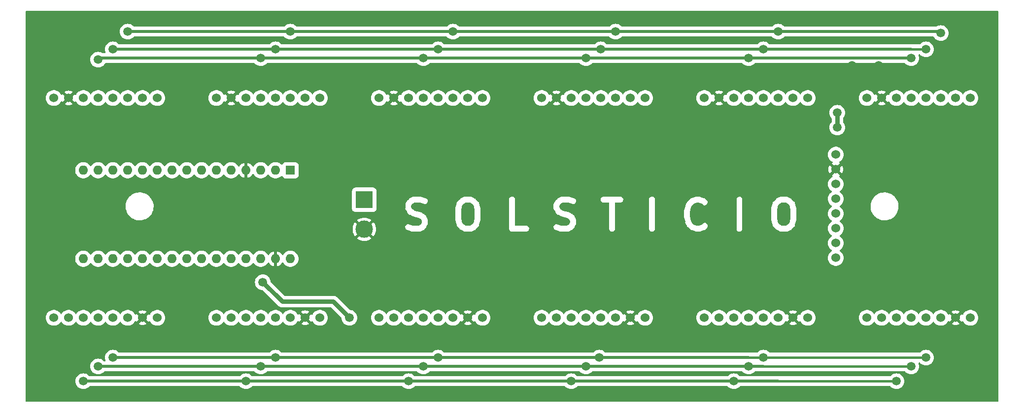
<source format=gbr>
G04 #@! TF.GenerationSoftware,KiCad,Pcbnew,7.0.2-6a45011f42~172~ubuntu22.04.1*
G04 #@! TF.CreationDate,2023-05-16T11:35:59-04:00*
G04 #@! TF.ProjectId,temperature_sensor,74656d70-6572-4617-9475-72655f73656e,rev?*
G04 #@! TF.SameCoordinates,Original*
G04 #@! TF.FileFunction,Copper,L1,Top*
G04 #@! TF.FilePolarity,Positive*
%FSLAX46Y46*%
G04 Gerber Fmt 4.6, Leading zero omitted, Abs format (unit mm)*
G04 Created by KiCad (PCBNEW 7.0.2-6a45011f42~172~ubuntu22.04.1) date 2023-05-16 11:35:59*
%MOMM*%
%LPD*%
G01*
G04 APERTURE LIST*
%ADD10C,1.000000*%
G04 #@! TA.AperFunction,ComponentPad*
%ADD11C,1.524000*%
G04 #@! TD*
G04 #@! TA.AperFunction,ComponentPad*
%ADD12R,1.600000X1.600000*%
G04 #@! TD*
G04 #@! TA.AperFunction,ComponentPad*
%ADD13O,1.600000X1.600000*%
G04 #@! TD*
G04 #@! TA.AperFunction,ComponentPad*
%ADD14R,3.000000X3.000000*%
G04 #@! TD*
G04 #@! TA.AperFunction,ComponentPad*
%ADD15C,3.000000*%
G04 #@! TD*
G04 #@! TA.AperFunction,ViaPad*
%ADD16C,1.500000*%
G04 #@! TD*
G04 #@! TA.AperFunction,Conductor*
%ADD17C,0.762000*%
G04 #@! TD*
G04 #@! TA.AperFunction,Conductor*
%ADD18C,0.457200*%
G04 #@! TD*
G04 #@! TA.AperFunction,Conductor*
%ADD19C,0.508000*%
G04 #@! TD*
G04 APERTURE END LIST*
D10*
G36*
X183550677Y-104765116D02*
G01*
X183871565Y-105086004D01*
X184061143Y-105844313D01*
X184061143Y-107387875D01*
X183871566Y-108146183D01*
X183550677Y-108467072D01*
X183252633Y-108616095D01*
X182536319Y-108616095D01*
X182238274Y-108467073D01*
X181917387Y-108146184D01*
X181727809Y-107387874D01*
X181727809Y-105844315D01*
X181917386Y-105086005D01*
X182238275Y-104765116D01*
X182536319Y-104616095D01*
X183252633Y-104616095D01*
X183550677Y-104765116D01*
G37*
G36*
X237836392Y-104765116D02*
G01*
X238157280Y-105086004D01*
X238346858Y-105844313D01*
X238346858Y-107387875D01*
X238157281Y-108146183D01*
X237836392Y-108467072D01*
X237538348Y-108616095D01*
X236822034Y-108616095D01*
X236523989Y-108467073D01*
X236203102Y-108146184D01*
X236013524Y-107387874D01*
X236013524Y-105844315D01*
X236203101Y-105086005D01*
X236523990Y-104765116D01*
X236822034Y-104616095D01*
X237538348Y-104616095D01*
X237836392Y-104765116D01*
G37*
G36*
X243513525Y-111942286D02*
G01*
X169489714Y-111942286D01*
X169489714Y-105124413D01*
X172138282Y-105124413D01*
X172156380Y-105168049D01*
X172156380Y-105517753D01*
X172143510Y-105636960D01*
X172189205Y-105728351D01*
X172217995Y-105826399D01*
X172253698Y-105857335D01*
X172419227Y-106188394D01*
X172437110Y-106270598D01*
X172534523Y-106368011D01*
X172628368Y-106468899D01*
X172637830Y-106471318D01*
X172734691Y-106568179D01*
X172777651Y-106640509D01*
X172900862Y-106702114D01*
X173021801Y-106768152D01*
X173031543Y-106767455D01*
X173305499Y-106904432D01*
X173345064Y-106946511D01*
X173434247Y-106968806D01*
X173449456Y-106976411D01*
X173503736Y-106986179D01*
X174386623Y-107206900D01*
X174741153Y-107384165D01*
X174864501Y-107507513D01*
X175013523Y-107805556D01*
X175013523Y-108045679D01*
X174864500Y-108343725D01*
X174741152Y-108467073D01*
X174443109Y-108616095D01*
X173451806Y-108616095D01*
X172746292Y-108380924D01*
X172527734Y-108373020D01*
X172275144Y-108522735D01*
X172143592Y-108785245D01*
X172174848Y-109077203D01*
X172358987Y-109305915D01*
X173153079Y-109570611D01*
X173223853Y-109616095D01*
X173361625Y-109616095D01*
X173499312Y-109621075D01*
X173507714Y-109616095D01*
X174534229Y-109616095D01*
X174653435Y-109628965D01*
X174744825Y-109583269D01*
X174842875Y-109554480D01*
X174873812Y-109518776D01*
X175204868Y-109353248D01*
X175287075Y-109335365D01*
X175384491Y-109237947D01*
X175485374Y-109144109D01*
X175487793Y-109134645D01*
X175584655Y-109037783D01*
X175656985Y-108994824D01*
X175718585Y-108871621D01*
X175784629Y-108750673D01*
X175783932Y-108740929D01*
X175948697Y-108411397D01*
X176013523Y-108310527D01*
X176013523Y-108208345D01*
X176031621Y-108107776D01*
X176013523Y-108064139D01*
X176013523Y-107714441D01*
X176026394Y-107595230D01*
X175980696Y-107503835D01*
X175958508Y-107428267D01*
X180707130Y-107428267D01*
X180727809Y-107510982D01*
X180727809Y-107521319D01*
X180745201Y-107580553D01*
X180978968Y-108515617D01*
X181008539Y-108651549D01*
X181067058Y-108710068D01*
X181108940Y-108781454D01*
X181168752Y-108811762D01*
X181544214Y-109187226D01*
X181587175Y-109259557D01*
X181710386Y-109321162D01*
X181831325Y-109387200D01*
X181841067Y-109386503D01*
X182170605Y-109551272D01*
X182271473Y-109616095D01*
X182373654Y-109616095D01*
X182474224Y-109634193D01*
X182517860Y-109616095D01*
X183343754Y-109616095D01*
X183462960Y-109628965D01*
X183554350Y-109583269D01*
X183652400Y-109554480D01*
X183683337Y-109518776D01*
X184014393Y-109353248D01*
X184096598Y-109335366D01*
X184194011Y-109237952D01*
X184245286Y-109190257D01*
X189997719Y-109190257D01*
X190043852Y-109291274D01*
X190075139Y-109397828D01*
X190103891Y-109422742D01*
X190119696Y-109457349D01*
X190213118Y-109517387D01*
X190297047Y-109590112D01*
X190334705Y-109595526D01*
X190366711Y-109616095D01*
X190477761Y-109616095D01*
X190587686Y-109631900D01*
X190622294Y-109616095D01*
X192966367Y-109616095D01*
X193176209Y-109554480D01*
X193368493Y-109332572D01*
X193410281Y-109041933D01*
X193288304Y-108774841D01*
X193041289Y-108616095D01*
X191013524Y-108616095D01*
X191013524Y-105124413D01*
X197614473Y-105124413D01*
X197632571Y-105168049D01*
X197632571Y-105517753D01*
X197619701Y-105636960D01*
X197665396Y-105728351D01*
X197694186Y-105826399D01*
X197729889Y-105857335D01*
X197895418Y-106188394D01*
X197913301Y-106270598D01*
X198010714Y-106368011D01*
X198104559Y-106468899D01*
X198114021Y-106471318D01*
X198210882Y-106568179D01*
X198253842Y-106640509D01*
X198377053Y-106702114D01*
X198497992Y-106768152D01*
X198507734Y-106767455D01*
X198781690Y-106904432D01*
X198821255Y-106946511D01*
X198910438Y-106968806D01*
X198925647Y-106976411D01*
X198979927Y-106986179D01*
X199862814Y-107206900D01*
X200217344Y-107384165D01*
X200340692Y-107507513D01*
X200489714Y-107805556D01*
X200489714Y-108045679D01*
X200340691Y-108343725D01*
X200217343Y-108467073D01*
X199919300Y-108616095D01*
X198927997Y-108616095D01*
X198222483Y-108380924D01*
X198003925Y-108373020D01*
X197751335Y-108522735D01*
X197619783Y-108785245D01*
X197651039Y-109077203D01*
X197835178Y-109305915D01*
X198629270Y-109570611D01*
X198700044Y-109616095D01*
X198837816Y-109616095D01*
X198975503Y-109621075D01*
X198983905Y-109616095D01*
X200010420Y-109616095D01*
X200129626Y-109628965D01*
X200221016Y-109583269D01*
X200319066Y-109554480D01*
X200350003Y-109518776D01*
X200681059Y-109353248D01*
X200763266Y-109335365D01*
X200860682Y-109237947D01*
X200961565Y-109144109D01*
X200963984Y-109134645D01*
X201060846Y-109037783D01*
X201133176Y-108994824D01*
X201194776Y-108871621D01*
X201260820Y-108750673D01*
X201260123Y-108740929D01*
X201424888Y-108411397D01*
X201489714Y-108310527D01*
X201489714Y-108208345D01*
X201507812Y-108107776D01*
X201489714Y-108064139D01*
X201489714Y-107714441D01*
X201502585Y-107595230D01*
X201456887Y-107503835D01*
X201428099Y-107405790D01*
X201392396Y-107374853D01*
X201226867Y-107043795D01*
X201208985Y-106961592D01*
X201111572Y-106864179D01*
X201017728Y-106763292D01*
X201008265Y-106760872D01*
X200911405Y-106664012D01*
X200868445Y-106591681D01*
X200745219Y-106530068D01*
X200624294Y-106464038D01*
X200614552Y-106464734D01*
X200340594Y-106327755D01*
X200301030Y-106285678D01*
X200211848Y-106263382D01*
X200196639Y-106255778D01*
X200142354Y-106246009D01*
X199259470Y-106025288D01*
X198904941Y-105848024D01*
X198781593Y-105724676D01*
X198632571Y-105426631D01*
X198632571Y-105186510D01*
X198781594Y-104888464D01*
X198904942Y-104765116D01*
X199202986Y-104616095D01*
X200194291Y-104616095D01*
X200899801Y-104851265D01*
X201118359Y-104859170D01*
X201370949Y-104709455D01*
X201502501Y-104446945D01*
X201475022Y-104190257D01*
X205712005Y-104190257D01*
X205833982Y-104457349D01*
X206080997Y-104616095D01*
X207156381Y-104616095D01*
X207156381Y-109187986D01*
X207217996Y-109397828D01*
X207439904Y-109590112D01*
X207730543Y-109631900D01*
X207997635Y-109509923D01*
X208156381Y-109262908D01*
X208156381Y-109187986D01*
X214061144Y-109187986D01*
X214122759Y-109397828D01*
X214344667Y-109590112D01*
X214635306Y-109631900D01*
X214902398Y-109509923D01*
X215061144Y-109262908D01*
X215061144Y-106952077D01*
X219992845Y-106952077D01*
X220013524Y-107034792D01*
X220013524Y-107045129D01*
X220030916Y-107104363D01*
X220244949Y-107960490D01*
X220238750Y-108017912D01*
X220279860Y-108100132D01*
X220283985Y-108116632D01*
X220311898Y-108164209D01*
X220514466Y-108569346D01*
X220532349Y-108651549D01*
X220629753Y-108748953D01*
X220723607Y-108849851D01*
X220733070Y-108852270D01*
X221093319Y-109212521D01*
X221168512Y-109305915D01*
X221265446Y-109338226D01*
X221355135Y-109387200D01*
X221402256Y-109383829D01*
X221962604Y-109570611D01*
X222033378Y-109616095D01*
X222171150Y-109616095D01*
X222308837Y-109621075D01*
X222317239Y-109616095D01*
X222593695Y-109616095D01*
X222675217Y-109636863D01*
X222805907Y-109593299D01*
X222938115Y-109554480D01*
X222944511Y-109547098D01*
X223503247Y-109360852D01*
X223620408Y-109335366D01*
X223692660Y-109263113D01*
X223776571Y-109204797D01*
X223783525Y-109187986D01*
X229061144Y-109187986D01*
X229122759Y-109397828D01*
X229344667Y-109590112D01*
X229635306Y-109631900D01*
X229902398Y-109509923D01*
X230061144Y-109262908D01*
X230061144Y-107428267D01*
X234992845Y-107428267D01*
X235013524Y-107510982D01*
X235013524Y-107521319D01*
X235030916Y-107580553D01*
X235264683Y-108515617D01*
X235294254Y-108651549D01*
X235352773Y-108710068D01*
X235394655Y-108781454D01*
X235454467Y-108811762D01*
X235829929Y-109187226D01*
X235872890Y-109259557D01*
X235996101Y-109321162D01*
X236117040Y-109387200D01*
X236126782Y-109386503D01*
X236456320Y-109551272D01*
X236557188Y-109616095D01*
X236659369Y-109616095D01*
X236759939Y-109634193D01*
X236803575Y-109616095D01*
X237629469Y-109616095D01*
X237748675Y-109628965D01*
X237840065Y-109583269D01*
X237938115Y-109554480D01*
X237969052Y-109518776D01*
X238300108Y-109353248D01*
X238382313Y-109335366D01*
X238479726Y-109237952D01*
X238580614Y-109144108D01*
X238583033Y-109134645D01*
X238956877Y-108760801D01*
X239058227Y-108665506D01*
X239078298Y-108585218D01*
X239117963Y-108512579D01*
X239113179Y-108445695D01*
X239311971Y-107650526D01*
X239346858Y-107596241D01*
X239346858Y-107510979D01*
X239349365Y-107500951D01*
X239346858Y-107439265D01*
X239346858Y-105865047D01*
X239367537Y-105803923D01*
X239346858Y-105721207D01*
X239346858Y-105710870D01*
X239329464Y-105651632D01*
X239095702Y-104716587D01*
X239066129Y-104580639D01*
X239007609Y-104522120D01*
X238965729Y-104450735D01*
X238905914Y-104420425D01*
X238530454Y-104044965D01*
X238487493Y-103972633D01*
X238364257Y-103911015D01*
X238243341Y-103844990D01*
X238233599Y-103845686D01*
X237904062Y-103680917D01*
X237803195Y-103616095D01*
X237701014Y-103616095D01*
X237600444Y-103597997D01*
X237556807Y-103616095D01*
X236730914Y-103616095D01*
X236611708Y-103603225D01*
X236520317Y-103648920D01*
X236422268Y-103677710D01*
X236391331Y-103713413D01*
X236060273Y-103878941D01*
X235978069Y-103896824D01*
X235880656Y-103994236D01*
X235779769Y-104088081D01*
X235777349Y-104097543D01*
X235403515Y-104471377D01*
X235302156Y-104566682D01*
X235282083Y-104646971D01*
X235242420Y-104719610D01*
X235247203Y-104786491D01*
X235048410Y-105581663D01*
X235013524Y-105635948D01*
X235013524Y-105721209D01*
X235011017Y-105731237D01*
X235013524Y-105792922D01*
X235013524Y-107367141D01*
X234992845Y-107428267D01*
X230061144Y-107428267D01*
X230061144Y-104044204D01*
X229999529Y-103834362D01*
X229777621Y-103642078D01*
X229486982Y-103600290D01*
X229219890Y-103722267D01*
X229061144Y-103969282D01*
X229061144Y-109187986D01*
X223783525Y-109187986D01*
X223794629Y-109161143D01*
X224013151Y-108942622D01*
X224117964Y-108750673D01*
X224097016Y-108457795D01*
X223921052Y-108222734D01*
X223645939Y-108120122D01*
X223359022Y-108182538D01*
X223100576Y-108440983D01*
X222575242Y-108616095D01*
X222261331Y-108616095D01*
X221735994Y-108440983D01*
X221400643Y-108105630D01*
X221223379Y-107751104D01*
X221013524Y-106911684D01*
X221013524Y-106320506D01*
X221223379Y-105481086D01*
X221400642Y-105126559D01*
X221735995Y-104791206D01*
X222261330Y-104616095D01*
X222575244Y-104616095D01*
X223100576Y-104791205D01*
X223306045Y-104996674D01*
X223497994Y-105101486D01*
X223790872Y-105080538D01*
X224025933Y-104904573D01*
X224128545Y-104629459D01*
X224066128Y-104342543D01*
X223743247Y-104019663D01*
X223668059Y-103926275D01*
X223571128Y-103893964D01*
X223481436Y-103844989D01*
X223434313Y-103848359D01*
X222873965Y-103661576D01*
X222803195Y-103616095D01*
X222665441Y-103616095D01*
X222527736Y-103611115D01*
X222519334Y-103616095D01*
X222242878Y-103616095D01*
X222161356Y-103595327D01*
X222030664Y-103638890D01*
X221898458Y-103677710D01*
X221892061Y-103685091D01*
X221333324Y-103871337D01*
X221216164Y-103896824D01*
X221143911Y-103969076D01*
X221060000Y-104027393D01*
X221041941Y-104071046D01*
X220680487Y-104432500D01*
X220608158Y-104475460D01*
X220546553Y-104598670D01*
X220480515Y-104719610D01*
X220481211Y-104729353D01*
X220344234Y-105003307D01*
X220302156Y-105042873D01*
X220279859Y-105132058D01*
X220272256Y-105147266D01*
X220262488Y-105201541D01*
X220048410Y-106057854D01*
X220013524Y-106112139D01*
X220013524Y-106197400D01*
X220011017Y-106207428D01*
X220013524Y-106269113D01*
X220013524Y-106890951D01*
X219992845Y-106952077D01*
X215061144Y-106952077D01*
X215061144Y-104044204D01*
X214999529Y-103834362D01*
X214777621Y-103642078D01*
X214486982Y-103600290D01*
X214219890Y-103722267D01*
X214061144Y-103969282D01*
X214061144Y-109187986D01*
X208156381Y-109187986D01*
X208156381Y-104616095D01*
X209156844Y-104616095D01*
X209366686Y-104554480D01*
X209558970Y-104332572D01*
X209600758Y-104041933D01*
X209478781Y-103774841D01*
X209231766Y-103616095D01*
X207692144Y-103616095D01*
X207582219Y-103600290D01*
X207547611Y-103616095D01*
X206155919Y-103616095D01*
X205946077Y-103677710D01*
X205753793Y-103899618D01*
X205712005Y-104190257D01*
X201475022Y-104190257D01*
X201471246Y-104154987D01*
X201287106Y-103926275D01*
X200493012Y-103661576D01*
X200422242Y-103616095D01*
X200284488Y-103616095D01*
X200146783Y-103611115D01*
X200138381Y-103616095D01*
X199111871Y-103616095D01*
X198992659Y-103603224D01*
X198901264Y-103648921D01*
X198803219Y-103677710D01*
X198772282Y-103713412D01*
X198441224Y-103878941D01*
X198359021Y-103896824D01*
X198261608Y-103994236D01*
X198160721Y-104088081D01*
X198158301Y-104097543D01*
X198061441Y-104194403D01*
X197989110Y-104237364D01*
X197927497Y-104360589D01*
X197861467Y-104481515D01*
X197862163Y-104491256D01*
X197697394Y-104820795D01*
X197632571Y-104921663D01*
X197632571Y-105023843D01*
X197614473Y-105124413D01*
X191013524Y-105124413D01*
X191013524Y-104044204D01*
X190951909Y-103834362D01*
X190730001Y-103642078D01*
X190439362Y-103600290D01*
X190172270Y-103722267D01*
X190013524Y-103969282D01*
X190013524Y-109080331D01*
X189997719Y-109190257D01*
X184245286Y-109190257D01*
X184294899Y-109144108D01*
X184297318Y-109134645D01*
X184671162Y-108760801D01*
X184772512Y-108665506D01*
X184792583Y-108585218D01*
X184832248Y-108512579D01*
X184827464Y-108445695D01*
X185026256Y-107650526D01*
X185061143Y-107596241D01*
X185061143Y-107510979D01*
X185063650Y-107500951D01*
X185061143Y-107439265D01*
X185061143Y-105865047D01*
X185081822Y-105803923D01*
X185061143Y-105721207D01*
X185061143Y-105710870D01*
X185043749Y-105651632D01*
X184809987Y-104716587D01*
X184780414Y-104580639D01*
X184721894Y-104522120D01*
X184680014Y-104450735D01*
X184620199Y-104420425D01*
X184244739Y-104044965D01*
X184201778Y-103972633D01*
X184078542Y-103911015D01*
X183957626Y-103844990D01*
X183947884Y-103845686D01*
X183618347Y-103680917D01*
X183517480Y-103616095D01*
X183415299Y-103616095D01*
X183314729Y-103597997D01*
X183271092Y-103616095D01*
X182445199Y-103616095D01*
X182325993Y-103603225D01*
X182234602Y-103648920D01*
X182136553Y-103677710D01*
X182105616Y-103713413D01*
X181774558Y-103878941D01*
X181692354Y-103896824D01*
X181594941Y-103994236D01*
X181494054Y-104088081D01*
X181491634Y-104097543D01*
X181117800Y-104471377D01*
X181016441Y-104566682D01*
X180996368Y-104646971D01*
X180956705Y-104719610D01*
X180961488Y-104786491D01*
X180762695Y-105581663D01*
X180727809Y-105635948D01*
X180727809Y-105721209D01*
X180725302Y-105731237D01*
X180727809Y-105792922D01*
X180727809Y-107367141D01*
X180707130Y-107428267D01*
X175958508Y-107428267D01*
X175951908Y-107405790D01*
X175916205Y-107374853D01*
X175750676Y-107043795D01*
X175732794Y-106961592D01*
X175635381Y-106864179D01*
X175541537Y-106763292D01*
X175532074Y-106760872D01*
X175435214Y-106664012D01*
X175392254Y-106591681D01*
X175269028Y-106530068D01*
X175148103Y-106464038D01*
X175138361Y-106464734D01*
X174864403Y-106327755D01*
X174824839Y-106285678D01*
X174735657Y-106263382D01*
X174720448Y-106255778D01*
X174666163Y-106246009D01*
X173783279Y-106025288D01*
X173428750Y-105848024D01*
X173305402Y-105724676D01*
X173156380Y-105426631D01*
X173156380Y-105186511D01*
X173305403Y-104888464D01*
X173428751Y-104765116D01*
X173726795Y-104616095D01*
X174718100Y-104616095D01*
X175423610Y-104851265D01*
X175642168Y-104859170D01*
X175894758Y-104709455D01*
X176026310Y-104446945D01*
X175995055Y-104154987D01*
X175810915Y-103926275D01*
X175016821Y-103661576D01*
X174946051Y-103616095D01*
X174808297Y-103616095D01*
X174670592Y-103611115D01*
X174662190Y-103616095D01*
X173635680Y-103616095D01*
X173516468Y-103603224D01*
X173425073Y-103648921D01*
X173327028Y-103677710D01*
X173296091Y-103713412D01*
X172965033Y-103878941D01*
X172882830Y-103896824D01*
X172785417Y-103994236D01*
X172684530Y-104088081D01*
X172682110Y-104097543D01*
X172585250Y-104194403D01*
X172512919Y-104237364D01*
X172451306Y-104360589D01*
X172385276Y-104481515D01*
X172385972Y-104491256D01*
X172221203Y-104820795D01*
X172156380Y-104921663D01*
X172156380Y-105023843D01*
X172138282Y-105124413D01*
X169489714Y-105124413D01*
X169489714Y-100013714D01*
X243513525Y-100013714D01*
X243513525Y-111942286D01*
G37*
D11*
G04 #@! TO.P,M2,1,RDY*
G04 #@! TO.N,unconnected-(M2-RDY-Pad1)*
X157480000Y-86614000D03*
G04 #@! TO.P,M2,2,CS*
G04 #@! TO.N,CS7*
X154940000Y-86614000D03*
G04 #@! TO.P,M2,3,SDI*
G04 #@! TO.N,MOSI*
X152400000Y-86614000D03*
G04 #@! TO.P,M2,4,SDO*
G04 #@! TO.N,MISO*
X149860000Y-86614000D03*
G04 #@! TO.P,M2,5,CLK*
G04 #@! TO.N,SCK*
X147320000Y-86614000D03*
G04 #@! TO.P,M2,6,3V3*
G04 #@! TO.N,unconnected-(M2-3V3-Pad6)*
X144780000Y-86614000D03*
G04 #@! TO.P,M2,7,GND*
G04 #@! TO.N,GND*
X142240000Y-86614000D03*
G04 #@! TO.P,M2,8,VIN*
G04 #@! TO.N,+5V*
X139700000Y-86614000D03*
G04 #@! TD*
G04 #@! TO.P,M13,1,RDY*
G04 #@! TO.N,unconnected-(M13-RDY-Pad1)*
X111760000Y-124460000D03*
G04 #@! TO.P,M13,2,CS*
G04 #@! TO.N,CS9*
X114300000Y-124460000D03*
G04 #@! TO.P,M13,3,SDI*
G04 #@! TO.N,MOSI*
X116840000Y-124460000D03*
G04 #@! TO.P,M13,4,SDO*
G04 #@! TO.N,MISO*
X119380000Y-124460000D03*
G04 #@! TO.P,M13,5,CLK*
G04 #@! TO.N,SCK*
X121920000Y-124460000D03*
G04 #@! TO.P,M13,6,3V3*
G04 #@! TO.N,unconnected-(M13-3V3-Pad6)*
X124460000Y-124460000D03*
G04 #@! TO.P,M13,7,GND*
G04 #@! TO.N,GND*
X127000000Y-124460000D03*
G04 #@! TO.P,M13,8,VIN*
G04 #@! TO.N,+5V*
X129540000Y-124460000D03*
G04 #@! TD*
G04 #@! TO.P,M6,1,RDY*
G04 #@! TO.N,unconnected-(M6-RDY-Pad1)*
X223520000Y-124460000D03*
G04 #@! TO.P,M6,2,CS*
G04 #@! TO.N,CS1*
X226060000Y-124460000D03*
G04 #@! TO.P,M6,3,SDI*
G04 #@! TO.N,MOSI*
X228600000Y-124460000D03*
G04 #@! TO.P,M6,4,SDO*
G04 #@! TO.N,MISO*
X231140000Y-124460000D03*
G04 #@! TO.P,M6,5,CLK*
G04 #@! TO.N,SCK*
X233680000Y-124460000D03*
G04 #@! TO.P,M6,6,3V3*
G04 #@! TO.N,unconnected-(M6-3V3-Pad6)*
X236220000Y-124460000D03*
G04 #@! TO.P,M6,7,GND*
G04 #@! TO.N,GND*
X238760000Y-124460000D03*
G04 #@! TO.P,M6,8,VIN*
G04 #@! TO.N,+5V*
X241300000Y-124460000D03*
G04 #@! TD*
G04 #@! TO.P,M8,1,RDY*
G04 #@! TO.N,unconnected-(M8-RDY-Pad1)*
X139700000Y-124460000D03*
G04 #@! TO.P,M8,2,CS*
G04 #@! TO.N,CS10*
X142240000Y-124460000D03*
G04 #@! TO.P,M8,3,SDI*
G04 #@! TO.N,MOSI*
X144780000Y-124460000D03*
G04 #@! TO.P,M8,4,SDO*
G04 #@! TO.N,MISO*
X147320000Y-124460000D03*
G04 #@! TO.P,M8,5,CLK*
G04 #@! TO.N,SCK*
X149860000Y-124460000D03*
G04 #@! TO.P,M8,6,3V3*
G04 #@! TO.N,unconnected-(M8-3V3-Pad6)*
X152400000Y-124460000D03*
G04 #@! TO.P,M8,7,GND*
G04 #@! TO.N,GND*
X154940000Y-124460000D03*
G04 #@! TO.P,M8,8,VIN*
G04 #@! TO.N,+5V*
X157480000Y-124460000D03*
G04 #@! TD*
G04 #@! TO.P,M7,1,RDY*
G04 #@! TO.N,unconnected-(M7-RDY-Pad1)*
X167640000Y-124460000D03*
G04 #@! TO.P,M7,2,CS*
G04 #@! TO.N,CS11*
X170180000Y-124460000D03*
G04 #@! TO.P,M7,3,SDI*
G04 #@! TO.N,MOSI*
X172720000Y-124460000D03*
G04 #@! TO.P,M7,4,SDO*
G04 #@! TO.N,MISO*
X175260000Y-124460000D03*
G04 #@! TO.P,M7,5,CLK*
G04 #@! TO.N,SCK*
X177800000Y-124460000D03*
G04 #@! TO.P,M7,6,3V3*
G04 #@! TO.N,unconnected-(M7-3V3-Pad6)*
X180340000Y-124460000D03*
G04 #@! TO.P,M7,7,GND*
G04 #@! TO.N,GND*
X182880000Y-124460000D03*
G04 #@! TO.P,M7,8,VIN*
G04 #@! TO.N,+5V*
X185420000Y-124460000D03*
G04 #@! TD*
D12*
G04 #@! TO.P,A1,1,D1/TX*
G04 #@! TO.N,unconnected-(A1-D1{slash}TX-Pad1)*
X152400000Y-99060000D03*
D13*
G04 #@! TO.P,A1,2,D0/RX*
G04 #@! TO.N,unconnected-(A1-D0{slash}RX-Pad2)*
X149860000Y-99060000D03*
G04 #@! TO.P,A1,3,~{RESET}*
G04 #@! TO.N,unconnected-(A1-~{RESET}-Pad3)*
X147320000Y-99060000D03*
G04 #@! TO.P,A1,4,GND*
G04 #@! TO.N,GND*
X144780000Y-99060000D03*
G04 #@! TO.P,A1,5,D2*
G04 #@! TO.N,CS0*
X142240000Y-99060000D03*
G04 #@! TO.P,A1,6,D3*
G04 #@! TO.N,CS1*
X139700000Y-99060000D03*
G04 #@! TO.P,A1,7,D4*
G04 #@! TO.N,CS2*
X137160000Y-99060000D03*
G04 #@! TO.P,A1,8,D5*
G04 #@! TO.N,CS3*
X134620000Y-99060000D03*
G04 #@! TO.P,A1,9,D6*
G04 #@! TO.N,CS4*
X132080000Y-99060000D03*
G04 #@! TO.P,A1,10,D7*
G04 #@! TO.N,CS5*
X129540000Y-99060000D03*
G04 #@! TO.P,A1,11,D8*
G04 #@! TO.N,CS6*
X127000000Y-99060000D03*
G04 #@! TO.P,A1,12,D9*
G04 #@! TO.N,CS7*
X124460000Y-99060000D03*
G04 #@! TO.P,A1,13,D10*
G04 #@! TO.N,CS8*
X121920000Y-99060000D03*
G04 #@! TO.P,A1,14,D11*
G04 #@! TO.N,MOSI*
X119380000Y-99060000D03*
G04 #@! TO.P,A1,15,D12*
G04 #@! TO.N,MISO*
X116840000Y-99060000D03*
G04 #@! TO.P,A1,16,D13*
G04 #@! TO.N,SCK*
X116840000Y-114300000D03*
G04 #@! TO.P,A1,17,3V3*
G04 #@! TO.N,unconnected-(A1-3V3-Pad17)*
X119380000Y-114300000D03*
G04 #@! TO.P,A1,18,AREF*
G04 #@! TO.N,unconnected-(A1-AREF-Pad18)*
X121920000Y-114300000D03*
G04 #@! TO.P,A1,19,A0*
G04 #@! TO.N,CS9*
X124460000Y-114300000D03*
G04 #@! TO.P,A1,20,A1*
G04 #@! TO.N,CS10*
X127000000Y-114300000D03*
G04 #@! TO.P,A1,21,A2*
G04 #@! TO.N,CS11*
X129540000Y-114300000D03*
G04 #@! TO.P,A1,22,A3*
G04 #@! TO.N,CS12*
X132080000Y-114300000D03*
G04 #@! TO.P,A1,23,A4*
G04 #@! TO.N,unconnected-(A1-A4-Pad23)*
X134620000Y-114300000D03*
G04 #@! TO.P,A1,24,A5*
G04 #@! TO.N,unconnected-(A1-A5-Pad24)*
X137160000Y-114300000D03*
G04 #@! TO.P,A1,25,A6*
G04 #@! TO.N,unconnected-(A1-A6-Pad25)*
X139700000Y-114300000D03*
G04 #@! TO.P,A1,26,A7*
G04 #@! TO.N,unconnected-(A1-A7-Pad26)*
X142240000Y-114300000D03*
G04 #@! TO.P,A1,27,+5V*
G04 #@! TO.N,+5V*
X144780000Y-114300000D03*
G04 #@! TO.P,A1,28,~{RESET}*
G04 #@! TO.N,unconnected-(A1-~{RESET}-Pad28)*
X147320000Y-114300000D03*
G04 #@! TO.P,A1,29,GND*
G04 #@! TO.N,GND*
X149860000Y-114300000D03*
G04 #@! TO.P,A1,30,VIN*
G04 #@! TO.N,Net-(A1-VIN)*
X152400000Y-114300000D03*
G04 #@! TD*
D11*
G04 #@! TO.P,M5,1,RDY*
G04 #@! TO.N,unconnected-(M5-RDY-Pad1)*
X241300000Y-86614000D03*
G04 #@! TO.P,M5,2,CS*
G04 #@! TO.N,CS4*
X238760000Y-86614000D03*
G04 #@! TO.P,M5,3,SDI*
G04 #@! TO.N,MOSI*
X236220000Y-86614000D03*
G04 #@! TO.P,M5,4,SDO*
G04 #@! TO.N,MISO*
X233680000Y-86614000D03*
G04 #@! TO.P,M5,5,CLK*
G04 #@! TO.N,SCK*
X231140000Y-86614000D03*
G04 #@! TO.P,M5,6,3V3*
G04 #@! TO.N,unconnected-(M5-3V3-Pad6)*
X228600000Y-86614000D03*
G04 #@! TO.P,M5,7,GND*
G04 #@! TO.N,GND*
X226060000Y-86614000D03*
G04 #@! TO.P,M5,8,VIN*
G04 #@! TO.N,+5V*
X223520000Y-86614000D03*
G04 #@! TD*
G04 #@! TO.P,M12,1,RDY*
G04 #@! TO.N,unconnected-(M12-RDY-Pad1)*
X195580000Y-124460000D03*
G04 #@! TO.P,M12,2,CS*
G04 #@! TO.N,CS12*
X198120000Y-124460000D03*
G04 #@! TO.P,M12,3,SDI*
G04 #@! TO.N,MOSI*
X200660000Y-124460000D03*
G04 #@! TO.P,M12,4,SDO*
G04 #@! TO.N,MISO*
X203200000Y-124460000D03*
G04 #@! TO.P,M12,5,CLK*
G04 #@! TO.N,SCK*
X205740000Y-124460000D03*
G04 #@! TO.P,M12,6,3V3*
G04 #@! TO.N,unconnected-(M12-3V3-Pad6)*
X208280000Y-124460000D03*
G04 #@! TO.P,M12,7,GND*
G04 #@! TO.N,GND*
X210820000Y-124460000D03*
G04 #@! TO.P,M12,8,VIN*
G04 #@! TO.N,+5V*
X213360000Y-124460000D03*
G04 #@! TD*
G04 #@! TO.P,M11,1,RDY*
G04 #@! TO.N,unconnected-(M11-RDY-Pad1)*
X251460000Y-124460000D03*
G04 #@! TO.P,M11,2,CS*
G04 #@! TO.N,CS0*
X254000000Y-124460000D03*
G04 #@! TO.P,M11,3,SDI*
G04 #@! TO.N,MOSI*
X256540000Y-124460000D03*
G04 #@! TO.P,M11,4,SDO*
G04 #@! TO.N,MISO*
X259080000Y-124460000D03*
G04 #@! TO.P,M11,5,CLK*
G04 #@! TO.N,SCK*
X261620000Y-124460000D03*
G04 #@! TO.P,M11,6,3V3*
G04 #@! TO.N,unconnected-(M11-3V3-Pad6)*
X264160000Y-124460000D03*
G04 #@! TO.P,M11,7,GND*
G04 #@! TO.N,GND*
X266700000Y-124460000D03*
G04 #@! TO.P,M11,8,VIN*
G04 #@! TO.N,+5V*
X269240000Y-124460000D03*
G04 #@! TD*
G04 #@! TO.P,M1,1,RDY*
G04 #@! TO.N,unconnected-(M1-RDY-Pad1)*
X129540000Y-86614000D03*
G04 #@! TO.P,M1,2,CS*
G04 #@! TO.N,CS8*
X127000000Y-86614000D03*
G04 #@! TO.P,M1,3,SDI*
G04 #@! TO.N,MOSI*
X124460000Y-86614000D03*
G04 #@! TO.P,M1,4,SDO*
G04 #@! TO.N,MISO*
X121920000Y-86614000D03*
G04 #@! TO.P,M1,5,CLK*
G04 #@! TO.N,SCK*
X119380000Y-86614000D03*
G04 #@! TO.P,M1,6,3V3*
G04 #@! TO.N,unconnected-(M1-3V3-Pad6)*
X116840000Y-86614000D03*
G04 #@! TO.P,M1,7,GND*
G04 #@! TO.N,GND*
X114300000Y-86614000D03*
G04 #@! TO.P,M1,8,VIN*
G04 #@! TO.N,+5V*
X111760000Y-86614000D03*
G04 #@! TD*
G04 #@! TO.P,M3,1,RDY*
G04 #@! TO.N,unconnected-(M3-RDY-Pad1)*
X185420000Y-86614000D03*
G04 #@! TO.P,M3,2,CS*
G04 #@! TO.N,CS6*
X182880000Y-86614000D03*
G04 #@! TO.P,M3,3,SDI*
G04 #@! TO.N,MOSI*
X180340000Y-86614000D03*
G04 #@! TO.P,M3,4,SDO*
G04 #@! TO.N,MISO*
X177800000Y-86614000D03*
G04 #@! TO.P,M3,5,CLK*
G04 #@! TO.N,SCK*
X175260000Y-86614000D03*
G04 #@! TO.P,M3,6,3V3*
G04 #@! TO.N,unconnected-(M3-3V3-Pad6)*
X172720000Y-86614000D03*
G04 #@! TO.P,M3,7,GND*
G04 #@! TO.N,GND*
X170180000Y-86614000D03*
G04 #@! TO.P,M3,8,VIN*
G04 #@! TO.N,+5V*
X167640000Y-86614000D03*
G04 #@! TD*
G04 #@! TO.P,M4,1,RDY*
G04 #@! TO.N,unconnected-(M4-RDY-Pad1)*
X213360000Y-86614000D03*
G04 #@! TO.P,M4,2,CS*
G04 #@! TO.N,CS5*
X210820000Y-86614000D03*
G04 #@! TO.P,M4,3,SDI*
G04 #@! TO.N,MOSI*
X208280000Y-86614000D03*
G04 #@! TO.P,M4,4,SDO*
G04 #@! TO.N,MISO*
X205740000Y-86614000D03*
G04 #@! TO.P,M4,5,CLK*
G04 #@! TO.N,SCK*
X203200000Y-86614000D03*
G04 #@! TO.P,M4,6,3V3*
G04 #@! TO.N,unconnected-(M4-3V3-Pad6)*
X200660000Y-86614000D03*
G04 #@! TO.P,M4,7,GND*
G04 #@! TO.N,GND*
X198120000Y-86614000D03*
G04 #@! TO.P,M4,8,VIN*
G04 #@! TO.N,+5V*
X195580000Y-86614000D03*
G04 #@! TD*
G04 #@! TO.P,M10,1,RDY*
G04 #@! TO.N,unconnected-(M10-RDY-Pad1)*
X269240000Y-86614000D03*
G04 #@! TO.P,M10,2,CS*
G04 #@! TO.N,CS3*
X266700000Y-86614000D03*
G04 #@! TO.P,M10,3,SDI*
G04 #@! TO.N,MOSI*
X264160000Y-86614000D03*
G04 #@! TO.P,M10,4,SDO*
G04 #@! TO.N,MISO*
X261620000Y-86614000D03*
G04 #@! TO.P,M10,5,CLK*
G04 #@! TO.N,SCK*
X259080000Y-86614000D03*
G04 #@! TO.P,M10,6,3V3*
G04 #@! TO.N,unconnected-(M10-3V3-Pad6)*
X256540000Y-86614000D03*
G04 #@! TO.P,M10,7,GND*
G04 #@! TO.N,GND*
X254000000Y-86614000D03*
G04 #@! TO.P,M10,8,VIN*
G04 #@! TO.N,+5V*
X251460000Y-86614000D03*
G04 #@! TD*
G04 #@! TO.P,M9,1,RDY*
G04 #@! TO.N,unconnected-(M9-RDY-Pad1)*
X246126000Y-114147600D03*
G04 #@! TO.P,M9,2,CS*
G04 #@! TO.N,CS2*
X246126000Y-111607600D03*
G04 #@! TO.P,M9,3,SDI*
G04 #@! TO.N,MOSI*
X246126000Y-109067600D03*
G04 #@! TO.P,M9,4,SDO*
G04 #@! TO.N,MISO*
X246126000Y-106527600D03*
G04 #@! TO.P,M9,5,CLK*
G04 #@! TO.N,SCK*
X246126000Y-103987600D03*
G04 #@! TO.P,M9,6,3V3*
G04 #@! TO.N,unconnected-(M9-3V3-Pad6)*
X246126000Y-101447600D03*
G04 #@! TO.P,M9,7,GND*
G04 #@! TO.N,GND*
X246126000Y-98907600D03*
G04 #@! TO.P,M9,8,VIN*
G04 #@! TO.N,+5V*
X246126000Y-96367600D03*
G04 #@! TD*
D14*
G04 #@! TO.P,J1,1,Pin_1*
G04 #@! TO.N,Net-(A1-VIN)*
X165100000Y-104140000D03*
D15*
G04 #@! TO.P,J1,2,Pin_2*
G04 #@! TO.N,GND*
X165100000Y-109220000D03*
G04 #@! TD*
D16*
G04 #@! TO.N,+5V*
X162560000Y-124460000D03*
G04 #@! TO.N,GND*
X190246000Y-114808000D03*
X190500000Y-120904000D03*
X116840000Y-111506000D03*
X110744000Y-112776000D03*
X137922000Y-104648000D03*
X143510000Y-104648000D03*
X248920000Y-81026000D03*
X253492000Y-81026000D03*
G04 #@! TO.N,+5V*
X147673015Y-118351100D03*
X246380000Y-91694000D03*
X246380000Y-89154000D03*
G04 #@! TO.N,SCK*
X261620000Y-131318000D03*
G04 #@! TO.N,MISO*
X259080000Y-132842000D03*
G04 #@! TO.N,MOSI*
X256540000Y-135382000D03*
G04 #@! TO.N,SCK*
X233680000Y-131318000D03*
G04 #@! TO.N,MISO*
X231140000Y-132842000D03*
G04 #@! TO.N,MOSI*
X228600000Y-135382000D03*
G04 #@! TO.N,SCK*
X205486000Y-131318000D03*
G04 #@! TO.N,MISO*
X203200000Y-132842000D03*
G04 #@! TO.N,MOSI*
X200660000Y-135382000D03*
G04 #@! TO.N,SCK*
X177800000Y-131318000D03*
G04 #@! TO.N,MISO*
X175260000Y-132842000D03*
G04 #@! TO.N,MOSI*
X172720000Y-135382000D03*
G04 #@! TO.N,SCK*
X149860000Y-131318000D03*
G04 #@! TO.N,MISO*
X147320000Y-132842000D03*
G04 #@! TO.N,MOSI*
X144780000Y-135382000D03*
X116840000Y-135382000D03*
G04 #@! TO.N,MISO*
X119380000Y-132842000D03*
G04 #@! TO.N,SCK*
X121920000Y-131318000D03*
X119380000Y-80010000D03*
G04 #@! TO.N,MISO*
X121920000Y-78232000D03*
G04 #@! TO.N,MOSI*
X124460000Y-75184000D03*
G04 #@! TO.N,SCK*
X147320000Y-79756000D03*
G04 #@! TO.N,MISO*
X149860000Y-78232000D03*
G04 #@! TO.N,MOSI*
X152400000Y-75184000D03*
G04 #@! TO.N,SCK*
X175260000Y-79756000D03*
G04 #@! TO.N,MISO*
X177800000Y-78232000D03*
G04 #@! TO.N,MOSI*
X180340000Y-75184000D03*
G04 #@! TO.N,SCK*
X203200000Y-79756000D03*
G04 #@! TO.N,MISO*
X205740000Y-78232000D03*
G04 #@! TO.N,MOSI*
X208280000Y-75184000D03*
G04 #@! TO.N,SCK*
X231140000Y-79756000D03*
G04 #@! TO.N,MISO*
X233680000Y-78232000D03*
G04 #@! TO.N,MOSI*
X236220000Y-75184000D03*
X264160000Y-75438000D03*
G04 #@! TO.N,MISO*
X261620000Y-78232000D03*
G04 #@! TO.N,SCK*
X259080000Y-79756000D03*
G04 #@! TO.N,GND*
X152908000Y-102362000D03*
X156464000Y-90424000D03*
G04 #@! TD*
D17*
G04 #@! TO.N,+5V*
X162560000Y-124460000D02*
X159766000Y-121666000D01*
X159766000Y-121666000D02*
X150987915Y-121666000D01*
G04 #@! TO.N,GND*
X190500000Y-115062000D02*
X190246000Y-114808000D01*
X190500000Y-120904000D02*
X190500000Y-115062000D01*
X156464000Y-90424000D02*
X155194000Y-90424000D01*
X155194000Y-90424000D02*
X154686000Y-90932000D01*
X110744000Y-112776000D02*
X110744000Y-112268000D01*
X111506000Y-111506000D02*
X116840000Y-111506000D01*
X110744000Y-112268000D02*
X111506000Y-111506000D01*
X143510000Y-104648000D02*
X137922000Y-104648000D01*
X248920000Y-81026000D02*
X248859000Y-81087000D01*
X253492000Y-81026000D02*
X248920000Y-81026000D01*
G04 #@! TO.N,+5V*
X147673015Y-118351100D02*
X150987915Y-121666000D01*
X246380000Y-89154000D02*
X246380000Y-91694000D01*
D18*
G04 #@! TO.N,SCK*
X261620000Y-131318000D02*
X233680000Y-131318000D01*
G04 #@! TO.N,MISO*
X233680000Y-132842000D02*
X259080000Y-132842000D01*
G04 #@! TO.N,MOSI*
X236220000Y-135382000D02*
X256540000Y-135382000D01*
G04 #@! TO.N,SCK*
X233680000Y-131318000D02*
X231140000Y-131318000D01*
D19*
G04 #@! TO.N,MISO*
X233680000Y-132842000D02*
X231140000Y-132842000D01*
X231140000Y-132842000D02*
X203200000Y-132842000D01*
G04 #@! TO.N,MOSI*
X236220000Y-135382000D02*
X228600000Y-135382000D01*
X228600000Y-135382000D02*
X200660000Y-135382000D01*
G04 #@! TO.N,SCK*
X231140000Y-131318000D02*
X205486000Y-131318000D01*
X205486000Y-131318000D02*
X177800000Y-131318000D01*
G04 #@! TO.N,MISO*
X203200000Y-132842000D02*
X175260000Y-132842000D01*
G04 #@! TO.N,MOSI*
X200660000Y-135382000D02*
X172720000Y-135382000D01*
G04 #@! TO.N,SCK*
X177800000Y-131318000D02*
X149860000Y-131318000D01*
G04 #@! TO.N,MISO*
X175260000Y-132842000D02*
X147320000Y-132842000D01*
G04 #@! TO.N,MOSI*
X172720000Y-135382000D02*
X144780000Y-135382000D01*
G04 #@! TO.N,SCK*
X149860000Y-131318000D02*
X121920000Y-131318000D01*
G04 #@! TO.N,MISO*
X147320000Y-132842000D02*
X119380000Y-132842000D01*
G04 #@! TO.N,MOSI*
X144780000Y-135382000D02*
X124968000Y-135382000D01*
X124968000Y-135382000D02*
X116840000Y-135382000D01*
X124460000Y-75184000D02*
X152400000Y-75184000D01*
G04 #@! TO.N,SCK*
X122682000Y-79756000D02*
X147320000Y-79756000D01*
X122428000Y-79756000D02*
X122682000Y-79756000D01*
X122682000Y-79756000D02*
X119634000Y-79756000D01*
X119634000Y-79756000D02*
X119380000Y-80010000D01*
G04 #@! TO.N,MISO*
X121920000Y-78232000D02*
X147320000Y-78232000D01*
G04 #@! TO.N,SCK*
X147320000Y-79756000D02*
X149860000Y-79756000D01*
G04 #@! TO.N,MISO*
X147320000Y-78232000D02*
X149860000Y-78232000D01*
X149860000Y-78232000D02*
X177800000Y-78232000D01*
G04 #@! TO.N,MOSI*
X152400000Y-75184000D02*
X180340000Y-75184000D01*
G04 #@! TO.N,SCK*
X149860000Y-79756000D02*
X175260000Y-79756000D01*
X175260000Y-79756000D02*
X203200000Y-79756000D01*
G04 #@! TO.N,MISO*
X177800000Y-78232000D02*
X205740000Y-78232000D01*
G04 #@! TO.N,MOSI*
X180340000Y-75184000D02*
X208280000Y-75184000D01*
G04 #@! TO.N,SCK*
X203200000Y-79756000D02*
X231140000Y-79756000D01*
G04 #@! TO.N,MISO*
X205740000Y-78232000D02*
X233680000Y-78232000D01*
G04 #@! TO.N,MOSI*
X208280000Y-75184000D02*
X236220000Y-75184000D01*
G04 #@! TO.N,SCK*
X231140000Y-79756000D02*
X259080000Y-79756000D01*
G04 #@! TO.N,MISO*
X233680000Y-78232000D02*
X258572000Y-78232000D01*
G04 #@! TO.N,MOSI*
X236220000Y-75184000D02*
X263906000Y-75184000D01*
X263906000Y-75184000D02*
X264160000Y-75438000D01*
G04 #@! TO.N,MISO*
X258572000Y-78232000D02*
X259080000Y-78232000D01*
D18*
X261620000Y-78232000D02*
X258572000Y-78232000D01*
G04 #@! TO.N,GND*
X152908000Y-102362000D02*
X154686000Y-100584000D01*
X154686000Y-100584000D02*
X154686000Y-90932000D01*
G04 #@! TD*
G04 #@! TA.AperFunction,Conductor*
G04 #@! TO.N,GND*
G36*
X274008539Y-71648185D02*
G01*
X274054294Y-71700989D01*
X274065500Y-71752500D01*
X274065500Y-138813500D01*
X274045815Y-138880539D01*
X273993011Y-138926294D01*
X273941500Y-138937500D01*
X107058500Y-138937500D01*
X106991461Y-138917815D01*
X106945706Y-138865011D01*
X106934500Y-138813500D01*
X106934500Y-135382000D01*
X115484340Y-135382000D01*
X115504936Y-135617407D01*
X115549709Y-135784502D01*
X115566097Y-135845663D01*
X115665965Y-136059830D01*
X115801505Y-136253401D01*
X115968599Y-136420495D01*
X116162170Y-136556035D01*
X116376337Y-136655903D01*
X116604592Y-136717063D01*
X116840000Y-136737659D01*
X117075408Y-136717063D01*
X117303663Y-136655903D01*
X117517830Y-136556035D01*
X117711401Y-136420495D01*
X117859077Y-136272817D01*
X117920401Y-136239334D01*
X117946759Y-136236500D01*
X124875067Y-136236500D01*
X143673241Y-136236500D01*
X143740280Y-136256185D01*
X143760922Y-136272818D01*
X143908599Y-136420495D01*
X144102170Y-136556035D01*
X144316337Y-136655903D01*
X144544591Y-136717063D01*
X144544592Y-136717063D01*
X144779999Y-136737659D01*
X144779999Y-136737658D01*
X144780000Y-136737659D01*
X145015408Y-136717063D01*
X145243663Y-136655903D01*
X145457830Y-136556035D01*
X145651401Y-136420495D01*
X145799078Y-136272817D01*
X145860401Y-136239334D01*
X145886759Y-136236500D01*
X171613241Y-136236500D01*
X171680280Y-136256185D01*
X171700922Y-136272818D01*
X171848599Y-136420495D01*
X172042170Y-136556035D01*
X172256337Y-136655903D01*
X172484592Y-136717063D01*
X172720000Y-136737659D01*
X172955408Y-136717063D01*
X173183663Y-136655903D01*
X173397830Y-136556035D01*
X173591401Y-136420495D01*
X173739078Y-136272817D01*
X173800401Y-136239334D01*
X173826759Y-136236500D01*
X199553241Y-136236500D01*
X199620280Y-136256185D01*
X199640922Y-136272818D01*
X199788599Y-136420495D01*
X199982170Y-136556035D01*
X200196337Y-136655903D01*
X200424592Y-136717063D01*
X200660000Y-136737659D01*
X200895408Y-136717063D01*
X201123663Y-136655903D01*
X201337830Y-136556035D01*
X201531401Y-136420495D01*
X201679077Y-136272818D01*
X201740401Y-136239334D01*
X201766759Y-136236500D01*
X227493241Y-136236500D01*
X227560280Y-136256185D01*
X227580922Y-136272818D01*
X227728599Y-136420495D01*
X227922170Y-136556035D01*
X228136337Y-136655903D01*
X228364592Y-136717063D01*
X228599999Y-136737659D01*
X228599999Y-136737658D01*
X228600000Y-136737659D01*
X228835408Y-136717063D01*
X229063663Y-136655903D01*
X229277830Y-136556035D01*
X229471401Y-136420495D01*
X229619078Y-136272817D01*
X229680401Y-136239334D01*
X229706759Y-136236500D01*
X236262974Y-136236500D01*
X236266332Y-136236500D01*
X236404775Y-136221443D01*
X236416207Y-136217590D01*
X236455801Y-136211100D01*
X255407842Y-136211100D01*
X255474881Y-136230785D01*
X255495523Y-136247419D01*
X255501505Y-136253401D01*
X255668599Y-136420495D01*
X255862170Y-136556035D01*
X256076337Y-136655903D01*
X256304591Y-136717063D01*
X256304592Y-136717063D01*
X256539999Y-136737659D01*
X256539999Y-136737658D01*
X256540000Y-136737659D01*
X256775408Y-136717063D01*
X257003663Y-136655903D01*
X257217830Y-136556035D01*
X257411401Y-136420495D01*
X257578495Y-136253401D01*
X257714035Y-136059830D01*
X257813903Y-135845663D01*
X257875063Y-135617408D01*
X257895659Y-135382000D01*
X257875063Y-135146592D01*
X257813903Y-134918337D01*
X257714035Y-134704171D01*
X257578495Y-134510599D01*
X257411401Y-134343505D01*
X257217830Y-134207965D01*
X257003663Y-134108097D01*
X256942502Y-134091709D01*
X256775407Y-134046936D01*
X256539999Y-134026340D01*
X256304592Y-134046936D01*
X256076336Y-134108097D01*
X255862170Y-134207965D01*
X255668597Y-134343506D01*
X255495522Y-134516581D01*
X255434199Y-134550066D01*
X255407841Y-134552900D01*
X236441813Y-134552900D01*
X236415157Y-134550001D01*
X236312933Y-134527500D01*
X229706759Y-134527500D01*
X229639720Y-134507815D01*
X229619078Y-134491182D01*
X229619077Y-134491181D01*
X229471401Y-134343505D01*
X229277830Y-134207965D01*
X229063663Y-134108097D01*
X229002501Y-134091709D01*
X228835407Y-134046936D01*
X228599999Y-134026340D01*
X228364592Y-134046936D01*
X228136336Y-134108097D01*
X227922170Y-134207965D01*
X227728601Y-134343503D01*
X227580922Y-134491182D01*
X227519599Y-134524666D01*
X227493241Y-134527500D01*
X201766759Y-134527500D01*
X201699720Y-134507815D01*
X201679078Y-134491182D01*
X201679077Y-134491182D01*
X201531401Y-134343505D01*
X201337830Y-134207965D01*
X201123663Y-134108097D01*
X201062502Y-134091709D01*
X200895407Y-134046936D01*
X200660000Y-134026340D01*
X200424592Y-134046936D01*
X200196336Y-134108097D01*
X199982170Y-134207965D01*
X199788601Y-134343503D01*
X199640922Y-134491182D01*
X199579599Y-134524666D01*
X199553241Y-134527500D01*
X173826759Y-134527500D01*
X173759720Y-134507815D01*
X173739078Y-134491182D01*
X173591401Y-134343505D01*
X173397830Y-134207965D01*
X173183663Y-134108097D01*
X173122502Y-134091709D01*
X172955407Y-134046936D01*
X172720000Y-134026340D01*
X172484592Y-134046936D01*
X172256336Y-134108097D01*
X172042170Y-134207965D01*
X171848601Y-134343503D01*
X171700922Y-134491182D01*
X171639599Y-134524666D01*
X171613241Y-134527500D01*
X145886759Y-134527500D01*
X145819720Y-134507815D01*
X145799078Y-134491182D01*
X145799077Y-134491181D01*
X145651401Y-134343505D01*
X145457830Y-134207965D01*
X145243663Y-134108097D01*
X145182501Y-134091709D01*
X145015407Y-134046936D01*
X144780000Y-134026340D01*
X144544592Y-134046936D01*
X144316336Y-134108097D01*
X144102170Y-134207965D01*
X143908601Y-134343503D01*
X143760922Y-134491182D01*
X143699599Y-134524666D01*
X143673241Y-134527500D01*
X117946759Y-134527500D01*
X117879720Y-134507815D01*
X117859078Y-134491182D01*
X117711401Y-134343505D01*
X117517830Y-134207965D01*
X117303663Y-134108097D01*
X117242502Y-134091709D01*
X117075407Y-134046936D01*
X116839999Y-134026340D01*
X116604592Y-134046936D01*
X116376336Y-134108097D01*
X116162170Y-134207965D01*
X115968598Y-134343505D01*
X115801505Y-134510598D01*
X115665965Y-134704170D01*
X115566097Y-134918336D01*
X115504936Y-135146592D01*
X115484340Y-135382000D01*
X106934500Y-135382000D01*
X106934500Y-132841999D01*
X118024340Y-132841999D01*
X118044936Y-133077407D01*
X118089709Y-133244501D01*
X118106097Y-133305663D01*
X118205965Y-133519830D01*
X118341505Y-133713401D01*
X118508599Y-133880495D01*
X118702170Y-134016035D01*
X118916337Y-134115903D01*
X119144592Y-134177063D01*
X119380000Y-134197659D01*
X119615408Y-134177063D01*
X119843663Y-134115903D01*
X120057830Y-134016035D01*
X120251401Y-133880495D01*
X120399077Y-133732817D01*
X120460401Y-133699334D01*
X120486759Y-133696500D01*
X146213241Y-133696500D01*
X146280280Y-133716185D01*
X146300922Y-133732818D01*
X146448599Y-133880495D01*
X146642170Y-134016035D01*
X146856337Y-134115903D01*
X147084592Y-134177063D01*
X147320000Y-134197659D01*
X147555408Y-134177063D01*
X147783663Y-134115903D01*
X147997830Y-134016035D01*
X148191401Y-133880495D01*
X148339078Y-133732817D01*
X148400401Y-133699334D01*
X148426759Y-133696500D01*
X174153241Y-133696500D01*
X174220280Y-133716185D01*
X174240922Y-133732818D01*
X174388599Y-133880495D01*
X174582170Y-134016035D01*
X174796337Y-134115903D01*
X175024591Y-134177062D01*
X175024592Y-134177063D01*
X175259999Y-134197659D01*
X175259999Y-134197658D01*
X175260000Y-134197659D01*
X175495408Y-134177063D01*
X175723663Y-134115903D01*
X175937830Y-134016035D01*
X176131401Y-133880495D01*
X176279078Y-133732818D01*
X176340401Y-133699334D01*
X176366759Y-133696500D01*
X202093241Y-133696500D01*
X202160280Y-133716185D01*
X202180922Y-133732818D01*
X202328599Y-133880495D01*
X202522170Y-134016035D01*
X202736337Y-134115903D01*
X202964592Y-134177063D01*
X203200000Y-134197659D01*
X203435408Y-134177063D01*
X203663663Y-134115903D01*
X203877830Y-134016035D01*
X204071401Y-133880495D01*
X204219078Y-133732817D01*
X204280401Y-133699334D01*
X204306759Y-133696500D01*
X230033241Y-133696500D01*
X230100280Y-133716185D01*
X230120922Y-133732818D01*
X230268599Y-133880495D01*
X230462170Y-134016035D01*
X230676337Y-134115903D01*
X230904592Y-134177063D01*
X231140000Y-134197659D01*
X231375408Y-134177063D01*
X231603663Y-134115903D01*
X231817830Y-134016035D01*
X232011401Y-133880495D01*
X232159077Y-133732818D01*
X232220401Y-133699334D01*
X232246759Y-133696500D01*
X233722974Y-133696500D01*
X233726332Y-133696500D01*
X233864775Y-133681443D01*
X233876207Y-133677590D01*
X233915801Y-133671100D01*
X257947842Y-133671100D01*
X258014881Y-133690785D01*
X258035523Y-133707419D01*
X258041505Y-133713401D01*
X258208599Y-133880495D01*
X258402170Y-134016035D01*
X258616337Y-134115903D01*
X258844591Y-134177063D01*
X258844592Y-134177063D01*
X259079999Y-134197659D01*
X259079999Y-134197658D01*
X259080000Y-134197659D01*
X259315408Y-134177063D01*
X259543663Y-134115903D01*
X259757830Y-134016035D01*
X259951401Y-133880495D01*
X260118495Y-133713401D01*
X260254035Y-133519830D01*
X260353903Y-133305663D01*
X260415063Y-133077408D01*
X260435659Y-132842000D01*
X260415063Y-132606592D01*
X260353903Y-132378337D01*
X260328333Y-132323503D01*
X260317842Y-132254428D01*
X260346361Y-132190644D01*
X260404837Y-132152404D01*
X260440716Y-132147100D01*
X260487842Y-132147100D01*
X260554881Y-132166785D01*
X260575523Y-132183419D01*
X260581505Y-132189401D01*
X260748599Y-132356495D01*
X260942170Y-132492035D01*
X261156337Y-132591903D01*
X261384592Y-132653063D01*
X261620000Y-132673659D01*
X261855408Y-132653063D01*
X262083663Y-132591903D01*
X262297830Y-132492035D01*
X262491401Y-132356495D01*
X262658495Y-132189401D01*
X262794035Y-131995830D01*
X262893903Y-131781663D01*
X262955063Y-131553408D01*
X262975659Y-131318000D01*
X262955063Y-131082592D01*
X262893903Y-130854337D01*
X262794035Y-130640171D01*
X262658495Y-130446599D01*
X262491401Y-130279505D01*
X262297830Y-130143965D01*
X262083663Y-130044097D01*
X262022501Y-130027709D01*
X261855407Y-129982936D01*
X261620000Y-129962340D01*
X261384592Y-129982936D01*
X261156336Y-130044097D01*
X260942170Y-130143965D01*
X260748597Y-130279506D01*
X260575522Y-130452581D01*
X260514199Y-130486066D01*
X260487841Y-130488900D01*
X234812159Y-130488900D01*
X234745120Y-130469215D01*
X234724478Y-130452581D01*
X234551404Y-130279508D01*
X234551401Y-130279505D01*
X234357830Y-130143965D01*
X234143663Y-130044097D01*
X234082502Y-130027709D01*
X233915407Y-129982936D01*
X233679999Y-129962340D01*
X233444592Y-129982936D01*
X233216336Y-130044097D01*
X233002170Y-130143965D01*
X232808597Y-130279506D01*
X232635522Y-130452581D01*
X232574199Y-130486066D01*
X232547841Y-130488900D01*
X231361813Y-130488900D01*
X231335157Y-130486001D01*
X231232933Y-130463500D01*
X206592759Y-130463500D01*
X206525720Y-130443815D01*
X206505078Y-130427182D01*
X206505078Y-130427181D01*
X206357401Y-130279505D01*
X206163830Y-130143965D01*
X205949663Y-130044097D01*
X205888502Y-130027709D01*
X205721407Y-129982936D01*
X205485999Y-129962340D01*
X205250592Y-129982936D01*
X205022336Y-130044097D01*
X204808170Y-130143965D01*
X204614601Y-130279503D01*
X204466922Y-130427182D01*
X204405599Y-130460666D01*
X204379241Y-130463500D01*
X178906759Y-130463500D01*
X178839720Y-130443815D01*
X178819078Y-130427182D01*
X178819077Y-130427181D01*
X178671401Y-130279505D01*
X178477830Y-130143965D01*
X178263663Y-130044097D01*
X178202502Y-130027709D01*
X178035407Y-129982936D01*
X177800000Y-129962340D01*
X177564592Y-129982936D01*
X177336336Y-130044097D01*
X177122170Y-130143965D01*
X176928601Y-130279503D01*
X176780922Y-130427182D01*
X176719599Y-130460666D01*
X176693241Y-130463500D01*
X150966759Y-130463500D01*
X150899720Y-130443815D01*
X150879078Y-130427182D01*
X150731401Y-130279505D01*
X150537830Y-130143965D01*
X150323663Y-130044097D01*
X150262502Y-130027709D01*
X150095407Y-129982936D01*
X149860000Y-129962340D01*
X149624592Y-129982936D01*
X149396336Y-130044097D01*
X149182170Y-130143965D01*
X148988601Y-130279503D01*
X148840922Y-130427182D01*
X148779599Y-130460666D01*
X148753241Y-130463500D01*
X123026759Y-130463500D01*
X122959720Y-130443815D01*
X122939078Y-130427182D01*
X122939077Y-130427181D01*
X122791401Y-130279505D01*
X122597830Y-130143965D01*
X122383663Y-130044097D01*
X122322502Y-130027709D01*
X122155407Y-129982936D01*
X121919999Y-129962340D01*
X121684592Y-129982936D01*
X121456336Y-130044097D01*
X121242170Y-130143965D01*
X121048598Y-130279505D01*
X120881505Y-130446598D01*
X120745965Y-130640170D01*
X120646097Y-130854336D01*
X120584936Y-131082592D01*
X120564340Y-131317999D01*
X120584936Y-131553407D01*
X120615632Y-131667965D01*
X120646097Y-131781663D01*
X120659822Y-131811097D01*
X120670314Y-131880172D01*
X120641795Y-131943956D01*
X120583319Y-131982196D01*
X120547440Y-131987500D01*
X120486759Y-131987500D01*
X120419720Y-131967815D01*
X120399078Y-131951182D01*
X120328068Y-131880172D01*
X120251401Y-131803505D01*
X120057830Y-131667965D01*
X119843663Y-131568097D01*
X119782501Y-131551709D01*
X119615407Y-131506936D01*
X119380000Y-131486340D01*
X119144592Y-131506936D01*
X118916336Y-131568097D01*
X118702170Y-131667965D01*
X118508598Y-131803505D01*
X118341505Y-131970598D01*
X118205965Y-132164170D01*
X118106097Y-132378336D01*
X118044936Y-132606592D01*
X118024340Y-132841999D01*
X106934500Y-132841999D01*
X106934500Y-124460000D01*
X110392829Y-124460000D01*
X110411475Y-124685023D01*
X110411475Y-124685025D01*
X110411476Y-124685029D01*
X110438261Y-124790798D01*
X110466908Y-124903922D01*
X110484786Y-124944680D01*
X110557610Y-125110701D01*
X110681111Y-125299733D01*
X110834041Y-125465860D01*
X111012229Y-125604549D01*
X111210814Y-125712018D01*
X111424380Y-125785335D01*
X111647100Y-125822500D01*
X111872900Y-125822500D01*
X112095620Y-125785335D01*
X112309186Y-125712018D01*
X112507771Y-125604549D01*
X112685959Y-125465860D01*
X112838889Y-125299733D01*
X112926191Y-125166106D01*
X112979338Y-125120750D01*
X113048569Y-125111326D01*
X113111905Y-125140828D01*
X113133807Y-125166105D01*
X113221111Y-125299733D01*
X113374041Y-125465860D01*
X113552229Y-125604549D01*
X113750814Y-125712018D01*
X113964380Y-125785335D01*
X114187100Y-125822500D01*
X114412900Y-125822500D01*
X114635620Y-125785335D01*
X114849186Y-125712018D01*
X115047771Y-125604549D01*
X115225959Y-125465860D01*
X115378889Y-125299733D01*
X115466191Y-125166106D01*
X115519338Y-125120750D01*
X115588569Y-125111326D01*
X115651905Y-125140828D01*
X115673807Y-125166105D01*
X115761111Y-125299733D01*
X115914041Y-125465860D01*
X116092229Y-125604549D01*
X116290814Y-125712018D01*
X116504380Y-125785335D01*
X116727100Y-125822500D01*
X116952900Y-125822500D01*
X117175620Y-125785335D01*
X117389186Y-125712018D01*
X117587771Y-125604549D01*
X117765959Y-125465860D01*
X117918889Y-125299733D01*
X118006191Y-125166106D01*
X118059336Y-125120751D01*
X118128568Y-125111327D01*
X118191904Y-125140829D01*
X118213807Y-125166107D01*
X118301108Y-125299729D01*
X118301111Y-125299733D01*
X118454041Y-125465860D01*
X118632229Y-125604549D01*
X118830814Y-125712018D01*
X119044380Y-125785335D01*
X119267100Y-125822500D01*
X119492900Y-125822500D01*
X119715620Y-125785335D01*
X119929186Y-125712018D01*
X120127771Y-125604549D01*
X120305959Y-125465860D01*
X120458889Y-125299733D01*
X120546191Y-125166108D01*
X120546192Y-125166107D01*
X120599338Y-125120751D01*
X120668569Y-125111327D01*
X120731905Y-125140829D01*
X120753808Y-125166107D01*
X120841108Y-125299730D01*
X120841111Y-125299733D01*
X120994041Y-125465860D01*
X121172229Y-125604549D01*
X121370814Y-125712018D01*
X121584380Y-125785335D01*
X121807100Y-125822500D01*
X122032900Y-125822500D01*
X122255620Y-125785335D01*
X122469186Y-125712018D01*
X122667771Y-125604549D01*
X122845959Y-125465860D01*
X122998889Y-125299733D01*
X123086191Y-125166108D01*
X123086192Y-125166107D01*
X123139338Y-125120751D01*
X123208569Y-125111327D01*
X123271905Y-125140829D01*
X123293808Y-125166107D01*
X123381108Y-125299730D01*
X123381111Y-125299733D01*
X123534041Y-125465860D01*
X123712229Y-125604549D01*
X123910814Y-125712018D01*
X124124380Y-125785335D01*
X124347100Y-125822500D01*
X124572900Y-125822500D01*
X124795620Y-125785335D01*
X125009186Y-125712018D01*
X125207771Y-125604549D01*
X125385959Y-125465860D01*
X125538889Y-125299733D01*
X125662390Y-125110701D01*
X125672775Y-125087024D01*
X125717730Y-125033539D01*
X125784466Y-125012848D01*
X125851794Y-125031522D01*
X125898338Y-125083632D01*
X125898713Y-125084430D01*
X125902899Y-125093407D01*
X125948258Y-125158187D01*
X126516922Y-124589523D01*
X126540507Y-124669844D01*
X126618239Y-124790798D01*
X126726900Y-124884952D01*
X126857685Y-124944680D01*
X126867466Y-124946086D01*
X126301812Y-125511740D01*
X126366593Y-125557101D01*
X126566718Y-125650420D01*
X126780021Y-125707575D01*
X127000000Y-125726821D01*
X127219978Y-125707575D01*
X127433281Y-125650420D01*
X127633408Y-125557100D01*
X127698186Y-125511740D01*
X127132533Y-124946086D01*
X127142315Y-124944680D01*
X127273100Y-124884952D01*
X127381761Y-124790798D01*
X127459493Y-124669844D01*
X127483076Y-124589523D01*
X128051740Y-125158186D01*
X128097099Y-125093409D01*
X128101286Y-125084432D01*
X128147457Y-125031992D01*
X128214650Y-125012838D01*
X128281531Y-125033052D01*
X128326867Y-125086216D01*
X128327195Y-125086958D01*
X128337610Y-125110701D01*
X128461111Y-125299733D01*
X128614041Y-125465860D01*
X128792229Y-125604549D01*
X128990814Y-125712018D01*
X129204380Y-125785335D01*
X129427100Y-125822500D01*
X129652900Y-125822500D01*
X129875620Y-125785335D01*
X130089186Y-125712018D01*
X130287771Y-125604549D01*
X130465959Y-125465860D01*
X130618889Y-125299733D01*
X130742390Y-125110701D01*
X130833093Y-124903919D01*
X130888524Y-124685029D01*
X130907170Y-124460000D01*
X138332829Y-124460000D01*
X138351475Y-124685023D01*
X138351475Y-124685025D01*
X138351476Y-124685029D01*
X138378261Y-124790798D01*
X138406908Y-124903922D01*
X138424786Y-124944680D01*
X138497610Y-125110701D01*
X138621111Y-125299733D01*
X138774041Y-125465860D01*
X138952229Y-125604549D01*
X139150814Y-125712018D01*
X139364380Y-125785335D01*
X139587100Y-125822500D01*
X139812900Y-125822500D01*
X140035620Y-125785335D01*
X140249186Y-125712018D01*
X140447771Y-125604549D01*
X140625959Y-125465860D01*
X140778889Y-125299733D01*
X140866191Y-125166108D01*
X140866192Y-125166107D01*
X140919338Y-125120751D01*
X140988569Y-125111327D01*
X141051905Y-125140829D01*
X141073808Y-125166107D01*
X141161108Y-125299730D01*
X141161111Y-125299733D01*
X141314041Y-125465860D01*
X141492229Y-125604549D01*
X141690814Y-125712018D01*
X141904380Y-125785335D01*
X142127100Y-125822500D01*
X142352900Y-125822500D01*
X142575620Y-125785335D01*
X142789186Y-125712018D01*
X142987771Y-125604549D01*
X143165959Y-125465860D01*
X143318889Y-125299733D01*
X143406191Y-125166108D01*
X143406192Y-125166107D01*
X143459338Y-125120751D01*
X143528569Y-125111327D01*
X143591905Y-125140829D01*
X143613808Y-125166107D01*
X143701108Y-125299730D01*
X143701111Y-125299733D01*
X143854041Y-125465860D01*
X144032229Y-125604549D01*
X144230814Y-125712018D01*
X144444380Y-125785335D01*
X144667100Y-125822500D01*
X144892900Y-125822500D01*
X145115620Y-125785335D01*
X145329186Y-125712018D01*
X145527771Y-125604549D01*
X145705959Y-125465860D01*
X145858889Y-125299733D01*
X145946191Y-125166108D01*
X145946192Y-125166107D01*
X145999338Y-125120751D01*
X146068569Y-125111327D01*
X146131905Y-125140829D01*
X146153808Y-125166107D01*
X146241108Y-125299730D01*
X146241111Y-125299733D01*
X146394041Y-125465860D01*
X146572229Y-125604549D01*
X146770814Y-125712018D01*
X146984380Y-125785335D01*
X147207100Y-125822500D01*
X147432900Y-125822500D01*
X147655620Y-125785335D01*
X147869186Y-125712018D01*
X148067771Y-125604549D01*
X148245959Y-125465860D01*
X148398889Y-125299733D01*
X148486191Y-125166108D01*
X148486192Y-125166107D01*
X148539338Y-125120751D01*
X148608569Y-125111327D01*
X148671905Y-125140829D01*
X148693808Y-125166107D01*
X148781108Y-125299730D01*
X148781111Y-125299733D01*
X148934041Y-125465860D01*
X149112229Y-125604549D01*
X149310814Y-125712018D01*
X149524380Y-125785335D01*
X149747100Y-125822500D01*
X149972900Y-125822500D01*
X150195620Y-125785335D01*
X150409186Y-125712018D01*
X150607771Y-125604549D01*
X150785959Y-125465860D01*
X150938889Y-125299733D01*
X151026191Y-125166108D01*
X151026192Y-125166107D01*
X151079338Y-125120751D01*
X151148569Y-125111327D01*
X151211905Y-125140829D01*
X151233808Y-125166107D01*
X151321108Y-125299730D01*
X151321111Y-125299733D01*
X151474041Y-125465860D01*
X151652229Y-125604549D01*
X151850814Y-125712018D01*
X152064380Y-125785335D01*
X152287100Y-125822500D01*
X152512900Y-125822500D01*
X152735620Y-125785335D01*
X152949186Y-125712018D01*
X153147771Y-125604549D01*
X153325959Y-125465860D01*
X153478889Y-125299733D01*
X153602390Y-125110701D01*
X153612775Y-125087024D01*
X153657730Y-125033539D01*
X153724466Y-125012848D01*
X153791794Y-125031522D01*
X153838338Y-125083632D01*
X153838713Y-125084430D01*
X153842899Y-125093407D01*
X153888258Y-125158187D01*
X154456922Y-124589523D01*
X154480507Y-124669844D01*
X154558239Y-124790798D01*
X154666900Y-124884952D01*
X154797685Y-124944680D01*
X154807466Y-124946086D01*
X154241812Y-125511740D01*
X154306593Y-125557101D01*
X154506718Y-125650420D01*
X154720021Y-125707575D01*
X154939999Y-125726821D01*
X155159978Y-125707575D01*
X155373281Y-125650420D01*
X155573408Y-125557100D01*
X155638186Y-125511740D01*
X155072533Y-124946086D01*
X155082315Y-124944680D01*
X155213100Y-124884952D01*
X155321761Y-124790798D01*
X155399493Y-124669844D01*
X155423076Y-124589523D01*
X155991740Y-125158186D01*
X156037099Y-125093409D01*
X156041286Y-125084432D01*
X156087457Y-125031992D01*
X156154650Y-125012838D01*
X156221531Y-125033052D01*
X156266867Y-125086216D01*
X156267195Y-125086958D01*
X156277610Y-125110701D01*
X156401111Y-125299733D01*
X156554041Y-125465860D01*
X156732229Y-125604549D01*
X156930814Y-125712018D01*
X157144380Y-125785335D01*
X157367100Y-125822500D01*
X157592900Y-125822500D01*
X157815620Y-125785335D01*
X158029186Y-125712018D01*
X158227771Y-125604549D01*
X158405959Y-125465860D01*
X158558889Y-125299733D01*
X158682390Y-125110701D01*
X158773093Y-124903919D01*
X158828524Y-124685029D01*
X158847170Y-124460000D01*
X158828524Y-124234971D01*
X158773093Y-124016081D01*
X158682390Y-123809299D01*
X158558889Y-123620267D01*
X158405959Y-123454140D01*
X158227771Y-123315451D01*
X158029186Y-123207982D01*
X158029182Y-123207980D01*
X158029181Y-123207980D01*
X157815621Y-123134665D01*
X157592900Y-123097500D01*
X157367100Y-123097500D01*
X157144378Y-123134665D01*
X156930818Y-123207980D01*
X156732227Y-123315452D01*
X156554040Y-123454140D01*
X156430264Y-123588598D01*
X156401111Y-123620267D01*
X156277610Y-123809299D01*
X156277608Y-123809301D01*
X156277608Y-123809303D01*
X156267223Y-123832978D01*
X156222266Y-123886463D01*
X156155530Y-123907152D01*
X156088202Y-123888476D01*
X156041660Y-123836365D01*
X156041284Y-123835567D01*
X156037096Y-123826587D01*
X155991740Y-123761811D01*
X155423076Y-124330475D01*
X155399493Y-124250156D01*
X155321761Y-124129202D01*
X155213100Y-124035048D01*
X155082315Y-123975320D01*
X155072533Y-123973913D01*
X155638187Y-123408258D01*
X155573406Y-123362898D01*
X155373281Y-123269579D01*
X155159978Y-123212424D01*
X154939999Y-123193178D01*
X154720021Y-123212424D01*
X154506719Y-123269578D01*
X154306589Y-123362900D01*
X154241812Y-123408258D01*
X154241811Y-123408258D01*
X154807467Y-123973913D01*
X154797685Y-123975320D01*
X154666900Y-124035048D01*
X154558239Y-124129202D01*
X154480507Y-124250156D01*
X154456923Y-124330476D01*
X153888258Y-123761811D01*
X153888258Y-123761812D01*
X153842901Y-123826588D01*
X153838713Y-123835571D01*
X153792539Y-123888010D01*
X153725346Y-123907161D01*
X153658465Y-123886944D01*
X153613131Y-123833779D01*
X153612840Y-123833124D01*
X153602390Y-123809299D01*
X153478889Y-123620267D01*
X153325959Y-123454140D01*
X153147771Y-123315451D01*
X152949186Y-123207982D01*
X152949182Y-123207980D01*
X152949181Y-123207980D01*
X152735621Y-123134665D01*
X152512900Y-123097500D01*
X152287100Y-123097500D01*
X152064378Y-123134665D01*
X151850818Y-123207980D01*
X151652227Y-123315452D01*
X151474040Y-123454140D01*
X151321108Y-123620269D01*
X151233808Y-123753893D01*
X151180662Y-123799249D01*
X151111431Y-123808673D01*
X151048095Y-123779171D01*
X151026192Y-123753893D01*
X150938891Y-123620269D01*
X150785959Y-123454140D01*
X150727010Y-123408258D01*
X150607771Y-123315451D01*
X150409186Y-123207982D01*
X150409182Y-123207980D01*
X150409181Y-123207980D01*
X150195621Y-123134665D01*
X149972900Y-123097500D01*
X149747100Y-123097500D01*
X149524378Y-123134665D01*
X149310818Y-123207980D01*
X149112227Y-123315452D01*
X148934040Y-123454140D01*
X148781108Y-123620269D01*
X148693808Y-123753893D01*
X148640662Y-123799249D01*
X148571431Y-123808673D01*
X148508095Y-123779171D01*
X148486192Y-123753893D01*
X148398891Y-123620269D01*
X148245959Y-123454140D01*
X148187010Y-123408258D01*
X148067771Y-123315451D01*
X147869186Y-123207982D01*
X147869182Y-123207980D01*
X147869181Y-123207980D01*
X147655621Y-123134665D01*
X147432900Y-123097500D01*
X147207100Y-123097500D01*
X146984378Y-123134665D01*
X146770818Y-123207980D01*
X146572227Y-123315452D01*
X146394040Y-123454140D01*
X146241108Y-123620269D01*
X146153808Y-123753893D01*
X146100662Y-123799249D01*
X146031431Y-123808673D01*
X145968095Y-123779171D01*
X145946192Y-123753893D01*
X145858891Y-123620269D01*
X145705959Y-123454140D01*
X145647010Y-123408258D01*
X145527771Y-123315451D01*
X145329186Y-123207982D01*
X145329182Y-123207980D01*
X145329181Y-123207980D01*
X145115621Y-123134665D01*
X144892900Y-123097500D01*
X144667100Y-123097500D01*
X144444378Y-123134665D01*
X144230818Y-123207980D01*
X144032227Y-123315452D01*
X143854040Y-123454140D01*
X143701108Y-123620269D01*
X143613808Y-123753893D01*
X143560662Y-123799249D01*
X143491431Y-123808673D01*
X143428095Y-123779171D01*
X143406192Y-123753893D01*
X143318891Y-123620269D01*
X143165959Y-123454140D01*
X143107010Y-123408258D01*
X142987771Y-123315451D01*
X142789186Y-123207982D01*
X142789182Y-123207980D01*
X142789181Y-123207980D01*
X142575621Y-123134665D01*
X142352900Y-123097500D01*
X142127100Y-123097500D01*
X141904378Y-123134665D01*
X141690818Y-123207980D01*
X141492227Y-123315452D01*
X141314040Y-123454140D01*
X141161108Y-123620269D01*
X141073808Y-123753893D01*
X141020662Y-123799249D01*
X140951431Y-123808673D01*
X140888095Y-123779171D01*
X140866192Y-123753893D01*
X140778891Y-123620269D01*
X140625959Y-123454140D01*
X140567010Y-123408258D01*
X140447771Y-123315451D01*
X140249186Y-123207982D01*
X140249182Y-123207980D01*
X140249181Y-123207980D01*
X140035621Y-123134665D01*
X139812900Y-123097500D01*
X139587100Y-123097500D01*
X139364378Y-123134665D01*
X139150818Y-123207980D01*
X138952227Y-123315452D01*
X138774040Y-123454140D01*
X138650264Y-123588598D01*
X138621111Y-123620267D01*
X138498019Y-123808673D01*
X138497609Y-123809301D01*
X138406908Y-124016077D01*
X138406906Y-124016081D01*
X138406907Y-124016081D01*
X138354105Y-124224592D01*
X138351475Y-124234976D01*
X138332829Y-124460000D01*
X130907170Y-124460000D01*
X130888524Y-124234971D01*
X130833093Y-124016081D01*
X130742390Y-123809299D01*
X130618889Y-123620267D01*
X130465959Y-123454140D01*
X130287771Y-123315451D01*
X130089186Y-123207982D01*
X130089182Y-123207980D01*
X130089181Y-123207980D01*
X129875621Y-123134665D01*
X129652900Y-123097500D01*
X129427100Y-123097500D01*
X129204378Y-123134665D01*
X128990818Y-123207980D01*
X128792227Y-123315452D01*
X128614040Y-123454140D01*
X128490264Y-123588598D01*
X128461111Y-123620267D01*
X128337610Y-123809299D01*
X128337608Y-123809301D01*
X128337608Y-123809303D01*
X128327223Y-123832978D01*
X128282266Y-123886463D01*
X128215530Y-123907152D01*
X128148202Y-123888476D01*
X128101660Y-123836365D01*
X128101284Y-123835567D01*
X128097096Y-123826587D01*
X128051740Y-123761811D01*
X127483076Y-124330475D01*
X127459493Y-124250156D01*
X127381761Y-124129202D01*
X127273100Y-124035048D01*
X127142315Y-123975320D01*
X127132533Y-123973913D01*
X127698187Y-123408258D01*
X127633406Y-123362898D01*
X127433281Y-123269579D01*
X127219978Y-123212424D01*
X127000000Y-123193178D01*
X126780021Y-123212424D01*
X126566719Y-123269578D01*
X126366589Y-123362900D01*
X126301812Y-123408258D01*
X126301811Y-123408258D01*
X126867467Y-123973913D01*
X126857685Y-123975320D01*
X126726900Y-124035048D01*
X126618239Y-124129202D01*
X126540507Y-124250156D01*
X126516923Y-124330476D01*
X125948258Y-123761811D01*
X125948258Y-123761812D01*
X125902901Y-123826588D01*
X125898713Y-123835571D01*
X125852539Y-123888010D01*
X125785346Y-123907161D01*
X125718465Y-123886944D01*
X125673131Y-123833779D01*
X125672840Y-123833124D01*
X125662390Y-123809299D01*
X125538889Y-123620267D01*
X125385959Y-123454140D01*
X125207771Y-123315451D01*
X125009186Y-123207982D01*
X125009182Y-123207980D01*
X125009181Y-123207980D01*
X124795621Y-123134665D01*
X124572900Y-123097500D01*
X124347100Y-123097500D01*
X124124378Y-123134665D01*
X123910818Y-123207980D01*
X123712227Y-123315452D01*
X123534040Y-123454140D01*
X123381108Y-123620269D01*
X123293808Y-123753893D01*
X123240662Y-123799249D01*
X123171431Y-123808673D01*
X123108095Y-123779171D01*
X123086192Y-123753893D01*
X122998891Y-123620269D01*
X122845959Y-123454140D01*
X122787010Y-123408258D01*
X122667771Y-123315451D01*
X122469186Y-123207982D01*
X122469182Y-123207980D01*
X122469181Y-123207980D01*
X122255621Y-123134665D01*
X122032900Y-123097500D01*
X121807100Y-123097500D01*
X121584378Y-123134665D01*
X121370818Y-123207980D01*
X121172227Y-123315452D01*
X120994040Y-123454140D01*
X120841108Y-123620269D01*
X120753808Y-123753893D01*
X120700662Y-123799249D01*
X120631431Y-123808673D01*
X120568095Y-123779171D01*
X120546192Y-123753893D01*
X120458891Y-123620269D01*
X120305959Y-123454140D01*
X120247010Y-123408258D01*
X120127771Y-123315451D01*
X119929186Y-123207982D01*
X119929182Y-123207980D01*
X119929181Y-123207980D01*
X119715621Y-123134665D01*
X119492900Y-123097500D01*
X119267100Y-123097500D01*
X119044378Y-123134665D01*
X118830818Y-123207980D01*
X118632227Y-123315452D01*
X118454040Y-123454140D01*
X118301108Y-123620270D01*
X118213807Y-123753893D01*
X118160660Y-123799250D01*
X118091429Y-123808673D01*
X118028094Y-123779170D01*
X118006191Y-123753893D01*
X117918889Y-123620267D01*
X117765959Y-123454140D01*
X117587771Y-123315451D01*
X117389186Y-123207982D01*
X117389182Y-123207980D01*
X117389181Y-123207980D01*
X117175621Y-123134665D01*
X116952900Y-123097500D01*
X116727100Y-123097500D01*
X116504378Y-123134665D01*
X116290818Y-123207980D01*
X116092227Y-123315452D01*
X115914040Y-123454140D01*
X115761108Y-123620269D01*
X115673808Y-123753893D01*
X115620662Y-123799249D01*
X115551431Y-123808673D01*
X115488095Y-123779171D01*
X115466192Y-123753893D01*
X115378891Y-123620269D01*
X115225959Y-123454140D01*
X115167010Y-123408258D01*
X115047771Y-123315451D01*
X114849186Y-123207982D01*
X114849182Y-123207980D01*
X114849181Y-123207980D01*
X114635621Y-123134665D01*
X114412900Y-123097500D01*
X114187100Y-123097500D01*
X113964378Y-123134665D01*
X113750818Y-123207980D01*
X113552227Y-123315452D01*
X113374040Y-123454140D01*
X113221108Y-123620269D01*
X113133808Y-123753893D01*
X113080662Y-123799249D01*
X113011431Y-123808673D01*
X112948095Y-123779171D01*
X112926192Y-123753893D01*
X112838891Y-123620269D01*
X112685959Y-123454140D01*
X112627010Y-123408258D01*
X112507771Y-123315451D01*
X112309186Y-123207982D01*
X112309182Y-123207980D01*
X112309181Y-123207980D01*
X112095621Y-123134665D01*
X111872900Y-123097500D01*
X111647100Y-123097500D01*
X111424378Y-123134665D01*
X111210818Y-123207980D01*
X111012227Y-123315452D01*
X110834040Y-123454140D01*
X110710264Y-123588598D01*
X110681111Y-123620267D01*
X110558019Y-123808673D01*
X110557609Y-123809301D01*
X110466908Y-124016077D01*
X110466906Y-124016081D01*
X110466907Y-124016081D01*
X110414105Y-124224592D01*
X110411475Y-124234976D01*
X110392829Y-124460000D01*
X106934500Y-124460000D01*
X106934500Y-118351099D01*
X146317355Y-118351099D01*
X146337951Y-118586507D01*
X146382724Y-118753602D01*
X146399112Y-118814763D01*
X146498980Y-119028930D01*
X146634520Y-119222501D01*
X146801614Y-119389595D01*
X146995185Y-119525135D01*
X147209352Y-119625003D01*
X147437607Y-119686163D01*
X147592557Y-119699719D01*
X147657625Y-119725171D01*
X147669430Y-119735566D01*
X150283981Y-122350117D01*
X150286174Y-122352366D01*
X150345296Y-122414562D01*
X150392719Y-122447569D01*
X150400226Y-122453230D01*
X150445017Y-122489751D01*
X150471351Y-122503506D01*
X150484755Y-122511628D01*
X150509135Y-122528597D01*
X150509136Y-122528597D01*
X150509137Y-122528598D01*
X150562215Y-122551375D01*
X150570720Y-122555413D01*
X150621951Y-122582175D01*
X150621953Y-122582176D01*
X150650504Y-122590345D01*
X150665284Y-122595606D01*
X150692575Y-122607318D01*
X150749167Y-122618947D01*
X150758316Y-122621192D01*
X150813867Y-122637088D01*
X150843482Y-122639343D01*
X150859010Y-122641520D01*
X150888106Y-122647500D01*
X150945872Y-122647500D01*
X150955286Y-122647857D01*
X151012907Y-122652246D01*
X151042367Y-122648493D01*
X151058033Y-122647500D01*
X159308087Y-122647500D01*
X159375126Y-122667185D01*
X159395768Y-122683819D01*
X161175532Y-124463583D01*
X161209017Y-124524906D01*
X161211379Y-124540456D01*
X161224936Y-124695407D01*
X161250496Y-124790798D01*
X161286097Y-124923663D01*
X161385965Y-125137830D01*
X161521505Y-125331401D01*
X161688599Y-125498495D01*
X161882170Y-125634035D01*
X162096337Y-125733903D01*
X162324592Y-125795063D01*
X162560000Y-125815659D01*
X162795408Y-125795063D01*
X163023663Y-125733903D01*
X163237830Y-125634035D01*
X163431401Y-125498495D01*
X163598495Y-125331401D01*
X163734035Y-125137830D01*
X163833903Y-124923663D01*
X163895063Y-124695408D01*
X163915659Y-124460000D01*
X163915659Y-124459999D01*
X166272829Y-124459999D01*
X166291475Y-124685023D01*
X166291475Y-124685025D01*
X166291476Y-124685029D01*
X166318261Y-124790798D01*
X166346908Y-124903922D01*
X166364786Y-124944680D01*
X166437610Y-125110701D01*
X166561111Y-125299733D01*
X166714041Y-125465860D01*
X166892229Y-125604549D01*
X167090814Y-125712018D01*
X167304380Y-125785335D01*
X167527100Y-125822500D01*
X167752900Y-125822500D01*
X167975620Y-125785335D01*
X168189186Y-125712018D01*
X168387771Y-125604549D01*
X168565959Y-125465860D01*
X168718889Y-125299733D01*
X168806191Y-125166108D01*
X168806192Y-125166107D01*
X168859338Y-125120751D01*
X168928569Y-125111327D01*
X168991905Y-125140829D01*
X169013808Y-125166107D01*
X169101108Y-125299730D01*
X169101111Y-125299733D01*
X169254041Y-125465860D01*
X169432229Y-125604549D01*
X169630814Y-125712018D01*
X169844380Y-125785335D01*
X170067100Y-125822500D01*
X170292900Y-125822500D01*
X170515620Y-125785335D01*
X170729186Y-125712018D01*
X170927771Y-125604549D01*
X171105959Y-125465860D01*
X171258889Y-125299733D01*
X171346191Y-125166108D01*
X171346192Y-125166107D01*
X171399338Y-125120751D01*
X171468569Y-125111327D01*
X171531905Y-125140829D01*
X171553808Y-125166107D01*
X171641108Y-125299730D01*
X171641111Y-125299733D01*
X171794041Y-125465860D01*
X171972229Y-125604549D01*
X172170814Y-125712018D01*
X172384380Y-125785335D01*
X172607100Y-125822500D01*
X172832900Y-125822500D01*
X173055620Y-125785335D01*
X173269186Y-125712018D01*
X173467771Y-125604549D01*
X173645959Y-125465860D01*
X173798889Y-125299733D01*
X173886191Y-125166108D01*
X173886192Y-125166107D01*
X173939338Y-125120751D01*
X174008569Y-125111327D01*
X174071905Y-125140829D01*
X174093808Y-125166107D01*
X174181108Y-125299730D01*
X174181111Y-125299733D01*
X174334041Y-125465860D01*
X174512229Y-125604549D01*
X174710814Y-125712018D01*
X174924380Y-125785335D01*
X175147100Y-125822500D01*
X175372900Y-125822500D01*
X175595620Y-125785335D01*
X175809186Y-125712018D01*
X176007771Y-125604549D01*
X176185959Y-125465860D01*
X176338889Y-125299733D01*
X176426191Y-125166106D01*
X176479336Y-125120751D01*
X176548568Y-125111327D01*
X176611904Y-125140829D01*
X176633807Y-125166107D01*
X176721108Y-125299729D01*
X176721111Y-125299733D01*
X176874041Y-125465860D01*
X177052229Y-125604549D01*
X177250814Y-125712018D01*
X177464380Y-125785335D01*
X177687100Y-125822500D01*
X177912900Y-125822500D01*
X178135620Y-125785335D01*
X178349186Y-125712018D01*
X178547771Y-125604549D01*
X178725959Y-125465860D01*
X178878889Y-125299733D01*
X178966191Y-125166106D01*
X179019336Y-125120751D01*
X179088568Y-125111327D01*
X179151904Y-125140829D01*
X179173807Y-125166107D01*
X179261108Y-125299729D01*
X179261111Y-125299733D01*
X179414041Y-125465860D01*
X179592229Y-125604549D01*
X179790814Y-125712018D01*
X180004380Y-125785335D01*
X180227100Y-125822500D01*
X180452900Y-125822500D01*
X180675620Y-125785335D01*
X180889186Y-125712018D01*
X181087771Y-125604549D01*
X181265959Y-125465860D01*
X181418889Y-125299733D01*
X181542390Y-125110701D01*
X181552775Y-125087024D01*
X181597730Y-125033539D01*
X181664466Y-125012848D01*
X181731794Y-125031522D01*
X181778338Y-125083632D01*
X181778713Y-125084430D01*
X181782899Y-125093407D01*
X181828258Y-125158187D01*
X182396922Y-124589523D01*
X182420507Y-124669844D01*
X182498239Y-124790798D01*
X182606900Y-124884952D01*
X182737685Y-124944680D01*
X182747466Y-124946086D01*
X182181812Y-125511740D01*
X182246593Y-125557101D01*
X182446718Y-125650420D01*
X182660021Y-125707575D01*
X182880000Y-125726821D01*
X183099978Y-125707575D01*
X183313281Y-125650420D01*
X183513408Y-125557100D01*
X183578186Y-125511740D01*
X183012533Y-124946086D01*
X183022315Y-124944680D01*
X183153100Y-124884952D01*
X183261761Y-124790798D01*
X183339493Y-124669844D01*
X183363076Y-124589523D01*
X183931740Y-125158186D01*
X183977099Y-125093409D01*
X183981286Y-125084432D01*
X184027457Y-125031992D01*
X184094650Y-125012838D01*
X184161531Y-125033052D01*
X184206867Y-125086216D01*
X184207195Y-125086958D01*
X184217610Y-125110701D01*
X184341111Y-125299733D01*
X184494041Y-125465860D01*
X184672229Y-125604549D01*
X184870814Y-125712018D01*
X185084380Y-125785335D01*
X185307100Y-125822500D01*
X185532900Y-125822500D01*
X185755620Y-125785335D01*
X185969186Y-125712018D01*
X186167771Y-125604549D01*
X186345959Y-125465860D01*
X186498889Y-125299733D01*
X186622390Y-125110701D01*
X186713093Y-124903919D01*
X186768524Y-124685029D01*
X186787170Y-124460000D01*
X194212829Y-124460000D01*
X194231475Y-124685023D01*
X194231475Y-124685025D01*
X194231476Y-124685029D01*
X194258261Y-124790798D01*
X194286908Y-124903922D01*
X194304786Y-124944680D01*
X194377610Y-125110701D01*
X194501111Y-125299733D01*
X194654041Y-125465860D01*
X194832229Y-125604549D01*
X195030814Y-125712018D01*
X195244380Y-125785335D01*
X195467100Y-125822500D01*
X195692900Y-125822500D01*
X195915620Y-125785335D01*
X196129186Y-125712018D01*
X196327771Y-125604549D01*
X196505959Y-125465860D01*
X196658889Y-125299733D01*
X196746191Y-125166108D01*
X196746192Y-125166107D01*
X196799338Y-125120751D01*
X196868569Y-125111327D01*
X196931905Y-125140829D01*
X196953808Y-125166107D01*
X197041108Y-125299730D01*
X197041111Y-125299733D01*
X197194041Y-125465860D01*
X197372229Y-125604549D01*
X197570814Y-125712018D01*
X197784380Y-125785335D01*
X198007100Y-125822500D01*
X198232900Y-125822500D01*
X198455620Y-125785335D01*
X198669186Y-125712018D01*
X198867771Y-125604549D01*
X199045959Y-125465860D01*
X199198889Y-125299733D01*
X199286191Y-125166106D01*
X199339336Y-125120751D01*
X199408568Y-125111327D01*
X199471904Y-125140829D01*
X199493807Y-125166107D01*
X199581108Y-125299729D01*
X199581111Y-125299733D01*
X199734041Y-125465860D01*
X199912229Y-125604549D01*
X200110814Y-125712018D01*
X200324380Y-125785335D01*
X200547100Y-125822500D01*
X200772900Y-125822500D01*
X200995620Y-125785335D01*
X201209186Y-125712018D01*
X201407771Y-125604549D01*
X201585959Y-125465860D01*
X201738889Y-125299733D01*
X201826191Y-125166106D01*
X201879336Y-125120751D01*
X201948568Y-125111327D01*
X202011904Y-125140829D01*
X202033807Y-125166107D01*
X202121108Y-125299729D01*
X202121111Y-125299733D01*
X202274041Y-125465860D01*
X202452229Y-125604549D01*
X202650814Y-125712018D01*
X202864380Y-125785335D01*
X203087100Y-125822500D01*
X203312900Y-125822500D01*
X203535620Y-125785335D01*
X203749186Y-125712018D01*
X203947771Y-125604549D01*
X204125959Y-125465860D01*
X204278889Y-125299733D01*
X204366191Y-125166108D01*
X204366192Y-125166107D01*
X204419338Y-125120751D01*
X204488569Y-125111327D01*
X204551905Y-125140829D01*
X204573808Y-125166107D01*
X204661108Y-125299730D01*
X204661111Y-125299733D01*
X204814041Y-125465860D01*
X204992229Y-125604549D01*
X205190814Y-125712018D01*
X205404380Y-125785335D01*
X205627100Y-125822500D01*
X205852900Y-125822500D01*
X206075620Y-125785335D01*
X206289186Y-125712018D01*
X206487771Y-125604549D01*
X206665959Y-125465860D01*
X206818889Y-125299733D01*
X206906191Y-125166108D01*
X206906192Y-125166107D01*
X206959338Y-125120751D01*
X207028569Y-125111327D01*
X207091905Y-125140829D01*
X207113808Y-125166107D01*
X207201108Y-125299730D01*
X207201111Y-125299733D01*
X207354041Y-125465860D01*
X207532229Y-125604549D01*
X207730814Y-125712018D01*
X207944380Y-125785335D01*
X208167100Y-125822500D01*
X208392900Y-125822500D01*
X208615620Y-125785335D01*
X208829186Y-125712018D01*
X209027771Y-125604549D01*
X209205959Y-125465860D01*
X209358889Y-125299733D01*
X209482390Y-125110701D01*
X209492775Y-125087024D01*
X209537730Y-125033539D01*
X209604466Y-125012848D01*
X209671794Y-125031522D01*
X209718338Y-125083632D01*
X209718713Y-125084430D01*
X209722899Y-125093407D01*
X209768258Y-125158187D01*
X210336922Y-124589523D01*
X210360507Y-124669844D01*
X210438239Y-124790798D01*
X210546900Y-124884952D01*
X210677685Y-124944680D01*
X210687466Y-124946086D01*
X210121812Y-125511740D01*
X210186593Y-125557101D01*
X210386718Y-125650420D01*
X210600021Y-125707575D01*
X210820000Y-125726821D01*
X211039978Y-125707575D01*
X211253281Y-125650420D01*
X211453408Y-125557100D01*
X211518186Y-125511740D01*
X210952533Y-124946086D01*
X210962315Y-124944680D01*
X211093100Y-124884952D01*
X211201761Y-124790798D01*
X211279493Y-124669844D01*
X211303076Y-124589523D01*
X211871740Y-125158186D01*
X211917099Y-125093409D01*
X211921286Y-125084432D01*
X211967457Y-125031992D01*
X212034650Y-125012838D01*
X212101531Y-125033052D01*
X212146867Y-125086216D01*
X212147195Y-125086958D01*
X212157610Y-125110701D01*
X212281111Y-125299733D01*
X212434041Y-125465860D01*
X212612229Y-125604549D01*
X212810814Y-125712018D01*
X213024380Y-125785335D01*
X213247100Y-125822500D01*
X213472900Y-125822500D01*
X213695620Y-125785335D01*
X213909186Y-125712018D01*
X214107771Y-125604549D01*
X214285959Y-125465860D01*
X214438889Y-125299733D01*
X214562390Y-125110701D01*
X214653093Y-124903919D01*
X214708524Y-124685029D01*
X214727170Y-124460000D01*
X214727170Y-124459999D01*
X222152829Y-124459999D01*
X222171475Y-124685023D01*
X222171475Y-124685025D01*
X222171476Y-124685029D01*
X222198261Y-124790798D01*
X222226908Y-124903922D01*
X222244786Y-124944680D01*
X222317610Y-125110701D01*
X222441111Y-125299733D01*
X222594041Y-125465860D01*
X222772229Y-125604549D01*
X222970814Y-125712018D01*
X223184380Y-125785335D01*
X223407100Y-125822500D01*
X223632900Y-125822500D01*
X223855620Y-125785335D01*
X224069186Y-125712018D01*
X224267771Y-125604549D01*
X224445959Y-125465860D01*
X224598889Y-125299733D01*
X224686191Y-125166106D01*
X224739338Y-125120750D01*
X224808569Y-125111326D01*
X224871905Y-125140828D01*
X224893807Y-125166105D01*
X224981111Y-125299733D01*
X225134041Y-125465860D01*
X225312229Y-125604549D01*
X225510814Y-125712018D01*
X225724380Y-125785335D01*
X225947100Y-125822500D01*
X226172900Y-125822500D01*
X226395620Y-125785335D01*
X226609186Y-125712018D01*
X226807771Y-125604549D01*
X226985959Y-125465860D01*
X227138889Y-125299733D01*
X227226191Y-125166106D01*
X227279338Y-125120750D01*
X227348569Y-125111326D01*
X227411905Y-125140828D01*
X227433807Y-125166105D01*
X227521111Y-125299733D01*
X227674041Y-125465860D01*
X227852229Y-125604549D01*
X228050814Y-125712018D01*
X228264380Y-125785335D01*
X228487100Y-125822500D01*
X228712900Y-125822500D01*
X228935620Y-125785335D01*
X229149186Y-125712018D01*
X229347771Y-125604549D01*
X229525959Y-125465860D01*
X229678889Y-125299733D01*
X229766191Y-125166106D01*
X229819338Y-125120750D01*
X229888569Y-125111326D01*
X229951905Y-125140828D01*
X229973807Y-125166105D01*
X230061111Y-125299733D01*
X230214041Y-125465860D01*
X230392229Y-125604549D01*
X230590814Y-125712018D01*
X230804380Y-125785335D01*
X231027100Y-125822500D01*
X231252900Y-125822500D01*
X231475620Y-125785335D01*
X231689186Y-125712018D01*
X231887771Y-125604549D01*
X232065959Y-125465860D01*
X232218889Y-125299733D01*
X232306191Y-125166106D01*
X232359338Y-125120750D01*
X232428569Y-125111326D01*
X232491905Y-125140828D01*
X232513807Y-125166105D01*
X232601111Y-125299733D01*
X232754041Y-125465860D01*
X232932229Y-125604549D01*
X233130814Y-125712018D01*
X233344380Y-125785335D01*
X233567100Y-125822500D01*
X233792900Y-125822500D01*
X234015620Y-125785335D01*
X234229186Y-125712018D01*
X234427771Y-125604549D01*
X234605959Y-125465860D01*
X234758889Y-125299733D01*
X234846191Y-125166108D01*
X234846192Y-125166107D01*
X234899338Y-125120751D01*
X234968569Y-125111327D01*
X235031905Y-125140829D01*
X235053808Y-125166107D01*
X235141108Y-125299730D01*
X235141111Y-125299733D01*
X235294041Y-125465860D01*
X235472229Y-125604549D01*
X235670814Y-125712018D01*
X235884380Y-125785335D01*
X236107100Y-125822500D01*
X236332900Y-125822500D01*
X236555620Y-125785335D01*
X236769186Y-125712018D01*
X236967771Y-125604549D01*
X237145959Y-125465860D01*
X237298889Y-125299733D01*
X237422390Y-125110701D01*
X237432775Y-125087024D01*
X237477730Y-125033539D01*
X237544466Y-125012848D01*
X237611794Y-125031522D01*
X237658338Y-125083632D01*
X237658713Y-125084430D01*
X237662899Y-125093407D01*
X237708258Y-125158187D01*
X238276922Y-124589523D01*
X238300507Y-124669844D01*
X238378239Y-124790798D01*
X238486900Y-124884952D01*
X238617685Y-124944680D01*
X238627466Y-124946086D01*
X238061812Y-125511740D01*
X238126593Y-125557101D01*
X238326718Y-125650420D01*
X238540021Y-125707575D01*
X238759999Y-125726821D01*
X238979978Y-125707575D01*
X239193281Y-125650420D01*
X239393408Y-125557100D01*
X239458186Y-125511740D01*
X238892533Y-124946086D01*
X238902315Y-124944680D01*
X239033100Y-124884952D01*
X239141761Y-124790798D01*
X239219493Y-124669844D01*
X239243076Y-124589523D01*
X239811740Y-125158186D01*
X239857099Y-125093409D01*
X239861286Y-125084432D01*
X239907457Y-125031992D01*
X239974650Y-125012838D01*
X240041531Y-125033052D01*
X240086867Y-125086216D01*
X240087195Y-125086958D01*
X240097610Y-125110701D01*
X240221111Y-125299733D01*
X240374041Y-125465860D01*
X240552229Y-125604549D01*
X240750814Y-125712018D01*
X240964380Y-125785335D01*
X241187100Y-125822500D01*
X241412900Y-125822500D01*
X241635620Y-125785335D01*
X241849186Y-125712018D01*
X242047771Y-125604549D01*
X242225959Y-125465860D01*
X242378889Y-125299733D01*
X242502390Y-125110701D01*
X242593093Y-124903919D01*
X242648524Y-124685029D01*
X242667170Y-124460000D01*
X250092829Y-124460000D01*
X250111475Y-124685023D01*
X250111475Y-124685025D01*
X250111476Y-124685029D01*
X250138261Y-124790798D01*
X250166908Y-124903922D01*
X250184786Y-124944680D01*
X250257610Y-125110701D01*
X250381111Y-125299733D01*
X250534041Y-125465860D01*
X250712229Y-125604549D01*
X250910814Y-125712018D01*
X251124380Y-125785335D01*
X251347100Y-125822500D01*
X251572900Y-125822500D01*
X251795620Y-125785335D01*
X252009186Y-125712018D01*
X252207771Y-125604549D01*
X252385959Y-125465860D01*
X252538889Y-125299733D01*
X252626191Y-125166108D01*
X252626192Y-125166107D01*
X252679338Y-125120751D01*
X252748569Y-125111327D01*
X252811905Y-125140829D01*
X252833808Y-125166107D01*
X252921108Y-125299730D01*
X252921111Y-125299733D01*
X253074041Y-125465860D01*
X253252229Y-125604549D01*
X253450814Y-125712018D01*
X253664380Y-125785335D01*
X253887100Y-125822500D01*
X254112900Y-125822500D01*
X254335620Y-125785335D01*
X254549186Y-125712018D01*
X254747771Y-125604549D01*
X254925959Y-125465860D01*
X255078889Y-125299733D01*
X255166191Y-125166108D01*
X255166192Y-125166107D01*
X255219338Y-125120751D01*
X255288569Y-125111327D01*
X255351905Y-125140829D01*
X255373808Y-125166107D01*
X255461108Y-125299730D01*
X255461111Y-125299733D01*
X255614041Y-125465860D01*
X255792229Y-125604549D01*
X255990814Y-125712018D01*
X256204380Y-125785335D01*
X256427100Y-125822500D01*
X256652900Y-125822500D01*
X256875620Y-125785335D01*
X257089186Y-125712018D01*
X257287771Y-125604549D01*
X257465959Y-125465860D01*
X257618889Y-125299733D01*
X257706191Y-125166108D01*
X257706192Y-125166107D01*
X257759338Y-125120751D01*
X257828569Y-125111327D01*
X257891905Y-125140829D01*
X257913808Y-125166107D01*
X258001108Y-125299730D01*
X258001111Y-125299733D01*
X258154041Y-125465860D01*
X258332229Y-125604549D01*
X258530814Y-125712018D01*
X258744380Y-125785335D01*
X258967100Y-125822500D01*
X259192900Y-125822500D01*
X259415620Y-125785335D01*
X259629186Y-125712018D01*
X259827771Y-125604549D01*
X260005959Y-125465860D01*
X260158889Y-125299733D01*
X260246191Y-125166108D01*
X260246192Y-125166107D01*
X260299338Y-125120751D01*
X260368569Y-125111327D01*
X260431905Y-125140829D01*
X260453808Y-125166107D01*
X260541108Y-125299730D01*
X260541111Y-125299733D01*
X260694041Y-125465860D01*
X260872229Y-125604549D01*
X261070814Y-125712018D01*
X261284380Y-125785335D01*
X261507100Y-125822500D01*
X261732900Y-125822500D01*
X261955620Y-125785335D01*
X262169186Y-125712018D01*
X262367771Y-125604549D01*
X262545959Y-125465860D01*
X262698889Y-125299733D01*
X262786191Y-125166108D01*
X262786192Y-125166107D01*
X262839338Y-125120751D01*
X262908569Y-125111327D01*
X262971905Y-125140829D01*
X262993808Y-125166107D01*
X263081108Y-125299730D01*
X263081111Y-125299733D01*
X263234041Y-125465860D01*
X263412229Y-125604549D01*
X263610814Y-125712018D01*
X263824380Y-125785335D01*
X264047100Y-125822500D01*
X264272900Y-125822500D01*
X264495620Y-125785335D01*
X264709186Y-125712018D01*
X264907771Y-125604549D01*
X265085959Y-125465860D01*
X265238889Y-125299733D01*
X265362390Y-125110701D01*
X265372775Y-125087024D01*
X265417730Y-125033539D01*
X265484466Y-125012848D01*
X265551794Y-125031522D01*
X265598338Y-125083632D01*
X265598713Y-125084430D01*
X265602899Y-125093407D01*
X265648258Y-125158187D01*
X266216922Y-124589523D01*
X266240507Y-124669844D01*
X266318239Y-124790798D01*
X266426900Y-124884952D01*
X266557685Y-124944680D01*
X266567466Y-124946086D01*
X266001812Y-125511740D01*
X266066593Y-125557101D01*
X266266718Y-125650420D01*
X266480021Y-125707575D01*
X266700000Y-125726821D01*
X266919978Y-125707575D01*
X267133281Y-125650420D01*
X267333408Y-125557100D01*
X267398187Y-125511740D01*
X266832534Y-124946086D01*
X266842315Y-124944680D01*
X266973100Y-124884952D01*
X267081761Y-124790798D01*
X267159493Y-124669844D01*
X267183076Y-124589523D01*
X267751740Y-125158186D01*
X267797099Y-125093409D01*
X267801286Y-125084432D01*
X267847457Y-125031992D01*
X267914650Y-125012838D01*
X267981531Y-125033052D01*
X268026867Y-125086216D01*
X268027195Y-125086958D01*
X268037610Y-125110701D01*
X268161111Y-125299733D01*
X268314041Y-125465860D01*
X268492229Y-125604549D01*
X268690814Y-125712018D01*
X268904380Y-125785335D01*
X269127100Y-125822500D01*
X269352900Y-125822500D01*
X269575620Y-125785335D01*
X269789186Y-125712018D01*
X269987771Y-125604549D01*
X270165959Y-125465860D01*
X270318889Y-125299733D01*
X270442390Y-125110701D01*
X270533093Y-124903919D01*
X270588524Y-124685029D01*
X270607170Y-124460000D01*
X270588524Y-124234971D01*
X270533093Y-124016081D01*
X270442390Y-123809299D01*
X270318889Y-123620267D01*
X270165959Y-123454140D01*
X269987771Y-123315451D01*
X269789186Y-123207982D01*
X269789182Y-123207980D01*
X269789181Y-123207980D01*
X269575621Y-123134665D01*
X269352900Y-123097500D01*
X269127100Y-123097500D01*
X268904378Y-123134665D01*
X268690818Y-123207980D01*
X268492227Y-123315452D01*
X268314040Y-123454140D01*
X268190264Y-123588598D01*
X268161111Y-123620267D01*
X268037610Y-123809299D01*
X268037608Y-123809301D01*
X268037608Y-123809303D01*
X268027223Y-123832978D01*
X267982266Y-123886463D01*
X267915530Y-123907152D01*
X267848202Y-123888476D01*
X267801660Y-123836365D01*
X267801284Y-123835567D01*
X267797096Y-123826587D01*
X267751740Y-123761811D01*
X267183076Y-124330475D01*
X267159493Y-124250156D01*
X267081761Y-124129202D01*
X266973100Y-124035048D01*
X266842315Y-123975320D01*
X266832533Y-123973913D01*
X267398187Y-123408258D01*
X267333406Y-123362898D01*
X267133281Y-123269579D01*
X266919978Y-123212424D01*
X266700000Y-123193178D01*
X266480021Y-123212424D01*
X266266719Y-123269578D01*
X266066589Y-123362900D01*
X266001812Y-123408258D01*
X266001811Y-123408258D01*
X266567467Y-123973913D01*
X266557685Y-123975320D01*
X266426900Y-124035048D01*
X266318239Y-124129202D01*
X266240507Y-124250156D01*
X266216923Y-124330476D01*
X265648258Y-123761811D01*
X265648258Y-123761812D01*
X265602901Y-123826588D01*
X265598713Y-123835571D01*
X265552539Y-123888010D01*
X265485346Y-123907161D01*
X265418465Y-123886944D01*
X265373131Y-123833779D01*
X265372840Y-123833124D01*
X265362390Y-123809299D01*
X265238889Y-123620267D01*
X265085959Y-123454140D01*
X264907771Y-123315451D01*
X264709186Y-123207982D01*
X264709182Y-123207980D01*
X264709181Y-123207980D01*
X264495621Y-123134665D01*
X264272900Y-123097500D01*
X264047100Y-123097500D01*
X263824378Y-123134665D01*
X263610818Y-123207980D01*
X263412227Y-123315452D01*
X263234040Y-123454140D01*
X263081108Y-123620269D01*
X262993808Y-123753893D01*
X262940662Y-123799249D01*
X262871431Y-123808673D01*
X262808095Y-123779171D01*
X262786192Y-123753893D01*
X262698891Y-123620269D01*
X262545959Y-123454140D01*
X262487010Y-123408258D01*
X262367771Y-123315451D01*
X262169186Y-123207982D01*
X262169182Y-123207980D01*
X262169181Y-123207980D01*
X261955621Y-123134665D01*
X261732900Y-123097500D01*
X261507100Y-123097500D01*
X261284378Y-123134665D01*
X261070818Y-123207980D01*
X260872227Y-123315452D01*
X260694040Y-123454140D01*
X260541108Y-123620269D01*
X260453808Y-123753893D01*
X260400662Y-123799249D01*
X260331431Y-123808673D01*
X260268095Y-123779171D01*
X260246192Y-123753893D01*
X260158891Y-123620269D01*
X260005959Y-123454140D01*
X259947010Y-123408258D01*
X259827771Y-123315451D01*
X259629186Y-123207982D01*
X259629182Y-123207980D01*
X259629181Y-123207980D01*
X259415621Y-123134665D01*
X259192900Y-123097500D01*
X258967100Y-123097500D01*
X258744378Y-123134665D01*
X258530818Y-123207980D01*
X258332227Y-123315452D01*
X258154040Y-123454140D01*
X258001108Y-123620270D01*
X257913807Y-123753893D01*
X257860660Y-123799250D01*
X257791429Y-123808673D01*
X257728094Y-123779170D01*
X257706191Y-123753893D01*
X257618889Y-123620267D01*
X257465959Y-123454140D01*
X257287771Y-123315451D01*
X257089186Y-123207982D01*
X257089182Y-123207980D01*
X257089181Y-123207980D01*
X256875621Y-123134665D01*
X256652900Y-123097500D01*
X256427100Y-123097500D01*
X256204378Y-123134665D01*
X255990818Y-123207980D01*
X255792227Y-123315452D01*
X255614040Y-123454140D01*
X255461108Y-123620269D01*
X255373808Y-123753893D01*
X255320662Y-123799249D01*
X255251431Y-123808673D01*
X255188095Y-123779171D01*
X255166192Y-123753893D01*
X255078891Y-123620269D01*
X254925959Y-123454140D01*
X254867010Y-123408258D01*
X254747771Y-123315451D01*
X254549186Y-123207982D01*
X254549182Y-123207980D01*
X254549181Y-123207980D01*
X254335621Y-123134665D01*
X254112900Y-123097500D01*
X253887100Y-123097500D01*
X253664378Y-123134665D01*
X253450818Y-123207980D01*
X253252227Y-123315452D01*
X253074040Y-123454140D01*
X252921108Y-123620270D01*
X252833807Y-123753893D01*
X252780660Y-123799250D01*
X252711429Y-123808673D01*
X252648094Y-123779170D01*
X252626191Y-123753893D01*
X252538889Y-123620267D01*
X252385959Y-123454140D01*
X252207771Y-123315451D01*
X252009186Y-123207982D01*
X252009182Y-123207980D01*
X252009181Y-123207980D01*
X251795621Y-123134665D01*
X251572900Y-123097500D01*
X251347100Y-123097500D01*
X251124378Y-123134665D01*
X250910818Y-123207980D01*
X250712227Y-123315452D01*
X250534040Y-123454140D01*
X250410264Y-123588598D01*
X250381111Y-123620267D01*
X250258019Y-123808673D01*
X250257609Y-123809301D01*
X250166908Y-124016077D01*
X250166906Y-124016081D01*
X250166907Y-124016081D01*
X250114105Y-124224592D01*
X250111475Y-124234976D01*
X250092829Y-124460000D01*
X242667170Y-124460000D01*
X242648524Y-124234971D01*
X242593093Y-124016081D01*
X242502390Y-123809299D01*
X242378889Y-123620267D01*
X242225959Y-123454140D01*
X242047771Y-123315451D01*
X241849186Y-123207982D01*
X241849182Y-123207980D01*
X241849181Y-123207980D01*
X241635621Y-123134665D01*
X241412900Y-123097500D01*
X241187100Y-123097500D01*
X240964378Y-123134665D01*
X240750818Y-123207980D01*
X240552227Y-123315452D01*
X240374040Y-123454140D01*
X240250264Y-123588598D01*
X240221111Y-123620267D01*
X240097610Y-123809299D01*
X240097608Y-123809301D01*
X240097608Y-123809303D01*
X240087223Y-123832978D01*
X240042266Y-123886463D01*
X239975530Y-123907152D01*
X239908202Y-123888476D01*
X239861660Y-123836365D01*
X239861284Y-123835567D01*
X239857096Y-123826587D01*
X239811740Y-123761811D01*
X239243076Y-124330475D01*
X239219493Y-124250156D01*
X239141761Y-124129202D01*
X239033100Y-124035048D01*
X238902315Y-123975320D01*
X238892533Y-123973913D01*
X239458187Y-123408258D01*
X239393406Y-123362898D01*
X239193281Y-123269579D01*
X238979978Y-123212424D01*
X238759999Y-123193178D01*
X238540021Y-123212424D01*
X238326719Y-123269578D01*
X238126589Y-123362900D01*
X238061812Y-123408258D01*
X238061811Y-123408258D01*
X238627467Y-123973913D01*
X238617685Y-123975320D01*
X238486900Y-124035048D01*
X238378239Y-124129202D01*
X238300507Y-124250156D01*
X238276923Y-124330476D01*
X237708258Y-123761811D01*
X237708258Y-123761812D01*
X237662901Y-123826588D01*
X237658713Y-123835571D01*
X237612539Y-123888010D01*
X237545346Y-123907161D01*
X237478465Y-123886944D01*
X237433131Y-123833779D01*
X237432840Y-123833124D01*
X237422390Y-123809299D01*
X237298889Y-123620267D01*
X237145959Y-123454140D01*
X236967771Y-123315451D01*
X236769186Y-123207982D01*
X236769182Y-123207980D01*
X236769181Y-123207980D01*
X236555621Y-123134665D01*
X236332900Y-123097500D01*
X236107100Y-123097500D01*
X235884378Y-123134665D01*
X235670818Y-123207980D01*
X235472227Y-123315452D01*
X235294040Y-123454140D01*
X235141108Y-123620269D01*
X235053808Y-123753893D01*
X235000662Y-123799249D01*
X234931431Y-123808673D01*
X234868095Y-123779171D01*
X234846192Y-123753893D01*
X234758891Y-123620269D01*
X234605959Y-123454140D01*
X234547010Y-123408258D01*
X234427771Y-123315451D01*
X234229186Y-123207982D01*
X234229182Y-123207980D01*
X234229181Y-123207980D01*
X234015621Y-123134665D01*
X233792900Y-123097500D01*
X233567100Y-123097500D01*
X233344378Y-123134665D01*
X233130818Y-123207980D01*
X232932227Y-123315452D01*
X232754040Y-123454140D01*
X232601108Y-123620269D01*
X232513808Y-123753893D01*
X232460662Y-123799249D01*
X232391431Y-123808673D01*
X232328095Y-123779171D01*
X232306192Y-123753893D01*
X232218891Y-123620269D01*
X232065959Y-123454140D01*
X232007010Y-123408258D01*
X231887771Y-123315451D01*
X231689186Y-123207982D01*
X231689182Y-123207980D01*
X231689181Y-123207980D01*
X231475621Y-123134665D01*
X231252900Y-123097500D01*
X231027100Y-123097500D01*
X230804378Y-123134665D01*
X230590818Y-123207980D01*
X230392227Y-123315452D01*
X230214040Y-123454140D01*
X230061108Y-123620269D01*
X229973808Y-123753893D01*
X229920662Y-123799249D01*
X229851431Y-123808673D01*
X229788095Y-123779171D01*
X229766192Y-123753893D01*
X229678891Y-123620269D01*
X229525959Y-123454140D01*
X229467010Y-123408258D01*
X229347771Y-123315451D01*
X229149186Y-123207982D01*
X229149182Y-123207980D01*
X229149181Y-123207980D01*
X228935621Y-123134665D01*
X228712900Y-123097500D01*
X228487100Y-123097500D01*
X228264378Y-123134665D01*
X228050818Y-123207980D01*
X227852227Y-123315452D01*
X227674040Y-123454140D01*
X227521108Y-123620269D01*
X227433808Y-123753893D01*
X227380662Y-123799249D01*
X227311431Y-123808673D01*
X227248095Y-123779171D01*
X227226192Y-123753893D01*
X227138891Y-123620269D01*
X226985959Y-123454140D01*
X226927010Y-123408258D01*
X226807771Y-123315451D01*
X226609186Y-123207982D01*
X226609182Y-123207980D01*
X226609181Y-123207980D01*
X226395621Y-123134665D01*
X226172900Y-123097500D01*
X225947100Y-123097500D01*
X225724378Y-123134665D01*
X225510818Y-123207980D01*
X225312227Y-123315452D01*
X225134040Y-123454140D01*
X224981108Y-123620269D01*
X224893808Y-123753893D01*
X224840662Y-123799249D01*
X224771431Y-123808673D01*
X224708095Y-123779171D01*
X224686192Y-123753893D01*
X224598891Y-123620269D01*
X224445959Y-123454140D01*
X224387010Y-123408258D01*
X224267771Y-123315451D01*
X224069186Y-123207982D01*
X224069182Y-123207980D01*
X224069181Y-123207980D01*
X223855621Y-123134665D01*
X223632900Y-123097500D01*
X223407100Y-123097500D01*
X223184378Y-123134665D01*
X222970818Y-123207980D01*
X222772227Y-123315452D01*
X222594040Y-123454140D01*
X222470264Y-123588598D01*
X222441111Y-123620267D01*
X222318019Y-123808673D01*
X222317609Y-123809301D01*
X222226908Y-124016077D01*
X222226906Y-124016081D01*
X222226907Y-124016081D01*
X222174105Y-124224592D01*
X222171475Y-124234976D01*
X222152829Y-124459999D01*
X214727170Y-124459999D01*
X214708524Y-124234971D01*
X214653093Y-124016081D01*
X214562390Y-123809299D01*
X214438889Y-123620267D01*
X214285959Y-123454140D01*
X214107771Y-123315451D01*
X213909186Y-123207982D01*
X213909182Y-123207980D01*
X213909181Y-123207980D01*
X213695621Y-123134665D01*
X213472900Y-123097500D01*
X213247100Y-123097500D01*
X213024378Y-123134665D01*
X212810818Y-123207980D01*
X212612227Y-123315452D01*
X212434040Y-123454140D01*
X212310264Y-123588598D01*
X212281111Y-123620267D01*
X212157610Y-123809299D01*
X212157608Y-123809301D01*
X212157608Y-123809303D01*
X212147223Y-123832978D01*
X212102266Y-123886463D01*
X212035530Y-123907152D01*
X211968202Y-123888476D01*
X211921660Y-123836365D01*
X211921284Y-123835567D01*
X211917096Y-123826587D01*
X211871740Y-123761811D01*
X211303076Y-124330475D01*
X211279493Y-124250156D01*
X211201761Y-124129202D01*
X211093100Y-124035048D01*
X210962315Y-123975320D01*
X210952533Y-123973913D01*
X211518187Y-123408258D01*
X211453406Y-123362898D01*
X211253281Y-123269579D01*
X211039978Y-123212424D01*
X210820000Y-123193178D01*
X210600021Y-123212424D01*
X210386719Y-123269578D01*
X210186589Y-123362900D01*
X210121812Y-123408258D01*
X210121811Y-123408258D01*
X210687467Y-123973913D01*
X210677685Y-123975320D01*
X210546900Y-124035048D01*
X210438239Y-124129202D01*
X210360507Y-124250156D01*
X210336923Y-124330476D01*
X209768258Y-123761811D01*
X209768258Y-123761812D01*
X209722901Y-123826588D01*
X209718713Y-123835571D01*
X209672539Y-123888010D01*
X209605346Y-123907161D01*
X209538465Y-123886944D01*
X209493131Y-123833779D01*
X209492840Y-123833124D01*
X209482390Y-123809299D01*
X209358889Y-123620267D01*
X209205959Y-123454140D01*
X209027771Y-123315451D01*
X208829186Y-123207982D01*
X208829182Y-123207980D01*
X208829181Y-123207980D01*
X208615621Y-123134665D01*
X208392900Y-123097500D01*
X208167100Y-123097500D01*
X207944378Y-123134665D01*
X207730818Y-123207980D01*
X207532227Y-123315452D01*
X207354040Y-123454140D01*
X207201108Y-123620270D01*
X207113807Y-123753893D01*
X207060660Y-123799250D01*
X206991429Y-123808673D01*
X206928094Y-123779170D01*
X206906191Y-123753893D01*
X206818889Y-123620267D01*
X206665959Y-123454140D01*
X206487771Y-123315451D01*
X206289186Y-123207982D01*
X206289182Y-123207980D01*
X206289181Y-123207980D01*
X206075621Y-123134665D01*
X205852900Y-123097500D01*
X205627100Y-123097500D01*
X205404378Y-123134665D01*
X205190818Y-123207980D01*
X204992227Y-123315452D01*
X204814040Y-123454140D01*
X204661108Y-123620269D01*
X204573808Y-123753893D01*
X204520662Y-123799249D01*
X204451431Y-123808673D01*
X204388095Y-123779171D01*
X204366192Y-123753893D01*
X204278891Y-123620269D01*
X204125959Y-123454140D01*
X204067010Y-123408258D01*
X203947771Y-123315451D01*
X203749186Y-123207982D01*
X203749182Y-123207980D01*
X203749181Y-123207980D01*
X203535621Y-123134665D01*
X203312900Y-123097500D01*
X203087100Y-123097500D01*
X202864378Y-123134665D01*
X202650818Y-123207980D01*
X202452227Y-123315452D01*
X202274040Y-123454140D01*
X202121108Y-123620270D01*
X202033807Y-123753893D01*
X201980660Y-123799250D01*
X201911429Y-123808673D01*
X201848094Y-123779170D01*
X201826191Y-123753893D01*
X201738889Y-123620267D01*
X201585959Y-123454140D01*
X201407771Y-123315451D01*
X201209186Y-123207982D01*
X201209182Y-123207980D01*
X201209181Y-123207980D01*
X200995621Y-123134665D01*
X200772900Y-123097500D01*
X200547100Y-123097500D01*
X200324378Y-123134665D01*
X200110818Y-123207980D01*
X199912227Y-123315452D01*
X199734040Y-123454140D01*
X199581108Y-123620269D01*
X199493808Y-123753893D01*
X199440662Y-123799249D01*
X199371431Y-123808673D01*
X199308095Y-123779171D01*
X199286192Y-123753893D01*
X199198891Y-123620269D01*
X199045959Y-123454140D01*
X198987010Y-123408258D01*
X198867771Y-123315451D01*
X198669186Y-123207982D01*
X198669182Y-123207980D01*
X198669181Y-123207980D01*
X198455621Y-123134665D01*
X198232900Y-123097500D01*
X198007100Y-123097500D01*
X197784378Y-123134665D01*
X197570818Y-123207980D01*
X197372227Y-123315452D01*
X197194040Y-123454140D01*
X197041108Y-123620269D01*
X196953808Y-123753893D01*
X196900662Y-123799249D01*
X196831431Y-123808673D01*
X196768095Y-123779171D01*
X196746192Y-123753893D01*
X196658891Y-123620269D01*
X196505959Y-123454140D01*
X196447010Y-123408258D01*
X196327771Y-123315451D01*
X196129186Y-123207982D01*
X196129182Y-123207980D01*
X196129181Y-123207980D01*
X195915621Y-123134665D01*
X195692900Y-123097500D01*
X195467100Y-123097500D01*
X195244378Y-123134665D01*
X195030818Y-123207980D01*
X194832227Y-123315452D01*
X194654040Y-123454140D01*
X194530264Y-123588598D01*
X194501111Y-123620267D01*
X194378019Y-123808673D01*
X194377609Y-123809301D01*
X194286908Y-124016077D01*
X194286906Y-124016081D01*
X194286907Y-124016081D01*
X194234105Y-124224592D01*
X194231475Y-124234976D01*
X194212829Y-124460000D01*
X186787170Y-124460000D01*
X186768524Y-124234971D01*
X186713093Y-124016081D01*
X186622390Y-123809299D01*
X186498889Y-123620267D01*
X186345959Y-123454140D01*
X186167771Y-123315451D01*
X185969186Y-123207982D01*
X185969182Y-123207980D01*
X185969181Y-123207980D01*
X185755621Y-123134665D01*
X185532900Y-123097500D01*
X185307100Y-123097500D01*
X185084378Y-123134665D01*
X184870818Y-123207980D01*
X184672227Y-123315452D01*
X184494040Y-123454140D01*
X184370264Y-123588598D01*
X184341111Y-123620267D01*
X184217610Y-123809299D01*
X184217608Y-123809301D01*
X184217608Y-123809303D01*
X184207223Y-123832978D01*
X184162266Y-123886463D01*
X184095530Y-123907152D01*
X184028202Y-123888476D01*
X183981660Y-123836365D01*
X183981284Y-123835567D01*
X183977096Y-123826587D01*
X183931740Y-123761811D01*
X183363076Y-124330475D01*
X183339493Y-124250156D01*
X183261761Y-124129202D01*
X183153100Y-124035048D01*
X183022315Y-123975320D01*
X183012533Y-123973913D01*
X183578187Y-123408258D01*
X183513406Y-123362898D01*
X183313281Y-123269579D01*
X183099978Y-123212424D01*
X182880000Y-123193178D01*
X182660021Y-123212424D01*
X182446719Y-123269578D01*
X182246589Y-123362900D01*
X182181812Y-123408258D01*
X182181811Y-123408258D01*
X182747467Y-123973913D01*
X182737685Y-123975320D01*
X182606900Y-124035048D01*
X182498239Y-124129202D01*
X182420507Y-124250156D01*
X182396923Y-124330476D01*
X181828258Y-123761811D01*
X181828258Y-123761812D01*
X181782901Y-123826588D01*
X181778713Y-123835571D01*
X181732539Y-123888010D01*
X181665346Y-123907161D01*
X181598465Y-123886944D01*
X181553131Y-123833779D01*
X181552840Y-123833124D01*
X181542390Y-123809299D01*
X181418889Y-123620267D01*
X181265959Y-123454140D01*
X181087771Y-123315451D01*
X180889186Y-123207982D01*
X180889182Y-123207980D01*
X180889181Y-123207980D01*
X180675621Y-123134665D01*
X180452900Y-123097500D01*
X180227100Y-123097500D01*
X180004378Y-123134665D01*
X179790818Y-123207980D01*
X179592227Y-123315452D01*
X179414040Y-123454140D01*
X179261108Y-123620269D01*
X179173808Y-123753893D01*
X179120662Y-123799249D01*
X179051431Y-123808673D01*
X178988095Y-123779171D01*
X178966192Y-123753893D01*
X178878891Y-123620269D01*
X178725959Y-123454140D01*
X178667010Y-123408258D01*
X178547771Y-123315451D01*
X178349186Y-123207982D01*
X178349182Y-123207980D01*
X178349181Y-123207980D01*
X178135621Y-123134665D01*
X177912900Y-123097500D01*
X177687100Y-123097500D01*
X177464378Y-123134665D01*
X177250818Y-123207980D01*
X177052227Y-123315452D01*
X176874040Y-123454140D01*
X176721108Y-123620269D01*
X176633808Y-123753893D01*
X176580662Y-123799249D01*
X176511431Y-123808673D01*
X176448095Y-123779171D01*
X176426192Y-123753893D01*
X176338891Y-123620269D01*
X176185959Y-123454140D01*
X176127010Y-123408258D01*
X176007771Y-123315451D01*
X175809186Y-123207982D01*
X175809182Y-123207980D01*
X175809181Y-123207980D01*
X175595621Y-123134665D01*
X175372900Y-123097500D01*
X175147100Y-123097500D01*
X174924378Y-123134665D01*
X174710818Y-123207980D01*
X174512227Y-123315452D01*
X174334040Y-123454140D01*
X174181108Y-123620269D01*
X174093808Y-123753893D01*
X174040662Y-123799249D01*
X173971431Y-123808673D01*
X173908095Y-123779171D01*
X173886192Y-123753893D01*
X173798891Y-123620269D01*
X173645959Y-123454140D01*
X173587010Y-123408258D01*
X173467771Y-123315451D01*
X173269186Y-123207982D01*
X173269182Y-123207980D01*
X173269181Y-123207980D01*
X173055621Y-123134665D01*
X172832900Y-123097500D01*
X172607100Y-123097500D01*
X172384378Y-123134665D01*
X172170818Y-123207980D01*
X171972227Y-123315452D01*
X171794040Y-123454140D01*
X171641108Y-123620269D01*
X171553808Y-123753893D01*
X171500662Y-123799249D01*
X171431431Y-123808673D01*
X171368095Y-123779171D01*
X171346192Y-123753893D01*
X171258891Y-123620269D01*
X171105959Y-123454140D01*
X171047010Y-123408258D01*
X170927771Y-123315451D01*
X170729186Y-123207982D01*
X170729182Y-123207980D01*
X170729181Y-123207980D01*
X170515621Y-123134665D01*
X170292900Y-123097500D01*
X170067100Y-123097500D01*
X169844378Y-123134665D01*
X169630818Y-123207980D01*
X169432227Y-123315452D01*
X169254040Y-123454140D01*
X169101108Y-123620269D01*
X169013808Y-123753893D01*
X168960662Y-123799249D01*
X168891431Y-123808673D01*
X168828095Y-123779171D01*
X168806192Y-123753893D01*
X168718891Y-123620269D01*
X168565959Y-123454140D01*
X168507010Y-123408258D01*
X168387771Y-123315451D01*
X168189186Y-123207982D01*
X168189182Y-123207980D01*
X168189181Y-123207980D01*
X167975621Y-123134665D01*
X167752900Y-123097500D01*
X167527100Y-123097500D01*
X167304378Y-123134665D01*
X167090818Y-123207980D01*
X166892227Y-123315452D01*
X166714040Y-123454140D01*
X166590264Y-123588598D01*
X166561111Y-123620267D01*
X166438019Y-123808673D01*
X166437609Y-123809301D01*
X166346908Y-124016077D01*
X166346906Y-124016081D01*
X166346907Y-124016081D01*
X166294105Y-124224592D01*
X166291475Y-124234976D01*
X166272829Y-124459999D01*
X163915659Y-124459999D01*
X163895063Y-124224592D01*
X163833903Y-123996337D01*
X163734035Y-123782171D01*
X163598495Y-123588599D01*
X163431401Y-123421505D01*
X163237830Y-123285965D01*
X163023663Y-123186097D01*
X162962502Y-123169709D01*
X162795407Y-123124936D01*
X162640455Y-123111379D01*
X162575386Y-123085926D01*
X162563582Y-123075532D01*
X160469950Y-120981900D01*
X160467757Y-120979651D01*
X160408619Y-120917438D01*
X160361189Y-120884426D01*
X160353672Y-120878758D01*
X160308898Y-120842249D01*
X160308896Y-120842248D01*
X160308895Y-120842247D01*
X160282570Y-120828495D01*
X160269156Y-120820369D01*
X160244780Y-120803403D01*
X160244777Y-120803401D01*
X160244776Y-120803401D01*
X160191698Y-120780623D01*
X160183187Y-120776582D01*
X160131964Y-120749825D01*
X160112048Y-120744127D01*
X160103414Y-120741656D01*
X160088630Y-120736393D01*
X160061339Y-120724681D01*
X160004748Y-120713052D01*
X159995598Y-120710806D01*
X159940050Y-120694912D01*
X159927591Y-120693963D01*
X159910429Y-120692655D01*
X159894891Y-120690476D01*
X159865809Y-120684500D01*
X159808043Y-120684500D01*
X159798628Y-120684142D01*
X159793910Y-120683782D01*
X159741007Y-120679753D01*
X159715684Y-120682979D01*
X159711547Y-120683506D01*
X159695882Y-120684500D01*
X151445827Y-120684500D01*
X151378788Y-120664815D01*
X151358146Y-120648181D01*
X149057481Y-118347516D01*
X149023996Y-118286193D01*
X149021634Y-118270642D01*
X149008078Y-118115693D01*
X149008078Y-118115692D01*
X148946918Y-117887437D01*
X148847050Y-117673271D01*
X148711510Y-117479699D01*
X148544416Y-117312605D01*
X148350845Y-117177065D01*
X148136678Y-117077197D01*
X148075516Y-117060809D01*
X147908422Y-117016036D01*
X147673015Y-116995440D01*
X147437607Y-117016036D01*
X147209351Y-117077197D01*
X146995185Y-117177065D01*
X146801613Y-117312605D01*
X146634520Y-117479698D01*
X146498980Y-117673270D01*
X146399112Y-117887436D01*
X146337951Y-118115692D01*
X146317355Y-118351099D01*
X106934500Y-118351099D01*
X106934500Y-114299999D01*
X115434699Y-114299999D01*
X115453865Y-114531299D01*
X115453865Y-114531301D01*
X115453866Y-114531305D01*
X115502905Y-114724952D01*
X115510844Y-114756303D01*
X115570000Y-114891163D01*
X115604076Y-114968849D01*
X115731021Y-115163153D01*
X115888216Y-115333913D01*
X116071374Y-115476470D01*
X116275497Y-115586936D01*
X116385258Y-115624617D01*
X116495015Y-115662297D01*
X116495017Y-115662297D01*
X116495019Y-115662298D01*
X116723951Y-115700500D01*
X116723952Y-115700500D01*
X116956048Y-115700500D01*
X116956049Y-115700500D01*
X117184981Y-115662298D01*
X117404503Y-115586936D01*
X117608626Y-115476470D01*
X117791784Y-115333913D01*
X117948979Y-115163153D01*
X118006191Y-115075582D01*
X118059337Y-115030226D01*
X118128569Y-115020802D01*
X118191905Y-115050304D01*
X118213807Y-115075581D01*
X118271021Y-115163153D01*
X118428216Y-115333913D01*
X118611374Y-115476470D01*
X118815497Y-115586936D01*
X118925258Y-115624617D01*
X119035015Y-115662297D01*
X119035017Y-115662297D01*
X119035019Y-115662298D01*
X119263951Y-115700500D01*
X119263952Y-115700500D01*
X119496048Y-115700500D01*
X119496049Y-115700500D01*
X119724981Y-115662298D01*
X119944503Y-115586936D01*
X120148626Y-115476470D01*
X120331784Y-115333913D01*
X120488979Y-115163153D01*
X120546192Y-115075580D01*
X120599336Y-115030226D01*
X120668567Y-115020802D01*
X120731903Y-115050303D01*
X120753807Y-115075582D01*
X120804688Y-115153460D01*
X120811021Y-115163153D01*
X120968216Y-115333913D01*
X121151374Y-115476470D01*
X121355497Y-115586936D01*
X121465258Y-115624617D01*
X121575015Y-115662297D01*
X121575017Y-115662297D01*
X121575019Y-115662298D01*
X121803951Y-115700500D01*
X121803952Y-115700500D01*
X122036048Y-115700500D01*
X122036049Y-115700500D01*
X122264981Y-115662298D01*
X122484503Y-115586936D01*
X122688626Y-115476470D01*
X122871784Y-115333913D01*
X123028979Y-115163153D01*
X123086191Y-115075582D01*
X123139337Y-115030226D01*
X123208569Y-115020802D01*
X123271905Y-115050304D01*
X123293807Y-115075581D01*
X123351021Y-115163153D01*
X123508216Y-115333913D01*
X123691374Y-115476470D01*
X123895497Y-115586936D01*
X124005258Y-115624617D01*
X124115015Y-115662297D01*
X124115017Y-115662297D01*
X124115019Y-115662298D01*
X124343951Y-115700500D01*
X124343952Y-115700500D01*
X124576048Y-115700500D01*
X124576049Y-115700500D01*
X124804981Y-115662298D01*
X125024503Y-115586936D01*
X125228626Y-115476470D01*
X125411784Y-115333913D01*
X125568979Y-115163153D01*
X125626191Y-115075582D01*
X125679337Y-115030226D01*
X125748569Y-115020802D01*
X125811905Y-115050304D01*
X125833807Y-115075581D01*
X125891021Y-115163153D01*
X126048216Y-115333913D01*
X126231374Y-115476470D01*
X126435497Y-115586936D01*
X126545258Y-115624617D01*
X126655015Y-115662297D01*
X126655017Y-115662297D01*
X126655019Y-115662298D01*
X126883951Y-115700500D01*
X126883952Y-115700500D01*
X127116048Y-115700500D01*
X127116049Y-115700500D01*
X127344981Y-115662298D01*
X127564503Y-115586936D01*
X127768626Y-115476470D01*
X127951784Y-115333913D01*
X128108979Y-115163153D01*
X128166191Y-115075582D01*
X128219337Y-115030226D01*
X128288569Y-115020802D01*
X128351905Y-115050304D01*
X128373807Y-115075581D01*
X128431021Y-115163153D01*
X128588216Y-115333913D01*
X128771374Y-115476470D01*
X128975497Y-115586936D01*
X129085258Y-115624617D01*
X129195015Y-115662297D01*
X129195017Y-115662297D01*
X129195019Y-115662298D01*
X129423951Y-115700500D01*
X129423952Y-115700500D01*
X129656048Y-115700500D01*
X129656049Y-115700500D01*
X129884981Y-115662298D01*
X130104503Y-115586936D01*
X130308626Y-115476470D01*
X130491784Y-115333913D01*
X130648979Y-115163153D01*
X130706191Y-115075582D01*
X130759337Y-115030226D01*
X130828569Y-115020802D01*
X130891905Y-115050304D01*
X130913807Y-115075581D01*
X130971021Y-115163153D01*
X131128216Y-115333913D01*
X131311374Y-115476470D01*
X131515497Y-115586936D01*
X131625258Y-115624617D01*
X131735015Y-115662297D01*
X131735017Y-115662297D01*
X131735019Y-115662298D01*
X131963951Y-115700500D01*
X131963952Y-115700500D01*
X132196048Y-115700500D01*
X132196049Y-115700500D01*
X132424981Y-115662298D01*
X132644503Y-115586936D01*
X132848626Y-115476470D01*
X133031784Y-115333913D01*
X133188979Y-115163153D01*
X133246191Y-115075582D01*
X133299337Y-115030226D01*
X133368569Y-115020802D01*
X133431905Y-115050304D01*
X133453807Y-115075581D01*
X133511021Y-115163153D01*
X133668216Y-115333913D01*
X133851374Y-115476470D01*
X134055497Y-115586936D01*
X134165258Y-115624616D01*
X134275015Y-115662297D01*
X134275017Y-115662297D01*
X134275019Y-115662298D01*
X134503951Y-115700500D01*
X134503952Y-115700500D01*
X134736048Y-115700500D01*
X134736049Y-115700500D01*
X134964981Y-115662298D01*
X135184503Y-115586936D01*
X135388626Y-115476470D01*
X135571784Y-115333913D01*
X135728979Y-115163153D01*
X135786191Y-115075582D01*
X135839337Y-115030226D01*
X135908569Y-115020802D01*
X135971905Y-115050304D01*
X135993807Y-115075581D01*
X136051021Y-115163153D01*
X136208216Y-115333913D01*
X136391374Y-115476470D01*
X136595497Y-115586936D01*
X136705258Y-115624616D01*
X136815015Y-115662297D01*
X136815017Y-115662297D01*
X136815019Y-115662298D01*
X137043951Y-115700500D01*
X137043952Y-115700500D01*
X137276048Y-115700500D01*
X137276049Y-115700500D01*
X137504981Y-115662298D01*
X137724503Y-115586936D01*
X137928626Y-115476470D01*
X138111784Y-115333913D01*
X138268979Y-115163153D01*
X138326191Y-115075582D01*
X138379337Y-115030226D01*
X138448569Y-115020802D01*
X138511905Y-115050304D01*
X138533807Y-115075581D01*
X138591021Y-115163153D01*
X138748216Y-115333913D01*
X138931374Y-115476470D01*
X139135497Y-115586936D01*
X139245258Y-115624616D01*
X139355015Y-115662297D01*
X139355017Y-115662297D01*
X139355019Y-115662298D01*
X139583951Y-115700500D01*
X139583952Y-115700500D01*
X139816048Y-115700500D01*
X139816049Y-115700500D01*
X140044981Y-115662298D01*
X140264503Y-115586936D01*
X140468626Y-115476470D01*
X140651784Y-115333913D01*
X140808979Y-115163153D01*
X140866191Y-115075582D01*
X140919337Y-115030226D01*
X140988569Y-115020802D01*
X141051905Y-115050304D01*
X141073807Y-115075581D01*
X141131021Y-115163153D01*
X141288216Y-115333913D01*
X141471374Y-115476470D01*
X141675497Y-115586936D01*
X141785258Y-115624616D01*
X141895015Y-115662297D01*
X141895017Y-115662297D01*
X141895019Y-115662298D01*
X142123951Y-115700500D01*
X142123952Y-115700500D01*
X142356048Y-115700500D01*
X142356049Y-115700500D01*
X142584981Y-115662298D01*
X142804503Y-115586936D01*
X143008626Y-115476470D01*
X143191784Y-115333913D01*
X143348979Y-115163153D01*
X143406191Y-115075582D01*
X143459337Y-115030226D01*
X143528569Y-115020802D01*
X143591905Y-115050304D01*
X143613807Y-115075581D01*
X143671021Y-115163153D01*
X143828216Y-115333913D01*
X144011374Y-115476470D01*
X144215497Y-115586936D01*
X144325258Y-115624616D01*
X144435015Y-115662297D01*
X144435017Y-115662297D01*
X144435019Y-115662298D01*
X144663951Y-115700500D01*
X144663952Y-115700500D01*
X144896048Y-115700500D01*
X144896049Y-115700500D01*
X145124981Y-115662298D01*
X145344503Y-115586936D01*
X145548626Y-115476470D01*
X145731784Y-115333913D01*
X145888979Y-115163153D01*
X145946191Y-115075582D01*
X145999337Y-115030226D01*
X146068569Y-115020802D01*
X146131905Y-115050304D01*
X146153807Y-115075581D01*
X146211021Y-115163153D01*
X146368216Y-115333913D01*
X146551374Y-115476470D01*
X146755497Y-115586936D01*
X146865258Y-115624616D01*
X146975015Y-115662297D01*
X146975017Y-115662297D01*
X146975019Y-115662298D01*
X147203951Y-115700500D01*
X147203952Y-115700500D01*
X147436048Y-115700500D01*
X147436049Y-115700500D01*
X147664981Y-115662298D01*
X147884503Y-115586936D01*
X148088626Y-115476470D01*
X148271784Y-115333913D01*
X148428979Y-115163153D01*
X148545164Y-114985317D01*
X148598310Y-114939963D01*
X148667541Y-114930539D01*
X148730877Y-114960041D01*
X148750547Y-114982017D01*
X148860341Y-115138819D01*
X149021180Y-115299658D01*
X149207519Y-115430134D01*
X149413673Y-115526266D01*
X149609999Y-115578871D01*
X149610000Y-115578871D01*
X149610000Y-114735501D01*
X149717685Y-114784680D01*
X149824237Y-114800000D01*
X149895763Y-114800000D01*
X150002315Y-114784680D01*
X150110000Y-114735501D01*
X150110000Y-115578871D01*
X150306326Y-115526266D01*
X150512480Y-115430134D01*
X150698819Y-115299658D01*
X150859661Y-115138816D01*
X150969453Y-114982017D01*
X151024030Y-114938392D01*
X151093528Y-114931198D01*
X151155883Y-114962721D01*
X151174834Y-114985315D01*
X151291021Y-115163153D01*
X151448216Y-115333913D01*
X151631374Y-115476470D01*
X151835497Y-115586936D01*
X151945258Y-115624616D01*
X152055015Y-115662297D01*
X152055017Y-115662297D01*
X152055019Y-115662298D01*
X152283951Y-115700500D01*
X152283952Y-115700500D01*
X152516048Y-115700500D01*
X152516049Y-115700500D01*
X152744981Y-115662298D01*
X152964503Y-115586936D01*
X153168626Y-115476470D01*
X153351784Y-115333913D01*
X153508979Y-115163153D01*
X153635924Y-114968849D01*
X153729157Y-114756300D01*
X153786134Y-114531305D01*
X153805300Y-114300000D01*
X153792672Y-114147599D01*
X244758829Y-114147599D01*
X244777475Y-114372623D01*
X244777475Y-114372625D01*
X244777476Y-114372629D01*
X244832907Y-114591519D01*
X244923610Y-114798301D01*
X245047111Y-114987333D01*
X245200041Y-115153460D01*
X245378229Y-115292149D01*
X245576814Y-115399618D01*
X245790380Y-115472935D01*
X246013100Y-115510100D01*
X246238900Y-115510100D01*
X246461620Y-115472935D01*
X246675186Y-115399618D01*
X246873771Y-115292149D01*
X247051959Y-115153460D01*
X247204889Y-114987333D01*
X247328390Y-114798301D01*
X247419093Y-114591519D01*
X247474524Y-114372629D01*
X247493170Y-114147600D01*
X247474524Y-113922571D01*
X247419093Y-113703681D01*
X247328390Y-113496899D01*
X247204889Y-113307867D01*
X247051959Y-113141740D01*
X246873771Y-113003051D01*
X246843471Y-112986653D01*
X246793882Y-112937436D01*
X246778774Y-112869219D01*
X246802944Y-112803663D01*
X246843471Y-112768546D01*
X246873771Y-112752149D01*
X247051959Y-112613460D01*
X247204889Y-112447333D01*
X247328390Y-112258301D01*
X247419093Y-112051519D01*
X247474524Y-111832629D01*
X247493170Y-111607600D01*
X247474524Y-111382571D01*
X247419093Y-111163681D01*
X247328390Y-110956899D01*
X247204889Y-110767867D01*
X247051959Y-110601740D01*
X246873771Y-110463051D01*
X246843471Y-110446653D01*
X246793882Y-110397436D01*
X246778774Y-110329219D01*
X246802944Y-110263663D01*
X246843471Y-110228546D01*
X246873771Y-110212149D01*
X247051959Y-110073460D01*
X247204889Y-109907333D01*
X247328390Y-109718301D01*
X247419093Y-109511519D01*
X247474524Y-109292629D01*
X247493170Y-109067600D01*
X247474524Y-108842571D01*
X247419093Y-108623681D01*
X247328390Y-108416899D01*
X247204889Y-108227867D01*
X247051959Y-108061740D01*
X246873771Y-107923051D01*
X246843471Y-107906653D01*
X246793882Y-107857436D01*
X246778774Y-107789219D01*
X246802944Y-107723663D01*
X246843471Y-107688546D01*
X246873771Y-107672149D01*
X247051959Y-107533460D01*
X247204889Y-107367333D01*
X247328390Y-107178301D01*
X247419093Y-106971519D01*
X247474524Y-106752629D01*
X247493170Y-106527600D01*
X247474524Y-106302571D01*
X247419093Y-106083681D01*
X247328390Y-105876899D01*
X247204889Y-105687867D01*
X247051959Y-105521740D01*
X246873771Y-105383051D01*
X246843471Y-105366653D01*
X246793882Y-105317436D01*
X246778774Y-105249219D01*
X246794745Y-105205902D01*
X252095794Y-105205902D01*
X252095921Y-105209868D01*
X252095921Y-105209874D01*
X252105545Y-105509994D01*
X252105673Y-105513978D01*
X252106307Y-105517905D01*
X252106308Y-105517906D01*
X252133060Y-105683380D01*
X252154867Y-105818261D01*
X252155997Y-105822068D01*
X252233641Y-106083677D01*
X252242569Y-106113756D01*
X252244178Y-106117391D01*
X252244180Y-106117396D01*
X252365725Y-106391969D01*
X252365729Y-106391977D01*
X252367337Y-106395609D01*
X252369393Y-106399002D01*
X252369397Y-106399008D01*
X252448783Y-106529963D01*
X252527123Y-106659193D01*
X252719304Y-106900181D01*
X252722159Y-106902945D01*
X252722160Y-106902947D01*
X252830634Y-107007998D01*
X252940724Y-107114614D01*
X252943905Y-107116988D01*
X253183913Y-107296111D01*
X253187747Y-107298972D01*
X253191213Y-107300924D01*
X253360186Y-107396088D01*
X253456318Y-107450228D01*
X253460002Y-107451719D01*
X253460001Y-107451719D01*
X253738339Y-107564407D01*
X253738343Y-107564408D01*
X253742025Y-107565899D01*
X254040179Y-107644084D01*
X254345883Y-107683500D01*
X254349855Y-107683500D01*
X254574990Y-107683500D01*
X254576974Y-107683500D01*
X254807601Y-107668693D01*
X255110151Y-107609772D01*
X255402683Y-107512644D01*
X255680393Y-107378907D01*
X255938720Y-107210754D01*
X256173424Y-107010948D01*
X256380650Y-106782769D01*
X256556996Y-106529963D01*
X256699567Y-106256683D01*
X256806020Y-105967415D01*
X256874609Y-105666908D01*
X256904206Y-105360098D01*
X256894327Y-105052022D01*
X256845133Y-104747739D01*
X256757431Y-104452244D01*
X256632663Y-104170391D01*
X256472877Y-103906807D01*
X256280696Y-103665819D01*
X256059276Y-103451386D01*
X256056094Y-103449011D01*
X255815444Y-103269409D01*
X255815438Y-103269405D01*
X255812253Y-103267028D01*
X255808790Y-103265078D01*
X255808786Y-103265075D01*
X255547142Y-103117720D01*
X255547134Y-103117716D01*
X255543682Y-103115772D01*
X255540004Y-103114283D01*
X255539998Y-103114280D01*
X255261660Y-103001592D01*
X255261647Y-103001587D01*
X255257975Y-103000101D01*
X255254135Y-102999094D01*
X255254129Y-102999092D01*
X254963664Y-102922923D01*
X254963652Y-102922920D01*
X254959821Y-102921916D01*
X254955884Y-102921408D01*
X254955877Y-102921407D01*
X254658055Y-102883007D01*
X254658043Y-102883006D01*
X254654117Y-102882500D01*
X254423026Y-102882500D01*
X254421053Y-102882626D01*
X254421042Y-102882627D01*
X254196376Y-102897051D01*
X254196365Y-102897052D01*
X254192399Y-102897307D01*
X254188488Y-102898068D01*
X254188485Y-102898069D01*
X253893758Y-102955466D01*
X253893747Y-102955468D01*
X253889849Y-102956228D01*
X253886079Y-102957479D01*
X253886074Y-102957481D01*
X253601093Y-103052102D01*
X253601089Y-103052103D01*
X253597317Y-103053356D01*
X253593737Y-103055079D01*
X253593727Y-103055084D01*
X253323200Y-103185362D01*
X253323191Y-103185366D01*
X253319607Y-103187093D01*
X253316278Y-103189259D01*
X253316269Y-103189265D01*
X253064606Y-103353080D01*
X253064595Y-103353087D01*
X253061280Y-103355246D01*
X253058259Y-103357817D01*
X253058252Y-103357823D01*
X252829609Y-103552469D01*
X252829600Y-103552477D01*
X252826576Y-103555052D01*
X252823910Y-103557986D01*
X252823896Y-103558001D01*
X252622030Y-103780279D01*
X252622023Y-103780287D01*
X252619350Y-103783231D01*
X252617074Y-103786493D01*
X252617069Y-103786500D01*
X252445280Y-104032773D01*
X252445274Y-104032781D01*
X252443004Y-104036037D01*
X252441171Y-104039550D01*
X252441164Y-104039562D01*
X252302272Y-104305791D01*
X252302269Y-104305797D01*
X252300433Y-104309317D01*
X252299064Y-104313035D01*
X252299059Y-104313048D01*
X252195352Y-104594856D01*
X252193980Y-104598585D01*
X252193098Y-104602449D01*
X252193096Y-104602456D01*
X252126277Y-104895209D01*
X252125391Y-104899092D01*
X252125009Y-104903044D01*
X252125008Y-104903055D01*
X252096175Y-105201948D01*
X252095794Y-105205902D01*
X246794745Y-105205902D01*
X246802944Y-105183663D01*
X246843471Y-105148546D01*
X246873771Y-105132149D01*
X247051959Y-104993460D01*
X247204889Y-104827333D01*
X247328390Y-104638301D01*
X247419093Y-104431519D01*
X247474524Y-104212629D01*
X247493170Y-103987600D01*
X247474524Y-103762571D01*
X247419093Y-103543681D01*
X247328390Y-103336899D01*
X247204889Y-103147867D01*
X247051959Y-102981740D01*
X246873771Y-102843051D01*
X246843471Y-102826653D01*
X246793882Y-102777436D01*
X246778774Y-102709219D01*
X246802944Y-102643663D01*
X246843471Y-102608546D01*
X246873771Y-102592149D01*
X247051959Y-102453460D01*
X247204889Y-102287333D01*
X247328390Y-102098301D01*
X247419093Y-101891519D01*
X247474524Y-101672629D01*
X247493170Y-101447600D01*
X247474524Y-101222571D01*
X247419093Y-101003681D01*
X247328390Y-100796899D01*
X247204889Y-100607867D01*
X247051959Y-100441740D01*
X246873771Y-100303051D01*
X246741433Y-100231433D01*
X246691844Y-100182214D01*
X246676736Y-100113997D01*
X246700907Y-100048442D01*
X246748053Y-100009994D01*
X246759413Y-100004697D01*
X246824187Y-99959340D01*
X246258534Y-99393686D01*
X246268315Y-99392280D01*
X246399100Y-99332552D01*
X246507761Y-99238398D01*
X246585493Y-99117444D01*
X246609076Y-99037123D01*
X247177740Y-99605786D01*
X247223100Y-99541008D01*
X247316420Y-99340881D01*
X247373575Y-99127578D01*
X247392821Y-98907599D01*
X247373575Y-98687621D01*
X247316421Y-98474320D01*
X247223098Y-98274189D01*
X247177740Y-98209411D01*
X246609076Y-98778075D01*
X246585493Y-98697756D01*
X246507761Y-98576802D01*
X246399100Y-98482648D01*
X246268315Y-98422920D01*
X246258533Y-98421513D01*
X246824187Y-97855858D01*
X246759408Y-97810500D01*
X246748047Y-97805202D01*
X246695608Y-97759029D01*
X246676456Y-97691836D01*
X246696672Y-97624955D01*
X246741432Y-97583766D01*
X246873771Y-97512149D01*
X247051959Y-97373460D01*
X247204889Y-97207333D01*
X247328390Y-97018301D01*
X247419093Y-96811519D01*
X247474524Y-96592629D01*
X247493170Y-96367600D01*
X247474524Y-96142571D01*
X247419093Y-95923681D01*
X247328390Y-95716899D01*
X247204889Y-95527867D01*
X247051959Y-95361740D01*
X246873771Y-95223051D01*
X246675186Y-95115582D01*
X246675182Y-95115580D01*
X246675181Y-95115580D01*
X246461621Y-95042265D01*
X246238900Y-95005100D01*
X246013100Y-95005100D01*
X245790378Y-95042265D01*
X245576818Y-95115580D01*
X245378227Y-95223052D01*
X245200040Y-95361740D01*
X245047112Y-95527866D01*
X244923609Y-95716901D01*
X244832908Y-95923677D01*
X244777475Y-96142576D01*
X244758829Y-96367600D01*
X244777475Y-96592623D01*
X244777475Y-96592625D01*
X244777476Y-96592629D01*
X244832907Y-96811519D01*
X244923610Y-97018301D01*
X245047111Y-97207333D01*
X245200041Y-97373460D01*
X245378229Y-97512149D01*
X245510566Y-97583766D01*
X245560155Y-97632985D01*
X245575263Y-97701201D01*
X245551093Y-97766757D01*
X245503954Y-97805201D01*
X245492591Y-97810499D01*
X245427812Y-97855858D01*
X245427811Y-97855858D01*
X245993467Y-98421513D01*
X245983685Y-98422920D01*
X245852900Y-98482648D01*
X245744239Y-98576802D01*
X245666507Y-98697756D01*
X245642923Y-98778076D01*
X245074258Y-98209411D01*
X245074258Y-98209412D01*
X245028900Y-98274189D01*
X244935578Y-98474319D01*
X244878424Y-98687621D01*
X244859178Y-98907599D01*
X244878424Y-99127578D01*
X244935579Y-99340881D01*
X245028898Y-99541006D01*
X245074258Y-99605787D01*
X245642922Y-99037122D01*
X245666507Y-99117444D01*
X245744239Y-99238398D01*
X245852900Y-99332552D01*
X245983685Y-99392280D01*
X245993466Y-99393686D01*
X245427812Y-99959340D01*
X245492590Y-100004699D01*
X245503950Y-100009996D01*
X245556390Y-100056168D01*
X245575543Y-100123361D01*
X245555328Y-100190242D01*
X245510565Y-100231433D01*
X245378232Y-100303049D01*
X245200040Y-100441740D01*
X245047112Y-100607866D01*
X244923609Y-100796901D01*
X244832908Y-101003677D01*
X244777475Y-101222576D01*
X244758829Y-101447600D01*
X244777475Y-101672623D01*
X244777475Y-101672625D01*
X244777476Y-101672629D01*
X244832907Y-101891519D01*
X244923610Y-102098301D01*
X245047111Y-102287333D01*
X245200041Y-102453460D01*
X245378229Y-102592149D01*
X245401410Y-102604694D01*
X245408528Y-102608546D01*
X245458118Y-102657766D01*
X245473225Y-102725982D01*
X245449054Y-102791538D01*
X245408528Y-102826654D01*
X245378230Y-102843050D01*
X245200040Y-102981740D01*
X245134114Y-103053356D01*
X245047111Y-103147867D01*
X244923610Y-103336899D01*
X244923609Y-103336901D01*
X244832908Y-103543677D01*
X244777475Y-103762576D01*
X244758829Y-103987599D01*
X244777475Y-104212623D01*
X244777475Y-104212625D01*
X244777476Y-104212629D01*
X244801068Y-104305791D01*
X244832908Y-104431522D01*
X244841998Y-104452244D01*
X244923610Y-104638301D01*
X245047111Y-104827333D01*
X245200041Y-104993460D01*
X245378229Y-105132149D01*
X245408526Y-105148545D01*
X245408528Y-105148546D01*
X245458118Y-105197766D01*
X245473225Y-105265982D01*
X245449054Y-105331538D01*
X245408528Y-105366654D01*
X245378230Y-105383050D01*
X245200040Y-105521740D01*
X245070054Y-105662944D01*
X245047111Y-105687867D01*
X244959433Y-105822068D01*
X244923609Y-105876901D01*
X244832908Y-106083677D01*
X244832906Y-106083681D01*
X244832907Y-106083681D01*
X244826257Y-106109943D01*
X244777475Y-106302576D01*
X244758829Y-106527600D01*
X244777475Y-106752623D01*
X244777475Y-106752625D01*
X244777476Y-106752629D01*
X244832907Y-106971519D01*
X244923610Y-107178301D01*
X245047111Y-107367333D01*
X245200041Y-107533460D01*
X245378229Y-107672149D01*
X245408525Y-107688544D01*
X245458117Y-107737763D01*
X245473226Y-107805979D01*
X245449055Y-107871535D01*
X245408530Y-107906652D01*
X245378230Y-107923050D01*
X245200040Y-108061740D01*
X245058366Y-108215640D01*
X245047111Y-108227867D01*
X244923610Y-108416899D01*
X244923609Y-108416901D01*
X244832908Y-108623677D01*
X244832906Y-108623681D01*
X244832907Y-108623681D01*
X244777508Y-108842447D01*
X244777475Y-108842576D01*
X244758829Y-109067599D01*
X244777475Y-109292623D01*
X244777475Y-109292625D01*
X244777476Y-109292629D01*
X244832907Y-109511519D01*
X244923610Y-109718301D01*
X245047111Y-109907333D01*
X245200041Y-110073460D01*
X245378229Y-110212149D01*
X245408525Y-110228544D01*
X245458117Y-110277763D01*
X245473226Y-110345979D01*
X245449055Y-110411535D01*
X245408530Y-110446652D01*
X245378230Y-110463050D01*
X245200040Y-110601740D01*
X245058366Y-110755640D01*
X245047111Y-110767867D01*
X244923610Y-110956899D01*
X244923609Y-110956901D01*
X244832908Y-111163677D01*
X244777475Y-111382576D01*
X244758829Y-111607599D01*
X244777475Y-111832623D01*
X244777475Y-111832625D01*
X244777476Y-111832629D01*
X244832907Y-112051519D01*
X244923610Y-112258301D01*
X245047111Y-112447333D01*
X245200041Y-112613460D01*
X245378229Y-112752149D01*
X245408525Y-112768544D01*
X245458117Y-112817763D01*
X245473226Y-112885979D01*
X245449055Y-112951535D01*
X245408530Y-112986652D01*
X245378230Y-113003050D01*
X245200040Y-113141740D01*
X245085572Y-113266087D01*
X245047111Y-113307867D01*
X244946946Y-113461181D01*
X244923609Y-113496901D01*
X244832908Y-113703677D01*
X244832906Y-113703681D01*
X244832907Y-113703681D01*
X244808516Y-113800000D01*
X244777475Y-113922576D01*
X244758829Y-114147599D01*
X153792672Y-114147599D01*
X153786134Y-114068695D01*
X153729157Y-113843700D01*
X153635924Y-113631151D01*
X153508979Y-113436847D01*
X153351784Y-113266087D01*
X153168626Y-113123530D01*
X152964503Y-113013064D01*
X152964499Y-113013062D01*
X152964498Y-113013062D01*
X152744984Y-112937702D01*
X152573281Y-112909050D01*
X152516049Y-112899500D01*
X152283951Y-112899500D01*
X152238164Y-112907140D01*
X152055015Y-112937702D01*
X151835501Y-113013062D01*
X151631372Y-113123531D01*
X151448215Y-113266087D01*
X151302590Y-113424279D01*
X151291021Y-113436847D01*
X151174835Y-113614682D01*
X151121690Y-113660037D01*
X151052459Y-113669461D01*
X150989123Y-113639959D01*
X150969453Y-113617983D01*
X150859658Y-113461180D01*
X150698819Y-113300341D01*
X150512480Y-113169865D01*
X150306326Y-113073733D01*
X150110000Y-113021126D01*
X150110000Y-113864498D01*
X150002315Y-113815320D01*
X149895763Y-113800000D01*
X149824237Y-113800000D01*
X149717685Y-113815320D01*
X149610000Y-113864498D01*
X149610000Y-113021127D01*
X149609999Y-113021126D01*
X149413673Y-113073733D01*
X149207519Y-113169865D01*
X149021180Y-113300341D01*
X148860340Y-113461181D01*
X148750546Y-113617983D01*
X148695968Y-113661608D01*
X148626470Y-113668800D01*
X148564115Y-113637278D01*
X148545166Y-113614685D01*
X148428979Y-113436847D01*
X148271784Y-113266087D01*
X148088626Y-113123530D01*
X147884503Y-113013064D01*
X147884499Y-113013062D01*
X147884498Y-113013062D01*
X147664984Y-112937702D01*
X147493282Y-112909050D01*
X147436049Y-112899500D01*
X147203951Y-112899500D01*
X147158164Y-112907140D01*
X146975015Y-112937702D01*
X146755501Y-113013062D01*
X146551372Y-113123531D01*
X146368215Y-113266087D01*
X146211018Y-113436849D01*
X146153808Y-113524417D01*
X146100662Y-113569773D01*
X146031431Y-113579197D01*
X145968095Y-113549695D01*
X145946192Y-113524417D01*
X145888981Y-113436849D01*
X145731784Y-113266087D01*
X145548627Y-113123531D01*
X145548626Y-113123530D01*
X145344503Y-113013064D01*
X145344499Y-113013062D01*
X145344498Y-113013062D01*
X145124984Y-112937702D01*
X144953282Y-112909050D01*
X144896049Y-112899500D01*
X144663951Y-112899500D01*
X144618164Y-112907140D01*
X144435015Y-112937702D01*
X144215501Y-113013062D01*
X144011372Y-113123531D01*
X143828215Y-113266087D01*
X143671018Y-113436849D01*
X143613808Y-113524417D01*
X143560662Y-113569773D01*
X143491431Y-113579197D01*
X143428095Y-113549695D01*
X143406192Y-113524417D01*
X143348981Y-113436849D01*
X143191784Y-113266087D01*
X143008627Y-113123531D01*
X143008626Y-113123530D01*
X142804503Y-113013064D01*
X142804499Y-113013062D01*
X142804498Y-113013062D01*
X142584984Y-112937702D01*
X142413281Y-112909050D01*
X142356049Y-112899500D01*
X142123951Y-112899500D01*
X142078164Y-112907140D01*
X141895015Y-112937702D01*
X141675501Y-113013062D01*
X141471372Y-113123531D01*
X141288215Y-113266087D01*
X141131018Y-113436849D01*
X141073808Y-113524417D01*
X141020662Y-113569773D01*
X140951431Y-113579197D01*
X140888095Y-113549695D01*
X140866192Y-113524417D01*
X140808981Y-113436849D01*
X140651784Y-113266087D01*
X140468627Y-113123531D01*
X140468626Y-113123530D01*
X140264503Y-113013064D01*
X140264499Y-113013062D01*
X140264498Y-113013062D01*
X140044984Y-112937702D01*
X139873281Y-112909050D01*
X139816049Y-112899500D01*
X139583951Y-112899500D01*
X139538164Y-112907140D01*
X139355015Y-112937702D01*
X139135501Y-113013062D01*
X138931372Y-113123531D01*
X138748215Y-113266087D01*
X138591018Y-113436849D01*
X138533808Y-113524417D01*
X138480662Y-113569773D01*
X138411431Y-113579197D01*
X138348095Y-113549695D01*
X138326192Y-113524417D01*
X138268981Y-113436849D01*
X138111784Y-113266087D01*
X137928627Y-113123531D01*
X137928626Y-113123530D01*
X137724503Y-113013064D01*
X137724499Y-113013062D01*
X137724498Y-113013062D01*
X137504984Y-112937702D01*
X137333282Y-112909050D01*
X137276049Y-112899500D01*
X137043951Y-112899500D01*
X136998164Y-112907140D01*
X136815015Y-112937702D01*
X136595501Y-113013062D01*
X136391372Y-113123531D01*
X136208215Y-113266087D01*
X136051018Y-113436849D01*
X135993808Y-113524417D01*
X135940662Y-113569773D01*
X135871431Y-113579197D01*
X135808095Y-113549695D01*
X135786192Y-113524417D01*
X135728981Y-113436849D01*
X135571784Y-113266087D01*
X135388627Y-113123531D01*
X135388626Y-113123530D01*
X135184503Y-113013064D01*
X135184499Y-113013062D01*
X135184498Y-113013062D01*
X134964984Y-112937702D01*
X134793281Y-112909050D01*
X134736049Y-112899500D01*
X134503951Y-112899500D01*
X134458164Y-112907140D01*
X134275015Y-112937702D01*
X134055501Y-113013062D01*
X133851372Y-113123531D01*
X133668215Y-113266087D01*
X133511018Y-113436849D01*
X133453808Y-113524417D01*
X133400662Y-113569773D01*
X133331431Y-113579197D01*
X133268095Y-113549695D01*
X133246192Y-113524417D01*
X133188981Y-113436849D01*
X133031784Y-113266087D01*
X132848627Y-113123531D01*
X132848626Y-113123530D01*
X132644503Y-113013064D01*
X132644499Y-113013062D01*
X132644498Y-113013062D01*
X132424984Y-112937702D01*
X132253281Y-112909050D01*
X132196049Y-112899500D01*
X131963951Y-112899500D01*
X131918164Y-112907140D01*
X131735015Y-112937702D01*
X131515501Y-113013062D01*
X131311372Y-113123531D01*
X131128215Y-113266087D01*
X130971020Y-113436847D01*
X130913807Y-113524418D01*
X130860660Y-113569774D01*
X130791429Y-113579197D01*
X130728093Y-113549694D01*
X130706191Y-113524417D01*
X130648979Y-113436847D01*
X130491784Y-113266087D01*
X130308626Y-113123530D01*
X130104503Y-113013064D01*
X130104499Y-113013062D01*
X130104498Y-113013062D01*
X129884984Y-112937702D01*
X129713281Y-112909050D01*
X129656049Y-112899500D01*
X129423951Y-112899500D01*
X129378164Y-112907140D01*
X129195015Y-112937702D01*
X128975501Y-113013062D01*
X128771372Y-113123531D01*
X128588215Y-113266087D01*
X128431018Y-113436849D01*
X128373808Y-113524417D01*
X128320662Y-113569773D01*
X128251431Y-113579197D01*
X128188095Y-113549695D01*
X128166192Y-113524417D01*
X128108981Y-113436849D01*
X127951784Y-113266087D01*
X127768627Y-113123531D01*
X127768626Y-113123530D01*
X127564503Y-113013064D01*
X127564499Y-113013062D01*
X127564498Y-113013062D01*
X127344984Y-112937702D01*
X127173282Y-112909050D01*
X127116049Y-112899500D01*
X126883951Y-112899500D01*
X126838164Y-112907140D01*
X126655015Y-112937702D01*
X126435501Y-113013062D01*
X126231372Y-113123531D01*
X126048215Y-113266087D01*
X125891018Y-113436849D01*
X125833808Y-113524417D01*
X125780662Y-113569773D01*
X125711431Y-113579197D01*
X125648095Y-113549695D01*
X125626192Y-113524417D01*
X125568981Y-113436849D01*
X125411784Y-113266087D01*
X125228627Y-113123531D01*
X125228626Y-113123530D01*
X125024503Y-113013064D01*
X125024499Y-113013062D01*
X125024498Y-113013062D01*
X124804984Y-112937702D01*
X124633282Y-112909050D01*
X124576049Y-112899500D01*
X124343951Y-112899500D01*
X124298164Y-112907140D01*
X124115015Y-112937702D01*
X123895501Y-113013062D01*
X123691372Y-113123531D01*
X123508215Y-113266087D01*
X123351018Y-113436849D01*
X123293808Y-113524417D01*
X123240662Y-113569773D01*
X123171431Y-113579197D01*
X123108095Y-113549695D01*
X123086192Y-113524417D01*
X123028981Y-113436849D01*
X122871784Y-113266087D01*
X122688627Y-113123531D01*
X122688626Y-113123530D01*
X122484503Y-113013064D01*
X122484499Y-113013062D01*
X122484498Y-113013062D01*
X122264984Y-112937702D01*
X122093281Y-112909050D01*
X122036049Y-112899500D01*
X121803951Y-112899500D01*
X121758164Y-112907140D01*
X121575015Y-112937702D01*
X121355501Y-113013062D01*
X121151372Y-113123531D01*
X120968215Y-113266087D01*
X120811018Y-113436849D01*
X120753808Y-113524417D01*
X120700662Y-113569773D01*
X120631431Y-113579197D01*
X120568095Y-113549695D01*
X120546192Y-113524417D01*
X120488981Y-113436849D01*
X120331784Y-113266087D01*
X120148627Y-113123531D01*
X120148626Y-113123530D01*
X119944503Y-113013064D01*
X119944499Y-113013062D01*
X119944498Y-113013062D01*
X119724984Y-112937702D01*
X119553281Y-112909050D01*
X119496049Y-112899500D01*
X119263951Y-112899500D01*
X119218164Y-112907140D01*
X119035015Y-112937702D01*
X118815501Y-113013062D01*
X118611372Y-113123531D01*
X118428215Y-113266087D01*
X118271018Y-113436849D01*
X118213808Y-113524417D01*
X118160662Y-113569773D01*
X118091431Y-113579197D01*
X118028095Y-113549695D01*
X118006192Y-113524417D01*
X117948981Y-113436849D01*
X117791784Y-113266087D01*
X117608627Y-113123531D01*
X117608626Y-113123530D01*
X117404503Y-113013064D01*
X117404499Y-113013062D01*
X117404498Y-113013062D01*
X117184984Y-112937702D01*
X117013282Y-112909050D01*
X116956049Y-112899500D01*
X116723951Y-112899500D01*
X116678164Y-112907140D01*
X116495015Y-112937702D01*
X116275501Y-113013062D01*
X116071372Y-113123531D01*
X115888215Y-113266087D01*
X115731020Y-113436848D01*
X115604076Y-113631150D01*
X115510844Y-113843696D01*
X115453865Y-114068700D01*
X115434699Y-114299999D01*
X106934500Y-114299999D01*
X106934500Y-109219999D01*
X163094890Y-109219999D01*
X163115300Y-109505357D01*
X163176111Y-109784902D01*
X163276088Y-110052952D01*
X163413193Y-110304042D01*
X163519883Y-110446562D01*
X164422803Y-109543641D01*
X164446059Y-109597553D01*
X164550756Y-109738185D01*
X164685062Y-109850882D01*
X164776665Y-109896886D01*
X163873436Y-110800115D01*
X164015958Y-110906806D01*
X164267047Y-111043911D01*
X164535097Y-111143888D01*
X164814642Y-111204699D01*
X165099999Y-111225109D01*
X165385357Y-111204699D01*
X165664902Y-111143888D01*
X165932952Y-111043911D01*
X166184041Y-110906806D01*
X166326562Y-110800115D01*
X165425946Y-109899498D01*
X165438891Y-109894787D01*
X165585373Y-109798445D01*
X165705688Y-109670918D01*
X165778447Y-109544894D01*
X166680115Y-110446562D01*
X166786806Y-110304041D01*
X166923911Y-110052952D01*
X167023888Y-109784902D01*
X167084699Y-109505357D01*
X167105109Y-109219999D01*
X167084699Y-108934642D01*
X167023888Y-108655097D01*
X166923911Y-108387047D01*
X166786806Y-108135958D01*
X166680115Y-107993436D01*
X165777195Y-108896356D01*
X165753941Y-108842447D01*
X165649244Y-108701815D01*
X165514938Y-108589118D01*
X165423333Y-108543112D01*
X166326562Y-107639883D01*
X166184042Y-107533193D01*
X165932952Y-107396088D01*
X165664902Y-107296111D01*
X165385357Y-107235300D01*
X165100000Y-107214890D01*
X164814642Y-107235300D01*
X164535097Y-107296111D01*
X164267047Y-107396088D01*
X164015954Y-107533195D01*
X163873437Y-107639882D01*
X163873436Y-107639883D01*
X164774054Y-108540501D01*
X164761109Y-108545213D01*
X164614627Y-108641555D01*
X164494312Y-108769082D01*
X164421552Y-108895105D01*
X163519883Y-107993436D01*
X163519882Y-107993437D01*
X163413195Y-108135954D01*
X163276088Y-108387047D01*
X163176111Y-108655097D01*
X163115300Y-108934642D01*
X163094890Y-109219999D01*
X106934500Y-109219999D01*
X106934500Y-105205902D01*
X124095794Y-105205902D01*
X124095921Y-105209868D01*
X124095921Y-105209874D01*
X124105545Y-105509994D01*
X124105673Y-105513978D01*
X124106307Y-105517905D01*
X124106308Y-105517906D01*
X124133060Y-105683380D01*
X124154867Y-105818261D01*
X124155997Y-105822068D01*
X124233641Y-106083677D01*
X124242569Y-106113756D01*
X124244178Y-106117391D01*
X124244180Y-106117396D01*
X124365725Y-106391969D01*
X124365729Y-106391977D01*
X124367337Y-106395609D01*
X124369393Y-106399002D01*
X124369397Y-106399008D01*
X124448783Y-106529963D01*
X124527123Y-106659193D01*
X124719304Y-106900181D01*
X124722159Y-106902945D01*
X124722160Y-106902947D01*
X124830634Y-107007998D01*
X124940724Y-107114614D01*
X124943905Y-107116988D01*
X125183913Y-107296111D01*
X125187747Y-107298972D01*
X125191213Y-107300924D01*
X125360186Y-107396088D01*
X125456318Y-107450228D01*
X125460002Y-107451719D01*
X125460001Y-107451719D01*
X125738339Y-107564407D01*
X125738343Y-107564408D01*
X125742025Y-107565899D01*
X126040179Y-107644084D01*
X126345883Y-107683500D01*
X126349855Y-107683500D01*
X126574990Y-107683500D01*
X126576974Y-107683500D01*
X126807601Y-107668693D01*
X127110151Y-107609772D01*
X127402683Y-107512644D01*
X127680393Y-107378907D01*
X127938720Y-107210754D01*
X128173424Y-107010948D01*
X128380650Y-106782769D01*
X128556996Y-106529963D01*
X128699567Y-106256683D01*
X128806020Y-105967415D01*
X128872689Y-105675320D01*
X162999500Y-105675320D01*
X162999501Y-105679360D01*
X163000029Y-105683373D01*
X163000030Y-105683384D01*
X163014955Y-105796760D01*
X163075464Y-105942841D01*
X163171717Y-106068282D01*
X163297159Y-106164535D01*
X163297159Y-106164536D01*
X163443238Y-106225044D01*
X163560639Y-106240500D01*
X166639360Y-106240499D01*
X166756762Y-106225044D01*
X166902841Y-106164536D01*
X167028282Y-106068282D01*
X167124536Y-105942841D01*
X167185044Y-105796762D01*
X167200500Y-105679361D01*
X167200499Y-102600640D01*
X167185044Y-102483238D01*
X167124536Y-102337159D01*
X167086303Y-102287333D01*
X167028282Y-102211717D01*
X166902840Y-102115463D01*
X166756762Y-102054956D01*
X166643380Y-102040029D01*
X166643378Y-102040028D01*
X166639361Y-102039500D01*
X166635307Y-102039500D01*
X163564694Y-102039500D01*
X163564678Y-102039500D01*
X163560640Y-102039501D01*
X163556627Y-102040029D01*
X163556615Y-102040030D01*
X163443239Y-102054955D01*
X163297158Y-102115464D01*
X163171717Y-102211717D01*
X163075463Y-102337159D01*
X163014956Y-102483237D01*
X163000618Y-102592149D01*
X162999500Y-102600639D01*
X162999500Y-102604691D01*
X162999500Y-102604692D01*
X162999500Y-105675305D01*
X162999500Y-105675320D01*
X128872689Y-105675320D01*
X128874609Y-105666908D01*
X128904206Y-105360098D01*
X128894327Y-105052022D01*
X128845133Y-104747739D01*
X128757431Y-104452244D01*
X128632663Y-104170391D01*
X128472877Y-103906807D01*
X128280696Y-103665819D01*
X128059276Y-103451386D01*
X128056094Y-103449011D01*
X127815444Y-103269409D01*
X127815438Y-103269405D01*
X127812253Y-103267028D01*
X127808790Y-103265078D01*
X127808786Y-103265075D01*
X127547142Y-103117720D01*
X127547134Y-103117716D01*
X127543682Y-103115772D01*
X127540004Y-103114283D01*
X127539998Y-103114280D01*
X127261660Y-103001592D01*
X127261647Y-103001587D01*
X127257975Y-103000101D01*
X127254135Y-102999094D01*
X127254129Y-102999092D01*
X126963664Y-102922923D01*
X126963652Y-102922920D01*
X126959821Y-102921916D01*
X126955884Y-102921408D01*
X126955877Y-102921407D01*
X126658055Y-102883007D01*
X126658043Y-102883006D01*
X126654117Y-102882500D01*
X126423026Y-102882500D01*
X126421053Y-102882626D01*
X126421042Y-102882627D01*
X126196376Y-102897051D01*
X126196365Y-102897052D01*
X126192399Y-102897307D01*
X126188488Y-102898068D01*
X126188485Y-102898069D01*
X125893758Y-102955466D01*
X125893747Y-102955468D01*
X125889849Y-102956228D01*
X125886079Y-102957479D01*
X125886074Y-102957481D01*
X125601093Y-103052102D01*
X125601089Y-103052103D01*
X125597317Y-103053356D01*
X125593737Y-103055079D01*
X125593727Y-103055084D01*
X125323200Y-103185362D01*
X125323191Y-103185366D01*
X125319607Y-103187093D01*
X125316278Y-103189259D01*
X125316269Y-103189265D01*
X125064606Y-103353080D01*
X125064595Y-103353087D01*
X125061280Y-103355246D01*
X125058259Y-103357817D01*
X125058252Y-103357823D01*
X124829609Y-103552469D01*
X124829600Y-103552477D01*
X124826576Y-103555052D01*
X124823910Y-103557986D01*
X124823896Y-103558001D01*
X124622030Y-103780279D01*
X124622023Y-103780287D01*
X124619350Y-103783231D01*
X124617074Y-103786493D01*
X124617069Y-103786500D01*
X124445280Y-104032773D01*
X124445274Y-104032781D01*
X124443004Y-104036037D01*
X124441171Y-104039550D01*
X124441164Y-104039562D01*
X124302272Y-104305791D01*
X124302269Y-104305797D01*
X124300433Y-104309317D01*
X124299064Y-104313035D01*
X124299059Y-104313048D01*
X124195352Y-104594856D01*
X124193980Y-104598585D01*
X124193098Y-104602449D01*
X124193096Y-104602456D01*
X124126277Y-104895209D01*
X124125391Y-104899092D01*
X124125009Y-104903044D01*
X124125008Y-104903055D01*
X124096175Y-105201948D01*
X124095794Y-105205902D01*
X106934500Y-105205902D01*
X106934500Y-100913214D01*
X170389214Y-100913214D01*
X170389214Y-111042786D01*
X242614025Y-111042786D01*
X242614025Y-100913214D01*
X170389214Y-100913214D01*
X106934500Y-100913214D01*
X106934500Y-99060000D01*
X115434699Y-99060000D01*
X115453865Y-99291299D01*
X115453865Y-99291301D01*
X115453866Y-99291305D01*
X115502905Y-99484952D01*
X115510844Y-99516303D01*
X115550095Y-99605786D01*
X115604076Y-99728849D01*
X115731021Y-99923153D01*
X115888216Y-100093913D01*
X116071374Y-100236470D01*
X116275497Y-100346936D01*
X116385019Y-100384535D01*
X116495015Y-100422297D01*
X116495017Y-100422297D01*
X116495019Y-100422298D01*
X116723951Y-100460500D01*
X116723952Y-100460500D01*
X116956048Y-100460500D01*
X116956049Y-100460500D01*
X117184981Y-100422298D01*
X117404503Y-100346936D01*
X117608626Y-100236470D01*
X117791784Y-100093913D01*
X117948979Y-99923153D01*
X118006191Y-99835582D01*
X118059337Y-99790226D01*
X118128569Y-99780802D01*
X118191905Y-99810304D01*
X118213807Y-99835581D01*
X118271021Y-99923153D01*
X118428216Y-100093913D01*
X118611374Y-100236470D01*
X118815497Y-100346936D01*
X118925019Y-100384535D01*
X119035015Y-100422297D01*
X119035017Y-100422297D01*
X119035019Y-100422298D01*
X119263951Y-100460500D01*
X119263952Y-100460500D01*
X119496048Y-100460500D01*
X119496049Y-100460500D01*
X119724981Y-100422298D01*
X119944503Y-100346936D01*
X120148626Y-100236470D01*
X120331784Y-100093913D01*
X120488979Y-99923153D01*
X120546191Y-99835582D01*
X120599337Y-99790226D01*
X120668569Y-99780802D01*
X120731905Y-99810304D01*
X120753807Y-99835581D01*
X120811021Y-99923153D01*
X120968216Y-100093913D01*
X121151374Y-100236470D01*
X121355497Y-100346936D01*
X121465019Y-100384535D01*
X121575015Y-100422297D01*
X121575017Y-100422297D01*
X121575019Y-100422298D01*
X121803951Y-100460500D01*
X121803952Y-100460500D01*
X122036048Y-100460500D01*
X122036049Y-100460500D01*
X122264981Y-100422298D01*
X122484503Y-100346936D01*
X122688626Y-100236470D01*
X122871784Y-100093913D01*
X123028979Y-99923153D01*
X123086191Y-99835582D01*
X123139337Y-99790226D01*
X123208569Y-99780802D01*
X123271905Y-99810304D01*
X123293807Y-99835581D01*
X123351021Y-99923153D01*
X123508216Y-100093913D01*
X123691374Y-100236470D01*
X123895497Y-100346936D01*
X124005019Y-100384535D01*
X124115015Y-100422297D01*
X124115017Y-100422297D01*
X124115019Y-100422298D01*
X124343951Y-100460500D01*
X124343952Y-100460500D01*
X124576048Y-100460500D01*
X124576049Y-100460500D01*
X124804981Y-100422298D01*
X125024503Y-100346936D01*
X125228626Y-100236470D01*
X125411784Y-100093913D01*
X125568979Y-99923153D01*
X125626192Y-99835580D01*
X125679336Y-99790226D01*
X125748567Y-99780802D01*
X125811903Y-99810303D01*
X125833807Y-99835582D01*
X125891018Y-99923149D01*
X125891021Y-99923153D01*
X126048216Y-100093913D01*
X126231374Y-100236470D01*
X126435497Y-100346936D01*
X126545019Y-100384535D01*
X126655015Y-100422297D01*
X126655017Y-100422297D01*
X126655019Y-100422298D01*
X126883951Y-100460500D01*
X126883952Y-100460500D01*
X127116048Y-100460500D01*
X127116049Y-100460500D01*
X127344981Y-100422298D01*
X127564503Y-100346936D01*
X127768626Y-100236470D01*
X127951784Y-100093913D01*
X128108979Y-99923153D01*
X128166191Y-99835582D01*
X128219337Y-99790226D01*
X128288569Y-99780802D01*
X128351905Y-99810304D01*
X128373807Y-99835581D01*
X128431021Y-99923153D01*
X128588216Y-100093913D01*
X128771374Y-100236470D01*
X128975497Y-100346936D01*
X129085019Y-100384535D01*
X129195015Y-100422297D01*
X129195017Y-100422297D01*
X129195019Y-100422298D01*
X129423951Y-100460500D01*
X129423952Y-100460500D01*
X129656048Y-100460500D01*
X129656049Y-100460500D01*
X129884981Y-100422298D01*
X130104503Y-100346936D01*
X130308626Y-100236470D01*
X130491784Y-100093913D01*
X130648979Y-99923153D01*
X130706191Y-99835582D01*
X130759337Y-99790226D01*
X130828569Y-99780802D01*
X130891905Y-99810304D01*
X130913807Y-99835581D01*
X130971021Y-99923153D01*
X131128216Y-100093913D01*
X131311374Y-100236470D01*
X131515497Y-100346936D01*
X131625019Y-100384535D01*
X131735015Y-100422297D01*
X131735017Y-100422297D01*
X131735019Y-100422298D01*
X131963951Y-100460500D01*
X131963952Y-100460500D01*
X132196048Y-100460500D01*
X132196049Y-100460500D01*
X132424981Y-100422298D01*
X132644503Y-100346936D01*
X132848626Y-100236470D01*
X133031784Y-100093913D01*
X133188979Y-99923153D01*
X133246191Y-99835582D01*
X133299337Y-99790226D01*
X133368569Y-99780802D01*
X133431905Y-99810304D01*
X133453807Y-99835581D01*
X133511021Y-99923153D01*
X133668216Y-100093913D01*
X133851374Y-100236470D01*
X134055497Y-100346936D01*
X134165019Y-100384535D01*
X134275015Y-100422297D01*
X134275017Y-100422297D01*
X134275019Y-100422298D01*
X134503951Y-100460500D01*
X134503952Y-100460500D01*
X134736048Y-100460500D01*
X134736049Y-100460500D01*
X134964981Y-100422298D01*
X135184503Y-100346936D01*
X135388626Y-100236470D01*
X135571784Y-100093913D01*
X135728979Y-99923153D01*
X135786191Y-99835582D01*
X135839337Y-99790226D01*
X135908569Y-99780802D01*
X135971905Y-99810304D01*
X135993807Y-99835581D01*
X136051021Y-99923153D01*
X136208216Y-100093913D01*
X136391374Y-100236470D01*
X136595497Y-100346936D01*
X136705019Y-100384535D01*
X136815015Y-100422297D01*
X136815017Y-100422297D01*
X136815019Y-100422298D01*
X137043951Y-100460500D01*
X137043952Y-100460500D01*
X137276048Y-100460500D01*
X137276049Y-100460500D01*
X137504981Y-100422298D01*
X137724503Y-100346936D01*
X137928626Y-100236470D01*
X138111784Y-100093913D01*
X138268979Y-99923153D01*
X138326191Y-99835582D01*
X138379337Y-99790226D01*
X138448569Y-99780802D01*
X138511905Y-99810304D01*
X138533807Y-99835581D01*
X138591021Y-99923153D01*
X138748216Y-100093913D01*
X138931374Y-100236470D01*
X139135497Y-100346936D01*
X139245019Y-100384535D01*
X139355015Y-100422297D01*
X139355017Y-100422297D01*
X139355019Y-100422298D01*
X139583951Y-100460500D01*
X139583952Y-100460500D01*
X139816048Y-100460500D01*
X139816049Y-100460500D01*
X140044981Y-100422298D01*
X140264503Y-100346936D01*
X140468626Y-100236470D01*
X140651784Y-100093913D01*
X140808979Y-99923153D01*
X140866191Y-99835582D01*
X140919337Y-99790226D01*
X140988569Y-99780802D01*
X141051905Y-99810304D01*
X141073807Y-99835581D01*
X141131021Y-99923153D01*
X141288216Y-100093913D01*
X141471374Y-100236470D01*
X141675497Y-100346936D01*
X141785019Y-100384535D01*
X141895015Y-100422297D01*
X141895017Y-100422297D01*
X141895019Y-100422298D01*
X142123951Y-100460500D01*
X142123952Y-100460500D01*
X142356048Y-100460500D01*
X142356049Y-100460500D01*
X142584981Y-100422298D01*
X142804503Y-100346936D01*
X143008626Y-100236470D01*
X143191784Y-100093913D01*
X143348979Y-99923153D01*
X143465164Y-99745317D01*
X143518310Y-99699963D01*
X143587541Y-99690539D01*
X143650877Y-99720041D01*
X143670547Y-99742017D01*
X143780341Y-99898819D01*
X143941180Y-100059658D01*
X144127519Y-100190134D01*
X144333673Y-100286266D01*
X144529999Y-100338871D01*
X144530000Y-100338871D01*
X144530000Y-99495501D01*
X144637685Y-99544680D01*
X144744237Y-99560000D01*
X144815763Y-99560000D01*
X144922315Y-99544680D01*
X145030000Y-99495501D01*
X145030000Y-100338871D01*
X145226326Y-100286266D01*
X145432480Y-100190134D01*
X145618819Y-100059658D01*
X145779661Y-99898816D01*
X145889453Y-99742017D01*
X145944030Y-99698392D01*
X146013528Y-99691198D01*
X146075883Y-99722721D01*
X146094834Y-99745315D01*
X146211021Y-99923153D01*
X146368216Y-100093913D01*
X146551374Y-100236470D01*
X146755497Y-100346936D01*
X146865019Y-100384535D01*
X146975015Y-100422297D01*
X146975017Y-100422297D01*
X146975019Y-100422298D01*
X147203951Y-100460500D01*
X147203952Y-100460500D01*
X147436048Y-100460500D01*
X147436049Y-100460500D01*
X147664981Y-100422298D01*
X147884503Y-100346936D01*
X148088626Y-100236470D01*
X148271784Y-100093913D01*
X148428979Y-99923153D01*
X148486191Y-99835582D01*
X148539337Y-99790226D01*
X148608569Y-99780802D01*
X148671905Y-99810304D01*
X148693807Y-99835581D01*
X148751021Y-99923153D01*
X148908216Y-100093913D01*
X149091374Y-100236470D01*
X149295497Y-100346936D01*
X149405019Y-100384535D01*
X149515015Y-100422297D01*
X149515017Y-100422297D01*
X149515019Y-100422298D01*
X149743951Y-100460500D01*
X149743952Y-100460500D01*
X149976048Y-100460500D01*
X149976049Y-100460500D01*
X150204981Y-100422298D01*
X150424503Y-100346936D01*
X150628626Y-100236470D01*
X150811784Y-100093913D01*
X150842455Y-100060595D01*
X150902339Y-100024606D01*
X150972177Y-100026705D01*
X151029793Y-100066229D01*
X151048244Y-100097127D01*
X151075463Y-100162840D01*
X151171717Y-100288282D01*
X151248159Y-100346937D01*
X151297159Y-100384536D01*
X151443238Y-100445044D01*
X151560639Y-100460500D01*
X153239360Y-100460499D01*
X153356762Y-100445044D01*
X153502841Y-100384536D01*
X153628282Y-100288282D01*
X153724536Y-100162841D01*
X153785044Y-100016762D01*
X153800500Y-99899361D01*
X153800499Y-98220640D01*
X153785044Y-98103238D01*
X153724536Y-97957159D01*
X153702139Y-97927970D01*
X153628282Y-97831717D01*
X153502840Y-97735463D01*
X153356762Y-97674956D01*
X153243380Y-97660029D01*
X153243378Y-97660028D01*
X153239361Y-97659500D01*
X153235307Y-97659500D01*
X151564694Y-97659500D01*
X151564678Y-97659500D01*
X151560640Y-97659501D01*
X151556627Y-97660029D01*
X151556615Y-97660030D01*
X151443239Y-97674955D01*
X151297158Y-97735464D01*
X151171717Y-97831717D01*
X151075463Y-97957158D01*
X151048244Y-98022873D01*
X151004403Y-98077276D01*
X150938109Y-98099341D01*
X150870409Y-98082062D01*
X150842453Y-98059403D01*
X150811784Y-98026087D01*
X150628627Y-97883531D01*
X150628626Y-97883530D01*
X150424503Y-97773064D01*
X150424499Y-97773062D01*
X150424498Y-97773062D01*
X150204984Y-97697702D01*
X150033282Y-97669050D01*
X149976049Y-97659500D01*
X149743951Y-97659500D01*
X149698164Y-97667140D01*
X149515015Y-97697702D01*
X149295501Y-97773062D01*
X149295497Y-97773063D01*
X149295497Y-97773064D01*
X149187116Y-97831717D01*
X149091372Y-97883531D01*
X148908215Y-98026087D01*
X148751018Y-98196849D01*
X148693808Y-98284417D01*
X148640662Y-98329773D01*
X148571431Y-98339197D01*
X148508095Y-98309695D01*
X148486192Y-98284417D01*
X148428981Y-98196849D01*
X148271784Y-98026087D01*
X148088627Y-97883531D01*
X148088626Y-97883530D01*
X147884503Y-97773064D01*
X147884499Y-97773062D01*
X147884498Y-97773062D01*
X147664984Y-97697702D01*
X147493282Y-97669050D01*
X147436049Y-97659500D01*
X147203951Y-97659500D01*
X147158164Y-97667140D01*
X146975015Y-97697702D01*
X146755501Y-97773062D01*
X146755497Y-97773063D01*
X146755497Y-97773064D01*
X146647116Y-97831717D01*
X146551372Y-97883531D01*
X146368215Y-98026087D01*
X146222590Y-98184279D01*
X146211021Y-98196847D01*
X146094835Y-98374682D01*
X146041690Y-98420037D01*
X145972459Y-98429461D01*
X145909123Y-98399959D01*
X145889453Y-98377983D01*
X145779658Y-98221180D01*
X145618819Y-98060341D01*
X145432480Y-97929865D01*
X145226326Y-97833733D01*
X145030000Y-97781126D01*
X145030000Y-98624498D01*
X144922315Y-98575320D01*
X144815763Y-98560000D01*
X144744237Y-98560000D01*
X144637685Y-98575320D01*
X144530000Y-98624498D01*
X144530000Y-97781127D01*
X144529999Y-97781126D01*
X144333673Y-97833733D01*
X144127519Y-97929865D01*
X143941180Y-98060341D01*
X143780340Y-98221181D01*
X143670546Y-98377983D01*
X143615968Y-98421608D01*
X143546470Y-98428800D01*
X143484115Y-98397278D01*
X143465166Y-98374685D01*
X143348979Y-98196847D01*
X143191784Y-98026087D01*
X143008626Y-97883530D01*
X142804503Y-97773064D01*
X142804499Y-97773062D01*
X142804498Y-97773062D01*
X142584984Y-97697702D01*
X142413281Y-97669050D01*
X142356049Y-97659500D01*
X142123951Y-97659500D01*
X142078164Y-97667140D01*
X141895015Y-97697702D01*
X141675501Y-97773062D01*
X141675497Y-97773063D01*
X141675497Y-97773064D01*
X141567116Y-97831717D01*
X141471372Y-97883531D01*
X141288215Y-98026087D01*
X141131018Y-98196849D01*
X141073808Y-98284417D01*
X141020662Y-98329773D01*
X140951431Y-98339197D01*
X140888095Y-98309695D01*
X140866192Y-98284417D01*
X140808981Y-98196849D01*
X140651784Y-98026087D01*
X140468627Y-97883531D01*
X140468626Y-97883530D01*
X140264503Y-97773064D01*
X140264499Y-97773062D01*
X140264498Y-97773062D01*
X140044984Y-97697702D01*
X139873282Y-97669050D01*
X139816049Y-97659500D01*
X139583951Y-97659500D01*
X139538164Y-97667140D01*
X139355015Y-97697702D01*
X139135501Y-97773062D01*
X139135497Y-97773063D01*
X139135497Y-97773064D01*
X139027116Y-97831717D01*
X138931372Y-97883531D01*
X138748215Y-98026087D01*
X138591018Y-98196849D01*
X138533808Y-98284417D01*
X138480662Y-98329773D01*
X138411431Y-98339197D01*
X138348095Y-98309695D01*
X138326192Y-98284417D01*
X138268981Y-98196849D01*
X138111784Y-98026087D01*
X137928627Y-97883531D01*
X137928626Y-97883530D01*
X137724503Y-97773064D01*
X137724499Y-97773062D01*
X137724498Y-97773062D01*
X137504984Y-97697702D01*
X137333282Y-97669050D01*
X137276049Y-97659500D01*
X137043951Y-97659500D01*
X136998164Y-97667140D01*
X136815015Y-97697702D01*
X136595501Y-97773062D01*
X136595497Y-97773063D01*
X136595497Y-97773064D01*
X136487116Y-97831717D01*
X136391372Y-97883531D01*
X136208215Y-98026087D01*
X136051018Y-98196849D01*
X135993808Y-98284417D01*
X135940662Y-98329773D01*
X135871431Y-98339197D01*
X135808095Y-98309695D01*
X135786192Y-98284417D01*
X135728981Y-98196849D01*
X135571784Y-98026087D01*
X135388627Y-97883531D01*
X135388626Y-97883530D01*
X135184503Y-97773064D01*
X135184499Y-97773062D01*
X135184498Y-97773062D01*
X134964984Y-97697702D01*
X134793282Y-97669050D01*
X134736049Y-97659500D01*
X134503951Y-97659500D01*
X134458164Y-97667140D01*
X134275015Y-97697702D01*
X134055501Y-97773062D01*
X134055497Y-97773063D01*
X134055497Y-97773064D01*
X133947116Y-97831717D01*
X133851372Y-97883531D01*
X133668215Y-98026087D01*
X133511018Y-98196849D01*
X133453808Y-98284417D01*
X133400662Y-98329773D01*
X133331431Y-98339197D01*
X133268095Y-98309695D01*
X133246192Y-98284417D01*
X133188981Y-98196849D01*
X133031784Y-98026087D01*
X132848627Y-97883531D01*
X132848626Y-97883530D01*
X132644503Y-97773064D01*
X132644499Y-97773062D01*
X132644498Y-97773062D01*
X132424984Y-97697702D01*
X132253281Y-97669050D01*
X132196049Y-97659500D01*
X131963951Y-97659500D01*
X131918164Y-97667140D01*
X131735015Y-97697702D01*
X131515501Y-97773062D01*
X131515497Y-97773063D01*
X131515497Y-97773064D01*
X131407116Y-97831717D01*
X131311372Y-97883531D01*
X131128215Y-98026087D01*
X130971020Y-98196847D01*
X130913807Y-98284418D01*
X130860660Y-98329774D01*
X130791429Y-98339197D01*
X130728093Y-98309694D01*
X130706191Y-98284417D01*
X130648979Y-98196847D01*
X130491784Y-98026087D01*
X130308626Y-97883530D01*
X130104503Y-97773064D01*
X130104499Y-97773062D01*
X130104498Y-97773062D01*
X129884984Y-97697702D01*
X129713282Y-97669050D01*
X129656049Y-97659500D01*
X129423951Y-97659500D01*
X129378164Y-97667140D01*
X129195015Y-97697702D01*
X128975501Y-97773062D01*
X128975497Y-97773063D01*
X128975497Y-97773064D01*
X128867116Y-97831717D01*
X128771372Y-97883531D01*
X128588215Y-98026087D01*
X128431018Y-98196849D01*
X128373808Y-98284417D01*
X128320662Y-98329773D01*
X128251431Y-98339197D01*
X128188095Y-98309695D01*
X128166192Y-98284417D01*
X128108981Y-98196849D01*
X127951784Y-98026087D01*
X127768627Y-97883531D01*
X127768626Y-97883530D01*
X127564503Y-97773064D01*
X127564499Y-97773062D01*
X127564498Y-97773062D01*
X127344984Y-97697702D01*
X127173282Y-97669050D01*
X127116049Y-97659500D01*
X126883951Y-97659500D01*
X126838164Y-97667140D01*
X126655015Y-97697702D01*
X126435501Y-97773062D01*
X126435497Y-97773063D01*
X126435497Y-97773064D01*
X126327116Y-97831717D01*
X126231372Y-97883531D01*
X126048215Y-98026087D01*
X125891018Y-98196849D01*
X125833808Y-98284417D01*
X125780662Y-98329773D01*
X125711431Y-98339197D01*
X125648095Y-98309695D01*
X125626192Y-98284417D01*
X125568981Y-98196849D01*
X125411784Y-98026087D01*
X125228627Y-97883531D01*
X125228626Y-97883530D01*
X125024503Y-97773064D01*
X125024499Y-97773062D01*
X125024498Y-97773062D01*
X124804984Y-97697702D01*
X124633282Y-97669050D01*
X124576049Y-97659500D01*
X124343951Y-97659500D01*
X124298164Y-97667140D01*
X124115015Y-97697702D01*
X123895501Y-97773062D01*
X123895497Y-97773063D01*
X123895497Y-97773064D01*
X123787116Y-97831717D01*
X123691372Y-97883531D01*
X123508215Y-98026087D01*
X123351018Y-98196849D01*
X123293808Y-98284417D01*
X123240662Y-98329773D01*
X123171431Y-98339197D01*
X123108095Y-98309695D01*
X123086192Y-98284417D01*
X123028981Y-98196849D01*
X122871784Y-98026087D01*
X122688627Y-97883531D01*
X122688626Y-97883530D01*
X122484503Y-97773064D01*
X122484499Y-97773062D01*
X122484498Y-97773062D01*
X122264984Y-97697702D01*
X122093281Y-97669050D01*
X122036049Y-97659500D01*
X121803951Y-97659500D01*
X121758164Y-97667140D01*
X121575015Y-97697702D01*
X121355501Y-97773062D01*
X121355497Y-97773063D01*
X121355497Y-97773064D01*
X121247116Y-97831717D01*
X121151372Y-97883531D01*
X120968215Y-98026087D01*
X120811018Y-98196849D01*
X120753808Y-98284417D01*
X120700662Y-98329773D01*
X120631431Y-98339197D01*
X120568095Y-98309695D01*
X120546192Y-98284417D01*
X120488981Y-98196849D01*
X120331784Y-98026087D01*
X120148627Y-97883531D01*
X120148626Y-97883530D01*
X119944503Y-97773064D01*
X119944499Y-97773062D01*
X119944498Y-97773062D01*
X119724984Y-97697702D01*
X119553282Y-97669050D01*
X119496049Y-97659500D01*
X119263951Y-97659500D01*
X119218164Y-97667140D01*
X119035015Y-97697702D01*
X118815501Y-97773062D01*
X118815497Y-97773063D01*
X118815497Y-97773064D01*
X118707116Y-97831717D01*
X118611372Y-97883531D01*
X118428215Y-98026087D01*
X118271018Y-98196849D01*
X118213808Y-98284417D01*
X118160662Y-98329773D01*
X118091431Y-98339197D01*
X118028095Y-98309695D01*
X118006192Y-98284417D01*
X117948981Y-98196849D01*
X117791784Y-98026087D01*
X117608627Y-97883531D01*
X117608626Y-97883530D01*
X117404503Y-97773064D01*
X117404499Y-97773062D01*
X117404498Y-97773062D01*
X117184984Y-97697702D01*
X117013282Y-97669050D01*
X116956049Y-97659500D01*
X116723951Y-97659500D01*
X116678164Y-97667140D01*
X116495015Y-97697702D01*
X116275501Y-97773062D01*
X116275497Y-97773063D01*
X116275497Y-97773064D01*
X116167116Y-97831717D01*
X116071372Y-97883531D01*
X115888215Y-98026087D01*
X115731020Y-98196848D01*
X115604076Y-98391150D01*
X115510844Y-98603696D01*
X115453865Y-98828700D01*
X115434699Y-99060000D01*
X106934500Y-99060000D01*
X106934500Y-91694000D01*
X245024340Y-91694000D01*
X245044936Y-91929407D01*
X245089709Y-92096501D01*
X245106097Y-92157663D01*
X245205965Y-92371830D01*
X245341505Y-92565401D01*
X245508599Y-92732495D01*
X245702170Y-92868035D01*
X245916337Y-92967903D01*
X246144592Y-93029062D01*
X246144592Y-93029063D01*
X246379999Y-93049659D01*
X246379999Y-93049658D01*
X246380000Y-93049659D01*
X246615408Y-93029063D01*
X246843663Y-92967903D01*
X247057830Y-92868035D01*
X247251401Y-92732495D01*
X247418495Y-92565401D01*
X247554035Y-92371830D01*
X247653903Y-92157663D01*
X247715063Y-91929408D01*
X247735659Y-91694000D01*
X247715063Y-91458592D01*
X247653903Y-91230337D01*
X247554035Y-91016171D01*
X247418495Y-90822599D01*
X247397817Y-90801922D01*
X247364333Y-90740599D01*
X247361499Y-90714241D01*
X247361499Y-90133759D01*
X247381184Y-90066720D01*
X247397816Y-90046079D01*
X247418495Y-90025401D01*
X247554035Y-89831830D01*
X247653903Y-89617663D01*
X247715063Y-89389408D01*
X247735659Y-89154000D01*
X247715063Y-88918592D01*
X247653903Y-88690337D01*
X247554035Y-88476171D01*
X247418495Y-88282599D01*
X247251401Y-88115505D01*
X247057830Y-87979965D01*
X246843663Y-87880097D01*
X246774537Y-87861575D01*
X246615407Y-87818936D01*
X246380000Y-87798340D01*
X246144592Y-87818936D01*
X245916336Y-87880097D01*
X245702170Y-87979965D01*
X245508598Y-88115505D01*
X245341505Y-88282598D01*
X245205965Y-88476170D01*
X245106097Y-88690336D01*
X245044936Y-88918592D01*
X245024340Y-89154000D01*
X245044936Y-89389407D01*
X245089709Y-89556501D01*
X245106097Y-89617663D01*
X245205965Y-89831830D01*
X245341505Y-90025401D01*
X245341508Y-90025404D01*
X245362181Y-90046077D01*
X245395666Y-90107400D01*
X245398500Y-90133758D01*
X245398500Y-90714242D01*
X245378815Y-90781281D01*
X245362181Y-90801923D01*
X245341505Y-90822598D01*
X245205965Y-91016170D01*
X245106097Y-91230336D01*
X245044936Y-91458592D01*
X245024340Y-91694000D01*
X106934500Y-91694000D01*
X106934500Y-86613999D01*
X110392829Y-86613999D01*
X110411475Y-86839023D01*
X110411475Y-86839025D01*
X110411476Y-86839029D01*
X110466907Y-87057919D01*
X110557610Y-87264701D01*
X110681111Y-87453733D01*
X110834041Y-87619860D01*
X111012229Y-87758549D01*
X111210814Y-87866018D01*
X111424380Y-87939335D01*
X111647100Y-87976500D01*
X111872900Y-87976500D01*
X112095620Y-87939335D01*
X112309186Y-87866018D01*
X112507771Y-87758549D01*
X112685959Y-87619860D01*
X112838889Y-87453733D01*
X112962390Y-87264701D01*
X112972775Y-87241024D01*
X113017730Y-87187539D01*
X113084466Y-87166848D01*
X113151794Y-87185522D01*
X113198338Y-87237632D01*
X113198713Y-87238430D01*
X113202899Y-87247407D01*
X113248258Y-87312187D01*
X113816922Y-86743523D01*
X113840507Y-86823844D01*
X113918239Y-86944798D01*
X114026900Y-87038952D01*
X114157685Y-87098680D01*
X114167466Y-87100086D01*
X113601812Y-87665740D01*
X113666593Y-87711101D01*
X113866718Y-87804420D01*
X114080021Y-87861575D01*
X114299999Y-87880821D01*
X114519978Y-87861575D01*
X114733281Y-87804420D01*
X114933408Y-87711100D01*
X114998187Y-87665740D01*
X114432534Y-87100086D01*
X114442315Y-87098680D01*
X114573100Y-87038952D01*
X114681761Y-86944798D01*
X114759493Y-86823844D01*
X114783076Y-86743523D01*
X115351740Y-87312186D01*
X115397099Y-87247409D01*
X115401286Y-87238432D01*
X115447457Y-87185992D01*
X115514650Y-87166838D01*
X115581531Y-87187052D01*
X115626867Y-87240216D01*
X115627195Y-87240958D01*
X115637610Y-87264701D01*
X115761111Y-87453733D01*
X115914041Y-87619860D01*
X116092229Y-87758549D01*
X116290814Y-87866018D01*
X116504380Y-87939335D01*
X116727100Y-87976500D01*
X116952900Y-87976500D01*
X117175620Y-87939335D01*
X117389186Y-87866018D01*
X117587771Y-87758549D01*
X117765959Y-87619860D01*
X117918889Y-87453733D01*
X118006191Y-87320106D01*
X118059336Y-87274751D01*
X118128568Y-87265327D01*
X118191904Y-87294829D01*
X118213807Y-87320107D01*
X118301108Y-87453729D01*
X118301111Y-87453733D01*
X118454041Y-87619860D01*
X118632229Y-87758549D01*
X118830814Y-87866018D01*
X119044380Y-87939335D01*
X119267100Y-87976500D01*
X119492900Y-87976500D01*
X119715620Y-87939335D01*
X119929186Y-87866018D01*
X120127771Y-87758549D01*
X120305959Y-87619860D01*
X120458889Y-87453733D01*
X120546191Y-87320108D01*
X120546192Y-87320107D01*
X120599338Y-87274751D01*
X120668569Y-87265327D01*
X120731905Y-87294829D01*
X120753808Y-87320107D01*
X120841108Y-87453730D01*
X120841111Y-87453733D01*
X120994041Y-87619860D01*
X121172229Y-87758549D01*
X121370814Y-87866018D01*
X121584380Y-87939335D01*
X121807100Y-87976500D01*
X122032900Y-87976500D01*
X122255620Y-87939335D01*
X122469186Y-87866018D01*
X122667771Y-87758549D01*
X122845959Y-87619860D01*
X122998889Y-87453733D01*
X123086191Y-87320108D01*
X123086192Y-87320107D01*
X123139338Y-87274751D01*
X123208569Y-87265327D01*
X123271905Y-87294829D01*
X123293808Y-87320107D01*
X123381108Y-87453730D01*
X123381111Y-87453733D01*
X123534041Y-87619860D01*
X123712229Y-87758549D01*
X123910814Y-87866018D01*
X124124380Y-87939335D01*
X124347100Y-87976500D01*
X124572900Y-87976500D01*
X124795620Y-87939335D01*
X125009186Y-87866018D01*
X125207771Y-87758549D01*
X125385959Y-87619860D01*
X125538889Y-87453733D01*
X125626191Y-87320108D01*
X125626192Y-87320107D01*
X125679338Y-87274751D01*
X125748569Y-87265327D01*
X125811905Y-87294829D01*
X125833808Y-87320107D01*
X125921108Y-87453730D01*
X125921111Y-87453733D01*
X126074041Y-87619860D01*
X126252229Y-87758549D01*
X126450814Y-87866018D01*
X126664380Y-87939335D01*
X126887100Y-87976500D01*
X127112900Y-87976500D01*
X127335620Y-87939335D01*
X127549186Y-87866018D01*
X127747771Y-87758549D01*
X127925959Y-87619860D01*
X128078889Y-87453733D01*
X128166191Y-87320108D01*
X128166192Y-87320107D01*
X128219338Y-87274751D01*
X128288569Y-87265327D01*
X128351905Y-87294829D01*
X128373808Y-87320107D01*
X128461108Y-87453730D01*
X128461111Y-87453733D01*
X128614041Y-87619860D01*
X128792229Y-87758549D01*
X128990814Y-87866018D01*
X129204380Y-87939335D01*
X129427100Y-87976500D01*
X129652900Y-87976500D01*
X129875620Y-87939335D01*
X130089186Y-87866018D01*
X130287771Y-87758549D01*
X130465959Y-87619860D01*
X130618889Y-87453733D01*
X130742390Y-87264701D01*
X130833093Y-87057919D01*
X130888524Y-86839029D01*
X130907170Y-86614000D01*
X138332829Y-86614000D01*
X138351475Y-86839023D01*
X138351475Y-86839025D01*
X138351476Y-86839029D01*
X138406907Y-87057919D01*
X138497610Y-87264701D01*
X138621111Y-87453733D01*
X138774041Y-87619860D01*
X138952229Y-87758549D01*
X139150814Y-87866018D01*
X139364380Y-87939335D01*
X139587100Y-87976500D01*
X139812900Y-87976500D01*
X140035620Y-87939335D01*
X140249186Y-87866018D01*
X140447771Y-87758549D01*
X140625959Y-87619860D01*
X140778889Y-87453733D01*
X140902390Y-87264701D01*
X140912775Y-87241024D01*
X140957730Y-87187539D01*
X141024466Y-87166848D01*
X141091794Y-87185522D01*
X141138338Y-87237632D01*
X141138713Y-87238430D01*
X141142899Y-87247407D01*
X141188258Y-87312187D01*
X141756922Y-86743523D01*
X141780507Y-86823844D01*
X141858239Y-86944798D01*
X141966900Y-87038952D01*
X142097685Y-87098680D01*
X142107466Y-87100086D01*
X141541812Y-87665740D01*
X141606593Y-87711101D01*
X141806718Y-87804420D01*
X142020021Y-87861575D01*
X142240000Y-87880821D01*
X142459978Y-87861575D01*
X142673281Y-87804420D01*
X142873408Y-87711100D01*
X142938187Y-87665740D01*
X142372534Y-87100086D01*
X142382315Y-87098680D01*
X142513100Y-87038952D01*
X142621761Y-86944798D01*
X142699493Y-86823844D01*
X142723076Y-86743523D01*
X143291740Y-87312186D01*
X143337099Y-87247409D01*
X143341286Y-87238432D01*
X143387457Y-87185992D01*
X143454650Y-87166838D01*
X143521531Y-87187052D01*
X143566867Y-87240216D01*
X143567195Y-87240958D01*
X143577610Y-87264701D01*
X143701111Y-87453733D01*
X143854041Y-87619860D01*
X144032229Y-87758549D01*
X144230814Y-87866018D01*
X144444380Y-87939335D01*
X144667100Y-87976500D01*
X144892900Y-87976500D01*
X145115620Y-87939335D01*
X145329186Y-87866018D01*
X145527771Y-87758549D01*
X145705959Y-87619860D01*
X145858889Y-87453733D01*
X145946191Y-87320108D01*
X145946192Y-87320107D01*
X145999338Y-87274751D01*
X146068569Y-87265327D01*
X146131905Y-87294829D01*
X146153808Y-87320107D01*
X146241108Y-87453730D01*
X146241111Y-87453733D01*
X146394041Y-87619860D01*
X146572229Y-87758549D01*
X146770814Y-87866018D01*
X146984380Y-87939335D01*
X147207100Y-87976500D01*
X147432900Y-87976500D01*
X147655620Y-87939335D01*
X147869186Y-87866018D01*
X148067771Y-87758549D01*
X148245959Y-87619860D01*
X148398889Y-87453733D01*
X148486191Y-87320108D01*
X148486192Y-87320107D01*
X148539338Y-87274751D01*
X148608569Y-87265327D01*
X148671905Y-87294829D01*
X148693808Y-87320107D01*
X148781108Y-87453730D01*
X148781111Y-87453733D01*
X148934041Y-87619860D01*
X149112229Y-87758549D01*
X149310814Y-87866018D01*
X149524380Y-87939335D01*
X149747100Y-87976500D01*
X149972900Y-87976500D01*
X150195620Y-87939335D01*
X150409186Y-87866018D01*
X150607771Y-87758549D01*
X150785959Y-87619860D01*
X150938889Y-87453733D01*
X151026191Y-87320108D01*
X151026192Y-87320107D01*
X151079338Y-87274751D01*
X151148569Y-87265327D01*
X151211905Y-87294829D01*
X151233808Y-87320107D01*
X151321108Y-87453730D01*
X151321111Y-87453733D01*
X151474041Y-87619860D01*
X151652229Y-87758549D01*
X151850814Y-87866018D01*
X152064380Y-87939335D01*
X152287100Y-87976500D01*
X152512900Y-87976500D01*
X152735620Y-87939335D01*
X152949186Y-87866018D01*
X153147771Y-87758549D01*
X153325959Y-87619860D01*
X153478889Y-87453733D01*
X153566191Y-87320108D01*
X153566192Y-87320107D01*
X153619338Y-87274751D01*
X153688569Y-87265327D01*
X153751905Y-87294829D01*
X153773808Y-87320107D01*
X153861108Y-87453730D01*
X153861111Y-87453733D01*
X154014041Y-87619860D01*
X154192229Y-87758549D01*
X154390814Y-87866018D01*
X154604380Y-87939335D01*
X154827100Y-87976500D01*
X155052900Y-87976500D01*
X155275620Y-87939335D01*
X155489186Y-87866018D01*
X155687771Y-87758549D01*
X155865959Y-87619860D01*
X156018889Y-87453733D01*
X156106191Y-87320108D01*
X156106192Y-87320107D01*
X156159338Y-87274751D01*
X156228569Y-87265327D01*
X156291905Y-87294829D01*
X156313808Y-87320107D01*
X156401108Y-87453730D01*
X156401111Y-87453733D01*
X156554041Y-87619860D01*
X156732229Y-87758549D01*
X156930814Y-87866018D01*
X157144380Y-87939335D01*
X157367100Y-87976500D01*
X157592900Y-87976500D01*
X157815620Y-87939335D01*
X158029186Y-87866018D01*
X158227771Y-87758549D01*
X158405959Y-87619860D01*
X158558889Y-87453733D01*
X158682390Y-87264701D01*
X158773093Y-87057919D01*
X158828524Y-86839029D01*
X158847170Y-86614000D01*
X158847170Y-86613999D01*
X166272829Y-86613999D01*
X166291475Y-86839023D01*
X166291475Y-86839025D01*
X166291476Y-86839029D01*
X166346907Y-87057919D01*
X166437610Y-87264701D01*
X166561111Y-87453733D01*
X166714041Y-87619860D01*
X166892229Y-87758549D01*
X167090814Y-87866018D01*
X167304380Y-87939335D01*
X167527100Y-87976500D01*
X167752900Y-87976500D01*
X167975620Y-87939335D01*
X168189186Y-87866018D01*
X168387771Y-87758549D01*
X168565959Y-87619860D01*
X168718889Y-87453733D01*
X168842390Y-87264701D01*
X168852775Y-87241024D01*
X168897730Y-87187539D01*
X168964466Y-87166848D01*
X169031794Y-87185522D01*
X169078338Y-87237632D01*
X169078713Y-87238430D01*
X169082899Y-87247407D01*
X169128258Y-87312187D01*
X169696922Y-86743522D01*
X169720507Y-86823844D01*
X169798239Y-86944798D01*
X169906900Y-87038952D01*
X170037685Y-87098680D01*
X170047466Y-87100086D01*
X169481812Y-87665740D01*
X169546593Y-87711101D01*
X169746718Y-87804420D01*
X169960021Y-87861575D01*
X170179999Y-87880821D01*
X170399978Y-87861575D01*
X170613281Y-87804420D01*
X170813408Y-87711100D01*
X170878186Y-87665740D01*
X170312533Y-87100086D01*
X170322315Y-87098680D01*
X170453100Y-87038952D01*
X170561761Y-86944798D01*
X170639493Y-86823844D01*
X170663076Y-86743523D01*
X171231740Y-87312186D01*
X171277099Y-87247409D01*
X171281286Y-87238432D01*
X171327457Y-87185992D01*
X171394650Y-87166838D01*
X171461531Y-87187052D01*
X171506867Y-87240216D01*
X171507195Y-87240958D01*
X171517610Y-87264701D01*
X171641111Y-87453733D01*
X171794041Y-87619860D01*
X171972229Y-87758549D01*
X172170814Y-87866018D01*
X172384380Y-87939335D01*
X172607100Y-87976500D01*
X172832900Y-87976500D01*
X173055620Y-87939335D01*
X173269186Y-87866018D01*
X173467771Y-87758549D01*
X173645959Y-87619860D01*
X173798889Y-87453733D01*
X173886191Y-87320108D01*
X173886192Y-87320107D01*
X173939338Y-87274751D01*
X174008569Y-87265327D01*
X174071905Y-87294829D01*
X174093808Y-87320107D01*
X174181108Y-87453730D01*
X174181111Y-87453733D01*
X174334041Y-87619860D01*
X174512229Y-87758549D01*
X174710814Y-87866018D01*
X174924380Y-87939335D01*
X175147100Y-87976500D01*
X175372900Y-87976500D01*
X175595620Y-87939335D01*
X175809186Y-87866018D01*
X176007771Y-87758549D01*
X176185959Y-87619860D01*
X176338889Y-87453733D01*
X176426191Y-87320108D01*
X176426192Y-87320107D01*
X176479338Y-87274751D01*
X176548569Y-87265327D01*
X176611905Y-87294829D01*
X176633808Y-87320107D01*
X176721108Y-87453730D01*
X176721111Y-87453733D01*
X176874041Y-87619860D01*
X177052229Y-87758549D01*
X177250814Y-87866018D01*
X177464380Y-87939335D01*
X177687100Y-87976500D01*
X177912900Y-87976500D01*
X178135620Y-87939335D01*
X178349186Y-87866018D01*
X178547771Y-87758549D01*
X178725959Y-87619860D01*
X178878889Y-87453733D01*
X178966191Y-87320106D01*
X179019336Y-87274751D01*
X179088568Y-87265327D01*
X179151904Y-87294829D01*
X179173807Y-87320107D01*
X179261108Y-87453729D01*
X179261111Y-87453733D01*
X179414041Y-87619860D01*
X179592229Y-87758549D01*
X179790814Y-87866018D01*
X180004380Y-87939335D01*
X180227100Y-87976500D01*
X180452900Y-87976500D01*
X180675620Y-87939335D01*
X180889186Y-87866018D01*
X181087771Y-87758549D01*
X181265959Y-87619860D01*
X181418889Y-87453733D01*
X181506191Y-87320108D01*
X181506192Y-87320107D01*
X181559338Y-87274751D01*
X181628569Y-87265327D01*
X181691905Y-87294829D01*
X181713808Y-87320107D01*
X181801108Y-87453730D01*
X181801111Y-87453733D01*
X181954041Y-87619860D01*
X182132229Y-87758549D01*
X182330814Y-87866018D01*
X182544380Y-87939335D01*
X182767100Y-87976500D01*
X182992900Y-87976500D01*
X183215620Y-87939335D01*
X183429186Y-87866018D01*
X183627771Y-87758549D01*
X183805959Y-87619860D01*
X183958889Y-87453733D01*
X184046191Y-87320108D01*
X184046192Y-87320107D01*
X184099338Y-87274751D01*
X184168569Y-87265327D01*
X184231905Y-87294829D01*
X184253808Y-87320107D01*
X184341108Y-87453730D01*
X184341111Y-87453733D01*
X184494041Y-87619860D01*
X184672229Y-87758549D01*
X184870814Y-87866018D01*
X185084380Y-87939335D01*
X185307100Y-87976500D01*
X185532900Y-87976500D01*
X185755620Y-87939335D01*
X185969186Y-87866018D01*
X186167771Y-87758549D01*
X186345959Y-87619860D01*
X186498889Y-87453733D01*
X186622390Y-87264701D01*
X186713093Y-87057919D01*
X186768524Y-86839029D01*
X186787170Y-86614000D01*
X194212829Y-86614000D01*
X194231475Y-86839023D01*
X194231475Y-86839025D01*
X194231476Y-86839029D01*
X194286907Y-87057919D01*
X194377610Y-87264701D01*
X194501111Y-87453733D01*
X194654041Y-87619860D01*
X194832229Y-87758549D01*
X195030814Y-87866018D01*
X195244380Y-87939335D01*
X195467100Y-87976500D01*
X195692900Y-87976500D01*
X195915620Y-87939335D01*
X196129186Y-87866018D01*
X196327771Y-87758549D01*
X196505959Y-87619860D01*
X196658889Y-87453733D01*
X196782390Y-87264701D01*
X196792775Y-87241024D01*
X196837730Y-87187539D01*
X196904466Y-87166848D01*
X196971794Y-87185522D01*
X197018338Y-87237632D01*
X197018713Y-87238430D01*
X197022899Y-87247407D01*
X197068258Y-87312187D01*
X197636922Y-86743523D01*
X197660507Y-86823844D01*
X197738239Y-86944798D01*
X197846900Y-87038952D01*
X197977685Y-87098680D01*
X197987466Y-87100086D01*
X197421812Y-87665740D01*
X197486593Y-87711101D01*
X197686718Y-87804420D01*
X197900021Y-87861575D01*
X198119999Y-87880821D01*
X198339978Y-87861575D01*
X198553281Y-87804420D01*
X198753408Y-87711100D01*
X198818187Y-87665740D01*
X198252534Y-87100086D01*
X198262315Y-87098680D01*
X198393100Y-87038952D01*
X198501761Y-86944798D01*
X198579493Y-86823844D01*
X198603076Y-86743523D01*
X199171740Y-87312186D01*
X199217099Y-87247409D01*
X199221286Y-87238432D01*
X199267457Y-87185992D01*
X199334650Y-87166838D01*
X199401531Y-87187052D01*
X199446867Y-87240216D01*
X199447195Y-87240958D01*
X199457610Y-87264701D01*
X199581111Y-87453733D01*
X199734041Y-87619860D01*
X199912229Y-87758549D01*
X200110814Y-87866018D01*
X200324380Y-87939335D01*
X200547100Y-87976500D01*
X200772900Y-87976500D01*
X200995620Y-87939335D01*
X201209186Y-87866018D01*
X201407771Y-87758549D01*
X201585959Y-87619860D01*
X201738889Y-87453733D01*
X201826191Y-87320106D01*
X201879336Y-87274751D01*
X201948568Y-87265327D01*
X202011904Y-87294829D01*
X202033807Y-87320107D01*
X202121108Y-87453729D01*
X202121111Y-87453733D01*
X202274041Y-87619860D01*
X202452229Y-87758549D01*
X202650814Y-87866018D01*
X202864380Y-87939335D01*
X203087100Y-87976500D01*
X203312900Y-87976500D01*
X203535620Y-87939335D01*
X203749186Y-87866018D01*
X203947771Y-87758549D01*
X204125959Y-87619860D01*
X204278889Y-87453733D01*
X204366191Y-87320108D01*
X204366192Y-87320107D01*
X204419338Y-87274751D01*
X204488569Y-87265327D01*
X204551905Y-87294829D01*
X204573808Y-87320107D01*
X204661108Y-87453730D01*
X204661111Y-87453733D01*
X204814041Y-87619860D01*
X204992229Y-87758549D01*
X205190814Y-87866018D01*
X205404380Y-87939335D01*
X205627100Y-87976500D01*
X205852900Y-87976500D01*
X206075620Y-87939335D01*
X206289186Y-87866018D01*
X206487771Y-87758549D01*
X206665959Y-87619860D01*
X206818889Y-87453733D01*
X206906191Y-87320108D01*
X206906192Y-87320107D01*
X206959338Y-87274751D01*
X207028569Y-87265327D01*
X207091905Y-87294829D01*
X207113808Y-87320107D01*
X207201108Y-87453730D01*
X207201111Y-87453733D01*
X207354041Y-87619860D01*
X207532229Y-87758549D01*
X207730814Y-87866018D01*
X207944380Y-87939335D01*
X208167100Y-87976500D01*
X208392900Y-87976500D01*
X208615620Y-87939335D01*
X208829186Y-87866018D01*
X209027771Y-87758549D01*
X209205959Y-87619860D01*
X209358889Y-87453733D01*
X209446191Y-87320108D01*
X209446192Y-87320107D01*
X209499338Y-87274751D01*
X209568569Y-87265327D01*
X209631905Y-87294829D01*
X209653808Y-87320107D01*
X209741108Y-87453730D01*
X209741111Y-87453733D01*
X209894041Y-87619860D01*
X210072229Y-87758549D01*
X210270814Y-87866018D01*
X210484380Y-87939335D01*
X210707100Y-87976500D01*
X210932900Y-87976500D01*
X211155620Y-87939335D01*
X211369186Y-87866018D01*
X211567771Y-87758549D01*
X211745959Y-87619860D01*
X211898889Y-87453733D01*
X211986191Y-87320106D01*
X212039338Y-87274750D01*
X212108569Y-87265326D01*
X212171905Y-87294828D01*
X212193807Y-87320105D01*
X212281111Y-87453733D01*
X212434041Y-87619860D01*
X212612229Y-87758549D01*
X212810814Y-87866018D01*
X213024380Y-87939335D01*
X213247100Y-87976500D01*
X213472900Y-87976500D01*
X213695620Y-87939335D01*
X213909186Y-87866018D01*
X214107771Y-87758549D01*
X214285959Y-87619860D01*
X214438889Y-87453733D01*
X214562390Y-87264701D01*
X214653093Y-87057919D01*
X214708524Y-86839029D01*
X214727170Y-86614000D01*
X214727170Y-86613999D01*
X222152829Y-86613999D01*
X222171475Y-86839023D01*
X222171475Y-86839025D01*
X222171476Y-86839029D01*
X222226907Y-87057919D01*
X222317610Y-87264701D01*
X222441111Y-87453733D01*
X222594041Y-87619860D01*
X222772229Y-87758549D01*
X222970814Y-87866018D01*
X223184380Y-87939335D01*
X223407100Y-87976500D01*
X223632900Y-87976500D01*
X223855620Y-87939335D01*
X224069186Y-87866018D01*
X224267771Y-87758549D01*
X224445959Y-87619860D01*
X224598889Y-87453733D01*
X224722390Y-87264701D01*
X224732775Y-87241024D01*
X224777730Y-87187539D01*
X224844466Y-87166848D01*
X224911794Y-87185522D01*
X224958338Y-87237632D01*
X224958713Y-87238430D01*
X224962899Y-87247407D01*
X225008258Y-87312187D01*
X225576922Y-86743523D01*
X225600507Y-86823844D01*
X225678239Y-86944798D01*
X225786900Y-87038952D01*
X225917685Y-87098680D01*
X225927466Y-87100086D01*
X225361812Y-87665740D01*
X225426593Y-87711101D01*
X225626718Y-87804420D01*
X225840021Y-87861575D01*
X226060000Y-87880821D01*
X226279978Y-87861575D01*
X226493281Y-87804420D01*
X226693408Y-87711100D01*
X226758186Y-87665740D01*
X226192533Y-87100086D01*
X226202315Y-87098680D01*
X226333100Y-87038952D01*
X226441761Y-86944798D01*
X226519493Y-86823844D01*
X226543076Y-86743523D01*
X227111740Y-87312186D01*
X227157099Y-87247409D01*
X227161286Y-87238432D01*
X227207457Y-87185992D01*
X227274650Y-87166838D01*
X227341531Y-87187052D01*
X227386867Y-87240216D01*
X227387195Y-87240958D01*
X227397610Y-87264701D01*
X227521111Y-87453733D01*
X227674041Y-87619860D01*
X227852229Y-87758549D01*
X228050814Y-87866018D01*
X228264380Y-87939335D01*
X228487100Y-87976500D01*
X228712900Y-87976500D01*
X228935620Y-87939335D01*
X229149186Y-87866018D01*
X229347771Y-87758549D01*
X229525959Y-87619860D01*
X229678889Y-87453733D01*
X229766191Y-87320108D01*
X229766192Y-87320107D01*
X229819338Y-87274751D01*
X229888569Y-87265327D01*
X229951905Y-87294829D01*
X229973808Y-87320107D01*
X230061108Y-87453730D01*
X230061111Y-87453733D01*
X230214041Y-87619860D01*
X230392229Y-87758549D01*
X230590814Y-87866018D01*
X230804380Y-87939335D01*
X231027100Y-87976500D01*
X231252900Y-87976500D01*
X231475620Y-87939335D01*
X231689186Y-87866018D01*
X231887771Y-87758549D01*
X232065959Y-87619860D01*
X232218889Y-87453733D01*
X232306191Y-87320106D01*
X232359338Y-87274750D01*
X232428569Y-87265326D01*
X232491905Y-87294828D01*
X232513807Y-87320105D01*
X232601111Y-87453733D01*
X232754041Y-87619860D01*
X232932229Y-87758549D01*
X233130814Y-87866018D01*
X233344380Y-87939335D01*
X233567100Y-87976500D01*
X233792900Y-87976500D01*
X234015620Y-87939335D01*
X234229186Y-87866018D01*
X234427771Y-87758549D01*
X234605959Y-87619860D01*
X234758889Y-87453733D01*
X234846191Y-87320108D01*
X234846192Y-87320107D01*
X234899338Y-87274751D01*
X234968569Y-87265327D01*
X235031905Y-87294829D01*
X235053808Y-87320107D01*
X235141108Y-87453730D01*
X235141111Y-87453733D01*
X235294041Y-87619860D01*
X235472229Y-87758549D01*
X235670814Y-87866018D01*
X235884380Y-87939335D01*
X236107100Y-87976500D01*
X236332900Y-87976500D01*
X236555620Y-87939335D01*
X236769186Y-87866018D01*
X236967771Y-87758549D01*
X237145959Y-87619860D01*
X237298889Y-87453733D01*
X237386191Y-87320108D01*
X237386192Y-87320107D01*
X237439338Y-87274751D01*
X237508569Y-87265327D01*
X237571905Y-87294829D01*
X237593808Y-87320107D01*
X237681108Y-87453730D01*
X237681111Y-87453733D01*
X237834041Y-87619860D01*
X238012229Y-87758549D01*
X238210814Y-87866018D01*
X238424380Y-87939335D01*
X238647100Y-87976500D01*
X238872900Y-87976500D01*
X239095620Y-87939335D01*
X239309186Y-87866018D01*
X239507771Y-87758549D01*
X239685959Y-87619860D01*
X239838889Y-87453733D01*
X239926191Y-87320108D01*
X239926192Y-87320107D01*
X239979338Y-87274751D01*
X240048569Y-87265327D01*
X240111905Y-87294829D01*
X240133808Y-87320107D01*
X240221108Y-87453730D01*
X240221111Y-87453733D01*
X240374041Y-87619860D01*
X240552229Y-87758549D01*
X240750814Y-87866018D01*
X240964380Y-87939335D01*
X241187100Y-87976500D01*
X241412900Y-87976500D01*
X241635620Y-87939335D01*
X241849186Y-87866018D01*
X242047771Y-87758549D01*
X242225959Y-87619860D01*
X242378889Y-87453733D01*
X242502390Y-87264701D01*
X242593093Y-87057919D01*
X242648524Y-86839029D01*
X242667170Y-86614000D01*
X250092829Y-86614000D01*
X250111475Y-86839023D01*
X250111475Y-86839025D01*
X250111476Y-86839029D01*
X250166907Y-87057919D01*
X250257610Y-87264701D01*
X250381111Y-87453733D01*
X250534041Y-87619860D01*
X250712229Y-87758549D01*
X250910814Y-87866018D01*
X251124380Y-87939335D01*
X251347100Y-87976500D01*
X251572900Y-87976500D01*
X251795620Y-87939335D01*
X252009186Y-87866018D01*
X252207771Y-87758549D01*
X252385959Y-87619860D01*
X252538889Y-87453733D01*
X252662390Y-87264701D01*
X252672775Y-87241024D01*
X252717730Y-87187539D01*
X252784466Y-87166848D01*
X252851794Y-87185522D01*
X252898338Y-87237632D01*
X252898713Y-87238430D01*
X252902899Y-87247407D01*
X252948258Y-87312187D01*
X253516922Y-86743523D01*
X253540507Y-86823844D01*
X253618239Y-86944798D01*
X253726900Y-87038952D01*
X253857685Y-87098680D01*
X253867466Y-87100086D01*
X253301812Y-87665740D01*
X253366593Y-87711101D01*
X253566718Y-87804420D01*
X253780021Y-87861575D01*
X254000000Y-87880821D01*
X254219978Y-87861575D01*
X254433281Y-87804420D01*
X254633408Y-87711100D01*
X254698186Y-87665740D01*
X254132533Y-87100086D01*
X254142315Y-87098680D01*
X254273100Y-87038952D01*
X254381761Y-86944798D01*
X254459493Y-86823844D01*
X254483076Y-86743523D01*
X255051740Y-87312186D01*
X255097099Y-87247409D01*
X255101286Y-87238432D01*
X255147457Y-87185992D01*
X255214650Y-87166838D01*
X255281531Y-87187052D01*
X255326867Y-87240216D01*
X255327195Y-87240958D01*
X255337610Y-87264701D01*
X255461111Y-87453733D01*
X255614041Y-87619860D01*
X255792229Y-87758549D01*
X255990814Y-87866018D01*
X256204380Y-87939335D01*
X256427100Y-87976500D01*
X256652900Y-87976500D01*
X256875620Y-87939335D01*
X257089186Y-87866018D01*
X257287771Y-87758549D01*
X257465959Y-87619860D01*
X257618889Y-87453733D01*
X257706191Y-87320108D01*
X257706192Y-87320107D01*
X257759338Y-87274751D01*
X257828569Y-87265327D01*
X257891905Y-87294829D01*
X257913808Y-87320107D01*
X258001108Y-87453730D01*
X258001111Y-87453733D01*
X258154041Y-87619860D01*
X258332229Y-87758549D01*
X258530814Y-87866018D01*
X258744380Y-87939335D01*
X258967100Y-87976500D01*
X259192900Y-87976500D01*
X259415620Y-87939335D01*
X259629186Y-87866018D01*
X259827771Y-87758549D01*
X260005959Y-87619860D01*
X260158889Y-87453733D01*
X260246191Y-87320108D01*
X260246192Y-87320107D01*
X260299338Y-87274751D01*
X260368569Y-87265327D01*
X260431905Y-87294829D01*
X260453808Y-87320107D01*
X260541108Y-87453730D01*
X260541111Y-87453733D01*
X260694041Y-87619860D01*
X260872229Y-87758549D01*
X261070814Y-87866018D01*
X261284380Y-87939335D01*
X261507100Y-87976500D01*
X261732900Y-87976500D01*
X261955620Y-87939335D01*
X262169186Y-87866018D01*
X262367771Y-87758549D01*
X262545959Y-87619860D01*
X262698889Y-87453733D01*
X262786191Y-87320108D01*
X262786192Y-87320107D01*
X262839338Y-87274751D01*
X262908569Y-87265327D01*
X262971905Y-87294829D01*
X262993808Y-87320107D01*
X263081108Y-87453730D01*
X263081111Y-87453733D01*
X263234041Y-87619860D01*
X263412229Y-87758549D01*
X263610814Y-87866018D01*
X263824380Y-87939335D01*
X264047100Y-87976500D01*
X264272900Y-87976500D01*
X264495620Y-87939335D01*
X264709186Y-87866018D01*
X264907771Y-87758549D01*
X265085959Y-87619860D01*
X265238889Y-87453733D01*
X265326191Y-87320108D01*
X265326192Y-87320107D01*
X265379338Y-87274751D01*
X265448569Y-87265327D01*
X265511905Y-87294829D01*
X265533808Y-87320107D01*
X265621108Y-87453730D01*
X265621111Y-87453733D01*
X265774041Y-87619860D01*
X265952229Y-87758549D01*
X266150814Y-87866018D01*
X266364380Y-87939335D01*
X266587100Y-87976500D01*
X266812900Y-87976500D01*
X267035620Y-87939335D01*
X267249186Y-87866018D01*
X267447771Y-87758549D01*
X267625959Y-87619860D01*
X267778889Y-87453733D01*
X267866191Y-87320106D01*
X267919336Y-87274751D01*
X267988568Y-87265327D01*
X268051904Y-87294829D01*
X268073807Y-87320107D01*
X268161108Y-87453729D01*
X268161111Y-87453733D01*
X268314041Y-87619860D01*
X268492229Y-87758549D01*
X268690814Y-87866018D01*
X268904380Y-87939335D01*
X269127100Y-87976500D01*
X269352900Y-87976500D01*
X269575620Y-87939335D01*
X269789186Y-87866018D01*
X269987771Y-87758549D01*
X270165959Y-87619860D01*
X270318889Y-87453733D01*
X270442390Y-87264701D01*
X270533093Y-87057919D01*
X270588524Y-86839029D01*
X270607170Y-86614000D01*
X270588524Y-86388971D01*
X270533093Y-86170081D01*
X270442390Y-85963299D01*
X270318889Y-85774267D01*
X270165959Y-85608140D01*
X269987771Y-85469451D01*
X269789186Y-85361982D01*
X269789182Y-85361980D01*
X269789181Y-85361980D01*
X269575621Y-85288665D01*
X269352900Y-85251500D01*
X269127100Y-85251500D01*
X268904378Y-85288665D01*
X268690818Y-85361980D01*
X268492227Y-85469452D01*
X268314040Y-85608140D01*
X268161108Y-85774269D01*
X268073808Y-85907893D01*
X268020662Y-85953249D01*
X267951431Y-85962673D01*
X267888095Y-85933171D01*
X267866192Y-85907893D01*
X267778891Y-85774269D01*
X267625959Y-85608140D01*
X267567010Y-85562258D01*
X267447771Y-85469451D01*
X267249186Y-85361982D01*
X267249182Y-85361980D01*
X267249181Y-85361980D01*
X267035621Y-85288665D01*
X266812900Y-85251500D01*
X266587100Y-85251500D01*
X266364378Y-85288665D01*
X266150818Y-85361980D01*
X265952227Y-85469452D01*
X265774040Y-85608140D01*
X265621108Y-85774269D01*
X265533808Y-85907893D01*
X265480662Y-85953249D01*
X265411431Y-85962673D01*
X265348095Y-85933171D01*
X265326192Y-85907893D01*
X265238891Y-85774269D01*
X265085959Y-85608140D01*
X265027010Y-85562258D01*
X264907771Y-85469451D01*
X264709186Y-85361982D01*
X264709182Y-85361980D01*
X264709181Y-85361980D01*
X264495621Y-85288665D01*
X264272900Y-85251500D01*
X264047100Y-85251500D01*
X263824378Y-85288665D01*
X263610818Y-85361980D01*
X263412227Y-85469452D01*
X263234040Y-85608140D01*
X263081108Y-85774270D01*
X262993807Y-85907893D01*
X262940660Y-85953250D01*
X262871429Y-85962673D01*
X262808094Y-85933170D01*
X262786191Y-85907893D01*
X262698889Y-85774267D01*
X262545959Y-85608140D01*
X262367771Y-85469451D01*
X262169186Y-85361982D01*
X262169182Y-85361980D01*
X262169181Y-85361980D01*
X261955621Y-85288665D01*
X261732900Y-85251500D01*
X261507100Y-85251500D01*
X261284378Y-85288665D01*
X261070818Y-85361980D01*
X260872227Y-85469452D01*
X260694040Y-85608140D01*
X260541108Y-85774269D01*
X260453808Y-85907893D01*
X260400662Y-85953249D01*
X260331431Y-85962673D01*
X260268095Y-85933171D01*
X260246192Y-85907893D01*
X260158891Y-85774269D01*
X260005959Y-85608140D01*
X259947010Y-85562258D01*
X259827771Y-85469451D01*
X259629186Y-85361982D01*
X259629182Y-85361980D01*
X259629181Y-85361980D01*
X259415621Y-85288665D01*
X259192900Y-85251500D01*
X258967100Y-85251500D01*
X258744378Y-85288665D01*
X258530818Y-85361980D01*
X258332227Y-85469452D01*
X258154040Y-85608140D01*
X258001108Y-85774269D01*
X257913808Y-85907893D01*
X257860662Y-85953249D01*
X257791431Y-85962673D01*
X257728095Y-85933171D01*
X257706192Y-85907893D01*
X257618891Y-85774269D01*
X257465959Y-85608140D01*
X257407010Y-85562258D01*
X257287771Y-85469451D01*
X257089186Y-85361982D01*
X257089182Y-85361980D01*
X257089181Y-85361980D01*
X256875621Y-85288665D01*
X256652900Y-85251500D01*
X256427100Y-85251500D01*
X256204378Y-85288665D01*
X255990818Y-85361980D01*
X255792227Y-85469452D01*
X255614040Y-85608140D01*
X255472366Y-85762040D01*
X255461111Y-85774267D01*
X255337610Y-85963299D01*
X255337608Y-85963301D01*
X255337608Y-85963303D01*
X255327223Y-85986978D01*
X255282266Y-86040463D01*
X255215530Y-86061152D01*
X255148202Y-86042476D01*
X255101660Y-85990365D01*
X255101284Y-85989567D01*
X255097096Y-85980587D01*
X255051740Y-85915811D01*
X254483076Y-86484475D01*
X254459493Y-86404156D01*
X254381761Y-86283202D01*
X254273100Y-86189048D01*
X254142315Y-86129320D01*
X254132533Y-86127913D01*
X254698187Y-85562258D01*
X254633406Y-85516898D01*
X254433281Y-85423579D01*
X254219978Y-85366424D01*
X253999999Y-85347178D01*
X253780021Y-85366424D01*
X253566719Y-85423578D01*
X253366589Y-85516900D01*
X253301812Y-85562258D01*
X253301811Y-85562258D01*
X253867467Y-86127913D01*
X253857685Y-86129320D01*
X253726900Y-86189048D01*
X253618239Y-86283202D01*
X253540507Y-86404156D01*
X253516923Y-86484475D01*
X252948258Y-85915812D01*
X252902901Y-85980588D01*
X252898713Y-85989571D01*
X252852539Y-86042010D01*
X252785346Y-86061161D01*
X252718465Y-86040944D01*
X252673131Y-85987779D01*
X252672840Y-85987124D01*
X252662390Y-85963299D01*
X252538889Y-85774267D01*
X252385959Y-85608140D01*
X252207771Y-85469451D01*
X252009186Y-85361982D01*
X252009182Y-85361980D01*
X252009181Y-85361980D01*
X251795621Y-85288665D01*
X251572900Y-85251500D01*
X251347100Y-85251500D01*
X251124378Y-85288665D01*
X250910818Y-85361980D01*
X250712227Y-85469452D01*
X250534040Y-85608140D01*
X250392366Y-85762040D01*
X250381111Y-85774267D01*
X250258019Y-85962673D01*
X250257609Y-85963301D01*
X250166908Y-86170077D01*
X250111475Y-86388976D01*
X250092829Y-86614000D01*
X242667170Y-86614000D01*
X242648524Y-86388971D01*
X242593093Y-86170081D01*
X242502390Y-85963299D01*
X242378889Y-85774267D01*
X242225959Y-85608140D01*
X242047771Y-85469451D01*
X241849186Y-85361982D01*
X241849182Y-85361980D01*
X241849181Y-85361980D01*
X241635621Y-85288665D01*
X241412900Y-85251500D01*
X241187100Y-85251500D01*
X240964378Y-85288665D01*
X240750818Y-85361980D01*
X240552227Y-85469452D01*
X240374040Y-85608140D01*
X240221108Y-85774269D01*
X240133808Y-85907893D01*
X240080662Y-85953249D01*
X240011431Y-85962673D01*
X239948095Y-85933171D01*
X239926192Y-85907893D01*
X239838891Y-85774269D01*
X239685959Y-85608140D01*
X239627010Y-85562258D01*
X239507771Y-85469451D01*
X239309186Y-85361982D01*
X239309182Y-85361980D01*
X239309181Y-85361980D01*
X239095621Y-85288665D01*
X238872900Y-85251500D01*
X238647100Y-85251500D01*
X238424378Y-85288665D01*
X238210818Y-85361980D01*
X238012227Y-85469452D01*
X237834040Y-85608140D01*
X237681108Y-85774269D01*
X237593808Y-85907893D01*
X237540662Y-85953249D01*
X237471431Y-85962673D01*
X237408095Y-85933171D01*
X237386192Y-85907893D01*
X237298891Y-85774269D01*
X237145959Y-85608140D01*
X237087010Y-85562258D01*
X236967771Y-85469451D01*
X236769186Y-85361982D01*
X236769182Y-85361980D01*
X236769181Y-85361980D01*
X236555621Y-85288665D01*
X236332900Y-85251500D01*
X236107100Y-85251500D01*
X235884378Y-85288665D01*
X235670818Y-85361980D01*
X235472227Y-85469452D01*
X235294040Y-85608140D01*
X235141108Y-85774269D01*
X235053808Y-85907893D01*
X235000662Y-85953249D01*
X234931431Y-85962673D01*
X234868095Y-85933171D01*
X234846192Y-85907893D01*
X234758891Y-85774269D01*
X234605959Y-85608140D01*
X234547010Y-85562258D01*
X234427771Y-85469451D01*
X234229186Y-85361982D01*
X234229182Y-85361980D01*
X234229181Y-85361980D01*
X234015621Y-85288665D01*
X233792900Y-85251500D01*
X233567100Y-85251500D01*
X233344378Y-85288665D01*
X233130818Y-85361980D01*
X232932227Y-85469452D01*
X232754040Y-85608140D01*
X232601108Y-85774269D01*
X232513808Y-85907893D01*
X232460662Y-85953249D01*
X232391431Y-85962673D01*
X232328095Y-85933171D01*
X232306192Y-85907893D01*
X232218891Y-85774269D01*
X232065959Y-85608140D01*
X232007010Y-85562258D01*
X231887771Y-85469451D01*
X231689186Y-85361982D01*
X231689182Y-85361980D01*
X231689181Y-85361980D01*
X231475621Y-85288665D01*
X231252900Y-85251500D01*
X231027100Y-85251500D01*
X230804378Y-85288665D01*
X230590818Y-85361980D01*
X230392227Y-85469452D01*
X230214040Y-85608140D01*
X230061108Y-85774269D01*
X229973808Y-85907893D01*
X229920662Y-85953249D01*
X229851431Y-85962673D01*
X229788095Y-85933171D01*
X229766192Y-85907893D01*
X229678891Y-85774269D01*
X229525959Y-85608140D01*
X229467010Y-85562258D01*
X229347771Y-85469451D01*
X229149186Y-85361982D01*
X229149182Y-85361980D01*
X229149181Y-85361980D01*
X228935621Y-85288665D01*
X228712900Y-85251500D01*
X228487100Y-85251500D01*
X228264378Y-85288665D01*
X228050818Y-85361980D01*
X227852227Y-85469452D01*
X227674040Y-85608140D01*
X227532366Y-85762040D01*
X227521111Y-85774267D01*
X227397610Y-85963299D01*
X227397608Y-85963301D01*
X227397608Y-85963303D01*
X227387223Y-85986978D01*
X227342266Y-86040463D01*
X227275530Y-86061152D01*
X227208202Y-86042476D01*
X227161660Y-85990365D01*
X227161284Y-85989567D01*
X227157096Y-85980587D01*
X227111740Y-85915811D01*
X226543076Y-86484475D01*
X226519493Y-86404156D01*
X226441761Y-86283202D01*
X226333100Y-86189048D01*
X226202315Y-86129320D01*
X226192533Y-86127913D01*
X226758187Y-85562258D01*
X226693406Y-85516898D01*
X226493281Y-85423579D01*
X226279978Y-85366424D01*
X226060000Y-85347178D01*
X225840021Y-85366424D01*
X225626719Y-85423578D01*
X225426589Y-85516900D01*
X225361812Y-85562258D01*
X225361811Y-85562258D01*
X225927467Y-86127913D01*
X225917685Y-86129320D01*
X225786900Y-86189048D01*
X225678239Y-86283202D01*
X225600507Y-86404156D01*
X225576923Y-86484475D01*
X225008258Y-85915812D01*
X224962901Y-85980588D01*
X224958713Y-85989571D01*
X224912539Y-86042010D01*
X224845346Y-86061161D01*
X224778465Y-86040944D01*
X224733131Y-85987779D01*
X224732840Y-85987124D01*
X224722390Y-85963299D01*
X224598889Y-85774267D01*
X224445959Y-85608140D01*
X224267771Y-85469451D01*
X224069186Y-85361982D01*
X224069182Y-85361980D01*
X224069181Y-85361980D01*
X223855621Y-85288665D01*
X223632900Y-85251500D01*
X223407100Y-85251500D01*
X223184378Y-85288665D01*
X222970818Y-85361980D01*
X222772227Y-85469452D01*
X222594040Y-85608140D01*
X222452366Y-85762040D01*
X222441111Y-85774267D01*
X222318019Y-85962673D01*
X222317609Y-85963301D01*
X222226908Y-86170077D01*
X222171475Y-86388976D01*
X222152829Y-86613999D01*
X214727170Y-86613999D01*
X214708524Y-86388971D01*
X214653093Y-86170081D01*
X214562390Y-85963299D01*
X214438889Y-85774267D01*
X214285959Y-85608140D01*
X214107771Y-85469451D01*
X213909186Y-85361982D01*
X213909182Y-85361980D01*
X213909181Y-85361980D01*
X213695621Y-85288665D01*
X213472900Y-85251500D01*
X213247100Y-85251500D01*
X213024378Y-85288665D01*
X212810818Y-85361980D01*
X212612227Y-85469452D01*
X212434040Y-85608140D01*
X212281108Y-85774269D01*
X212193808Y-85907893D01*
X212140662Y-85953249D01*
X212071431Y-85962673D01*
X212008095Y-85933171D01*
X211986192Y-85907893D01*
X211898891Y-85774269D01*
X211745959Y-85608140D01*
X211687010Y-85562258D01*
X211567771Y-85469451D01*
X211369186Y-85361982D01*
X211369182Y-85361980D01*
X211369181Y-85361980D01*
X211155621Y-85288665D01*
X210932900Y-85251500D01*
X210707100Y-85251500D01*
X210484378Y-85288665D01*
X210270818Y-85361980D01*
X210072227Y-85469452D01*
X209894040Y-85608140D01*
X209741108Y-85774269D01*
X209653808Y-85907893D01*
X209600662Y-85953249D01*
X209531431Y-85962673D01*
X209468095Y-85933171D01*
X209446192Y-85907893D01*
X209358891Y-85774269D01*
X209205959Y-85608140D01*
X209147010Y-85562258D01*
X209027771Y-85469451D01*
X208829186Y-85361982D01*
X208829182Y-85361980D01*
X208829181Y-85361980D01*
X208615621Y-85288665D01*
X208392900Y-85251500D01*
X208167100Y-85251500D01*
X207944378Y-85288665D01*
X207730818Y-85361980D01*
X207532227Y-85469452D01*
X207354040Y-85608140D01*
X207201108Y-85774269D01*
X207113808Y-85907893D01*
X207060662Y-85953249D01*
X206991431Y-85962673D01*
X206928095Y-85933171D01*
X206906192Y-85907893D01*
X206818891Y-85774269D01*
X206665959Y-85608140D01*
X206607010Y-85562258D01*
X206487771Y-85469451D01*
X206289186Y-85361982D01*
X206289182Y-85361980D01*
X206289181Y-85361980D01*
X206075621Y-85288665D01*
X205852900Y-85251500D01*
X205627100Y-85251500D01*
X205404378Y-85288665D01*
X205190818Y-85361980D01*
X204992227Y-85469452D01*
X204814040Y-85608140D01*
X204661108Y-85774269D01*
X204573808Y-85907893D01*
X204520662Y-85953249D01*
X204451431Y-85962673D01*
X204388095Y-85933171D01*
X204366192Y-85907893D01*
X204278891Y-85774269D01*
X204125959Y-85608140D01*
X204067010Y-85562258D01*
X203947771Y-85469451D01*
X203749186Y-85361982D01*
X203749182Y-85361980D01*
X203749181Y-85361980D01*
X203535621Y-85288665D01*
X203312900Y-85251500D01*
X203087100Y-85251500D01*
X202864378Y-85288665D01*
X202650818Y-85361980D01*
X202452227Y-85469452D01*
X202274040Y-85608140D01*
X202121108Y-85774270D01*
X202033807Y-85907893D01*
X201980660Y-85953250D01*
X201911429Y-85962673D01*
X201848094Y-85933170D01*
X201826191Y-85907893D01*
X201738889Y-85774267D01*
X201585959Y-85608140D01*
X201407771Y-85469451D01*
X201209186Y-85361982D01*
X201209182Y-85361980D01*
X201209181Y-85361980D01*
X200995621Y-85288665D01*
X200772900Y-85251500D01*
X200547100Y-85251500D01*
X200324378Y-85288665D01*
X200110818Y-85361980D01*
X199912227Y-85469452D01*
X199734040Y-85608140D01*
X199592366Y-85762040D01*
X199581111Y-85774267D01*
X199457610Y-85963299D01*
X199457608Y-85963301D01*
X199457608Y-85963303D01*
X199447223Y-85986978D01*
X199402266Y-86040463D01*
X199335530Y-86061152D01*
X199268202Y-86042476D01*
X199221660Y-85990365D01*
X199221284Y-85989567D01*
X199217096Y-85980587D01*
X199171740Y-85915811D01*
X198603076Y-86484475D01*
X198579493Y-86404156D01*
X198501761Y-86283202D01*
X198393100Y-86189048D01*
X198262315Y-86129320D01*
X198252533Y-86127913D01*
X198818187Y-85562258D01*
X198753406Y-85516898D01*
X198553281Y-85423579D01*
X198339978Y-85366424D01*
X198120000Y-85347178D01*
X197900021Y-85366424D01*
X197686719Y-85423578D01*
X197486589Y-85516900D01*
X197421812Y-85562258D01*
X197421811Y-85562258D01*
X197987467Y-86127913D01*
X197977685Y-86129320D01*
X197846900Y-86189048D01*
X197738239Y-86283202D01*
X197660507Y-86404156D01*
X197636923Y-86484475D01*
X197068258Y-85915812D01*
X197022901Y-85980588D01*
X197018713Y-85989571D01*
X196972539Y-86042010D01*
X196905346Y-86061161D01*
... [26323 chars truncated]
</source>
